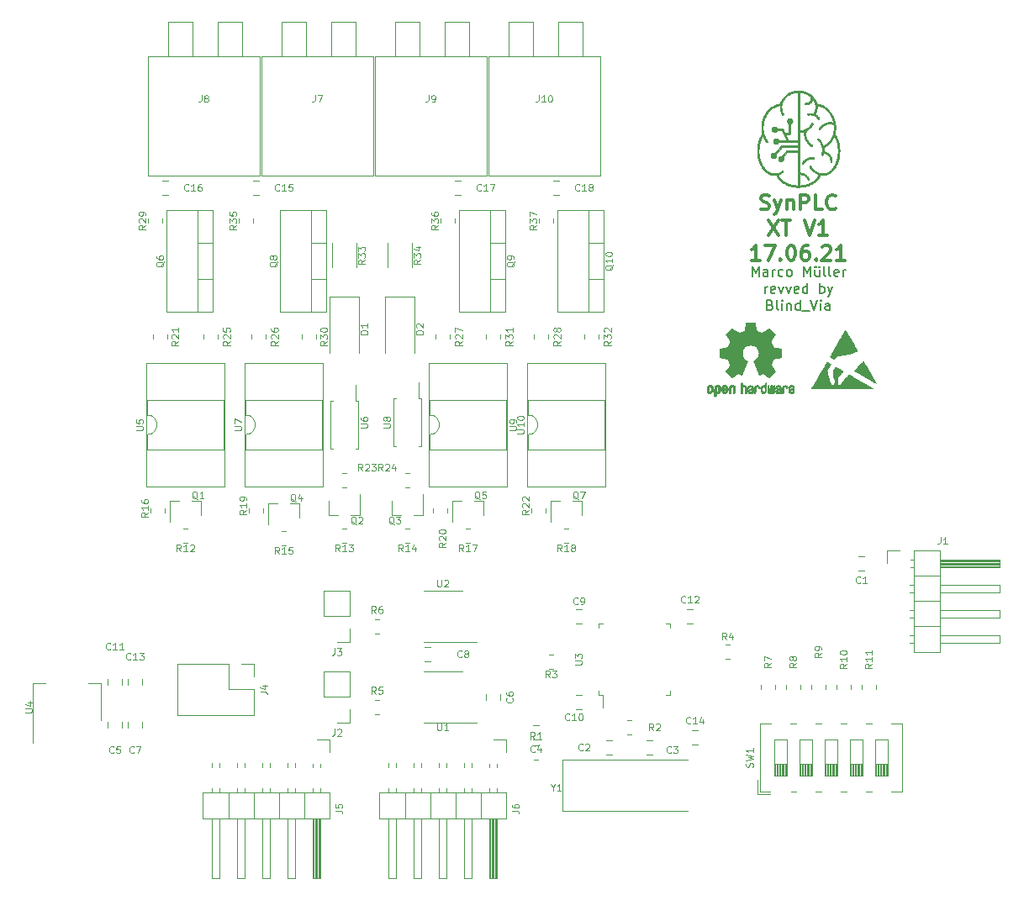
<source format=gbr>
%TF.GenerationSoftware,KiCad,Pcbnew,5.1.10-88a1d61d58~90~ubuntu20.04.1*%
%TF.CreationDate,2021-10-13T16:19:26+02:00*%
%TF.ProjectId,XT_V1,58545f56-312e-46b6-9963-61645f706362,rev?*%
%TF.SameCoordinates,Original*%
%TF.FileFunction,Legend,Top*%
%TF.FilePolarity,Positive*%
%FSLAX46Y46*%
G04 Gerber Fmt 4.6, Leading zero omitted, Abs format (unit mm)*
G04 Created by KiCad (PCBNEW 5.1.10-88a1d61d58~90~ubuntu20.04.1) date 2021-10-13 16:19:26*
%MOMM*%
%LPD*%
G01*
G04 APERTURE LIST*
%ADD10C,0.200000*%
%ADD11C,0.300000*%
%ADD12C,0.010000*%
%ADD13C,0.120000*%
%ADD14C,0.100000*%
G04 APERTURE END LIST*
D10*
X172903142Y-81302380D02*
X172903142Y-80302380D01*
X173236476Y-81016666D01*
X173569809Y-80302380D01*
X173569809Y-81302380D01*
X174474571Y-81302380D02*
X174474571Y-80778571D01*
X174426952Y-80683333D01*
X174331714Y-80635714D01*
X174141238Y-80635714D01*
X174046000Y-80683333D01*
X174474571Y-81254761D02*
X174379333Y-81302380D01*
X174141238Y-81302380D01*
X174046000Y-81254761D01*
X173998380Y-81159523D01*
X173998380Y-81064285D01*
X174046000Y-80969047D01*
X174141238Y-80921428D01*
X174379333Y-80921428D01*
X174474571Y-80873809D01*
X174950761Y-81302380D02*
X174950761Y-80635714D01*
X174950761Y-80826190D02*
X174998380Y-80730952D01*
X175046000Y-80683333D01*
X175141238Y-80635714D01*
X175236476Y-80635714D01*
X175998380Y-81254761D02*
X175903142Y-81302380D01*
X175712666Y-81302380D01*
X175617428Y-81254761D01*
X175569809Y-81207142D01*
X175522190Y-81111904D01*
X175522190Y-80826190D01*
X175569809Y-80730952D01*
X175617428Y-80683333D01*
X175712666Y-80635714D01*
X175903142Y-80635714D01*
X175998380Y-80683333D01*
X176569809Y-81302380D02*
X176474571Y-81254761D01*
X176426952Y-81207142D01*
X176379333Y-81111904D01*
X176379333Y-80826190D01*
X176426952Y-80730952D01*
X176474571Y-80683333D01*
X176569809Y-80635714D01*
X176712666Y-80635714D01*
X176807904Y-80683333D01*
X176855523Y-80730952D01*
X176903142Y-80826190D01*
X176903142Y-81111904D01*
X176855523Y-81207142D01*
X176807904Y-81254761D01*
X176712666Y-81302380D01*
X176569809Y-81302380D01*
X178093619Y-81302380D02*
X178093619Y-80302380D01*
X178426952Y-81016666D01*
X178760285Y-80302380D01*
X178760285Y-81302380D01*
X179665047Y-80635714D02*
X179665047Y-81302380D01*
X179236476Y-80635714D02*
X179236476Y-81159523D01*
X179284095Y-81254761D01*
X179379333Y-81302380D01*
X179522190Y-81302380D01*
X179617428Y-81254761D01*
X179665047Y-81207142D01*
X179284095Y-80302380D02*
X179331714Y-80350000D01*
X179284095Y-80397619D01*
X179236476Y-80350000D01*
X179284095Y-80302380D01*
X179284095Y-80397619D01*
X179665047Y-80302380D02*
X179712666Y-80350000D01*
X179665047Y-80397619D01*
X179617428Y-80350000D01*
X179665047Y-80302380D01*
X179665047Y-80397619D01*
X180284095Y-81302380D02*
X180188857Y-81254761D01*
X180141238Y-81159523D01*
X180141238Y-80302380D01*
X180807904Y-81302380D02*
X180712666Y-81254761D01*
X180665047Y-81159523D01*
X180665047Y-80302380D01*
X181569809Y-81254761D02*
X181474571Y-81302380D01*
X181284095Y-81302380D01*
X181188857Y-81254761D01*
X181141238Y-81159523D01*
X181141238Y-80778571D01*
X181188857Y-80683333D01*
X181284095Y-80635714D01*
X181474571Y-80635714D01*
X181569809Y-80683333D01*
X181617428Y-80778571D01*
X181617428Y-80873809D01*
X181141238Y-80969047D01*
X182046000Y-81302380D02*
X182046000Y-80635714D01*
X182046000Y-80826190D02*
X182093619Y-80730952D01*
X182141238Y-80683333D01*
X182236476Y-80635714D01*
X182331714Y-80635714D01*
X174188857Y-83002380D02*
X174188857Y-82335714D01*
X174188857Y-82526190D02*
X174236476Y-82430952D01*
X174284095Y-82383333D01*
X174379333Y-82335714D01*
X174474571Y-82335714D01*
X175188857Y-82954761D02*
X175093619Y-83002380D01*
X174903142Y-83002380D01*
X174807904Y-82954761D01*
X174760285Y-82859523D01*
X174760285Y-82478571D01*
X174807904Y-82383333D01*
X174903142Y-82335714D01*
X175093619Y-82335714D01*
X175188857Y-82383333D01*
X175236476Y-82478571D01*
X175236476Y-82573809D01*
X174760285Y-82669047D01*
X175569809Y-82335714D02*
X175807904Y-83002380D01*
X176046000Y-82335714D01*
X176331714Y-82335714D02*
X176569809Y-83002380D01*
X176807904Y-82335714D01*
X177569809Y-82954761D02*
X177474571Y-83002380D01*
X177284095Y-83002380D01*
X177188857Y-82954761D01*
X177141238Y-82859523D01*
X177141238Y-82478571D01*
X177188857Y-82383333D01*
X177284095Y-82335714D01*
X177474571Y-82335714D01*
X177569809Y-82383333D01*
X177617428Y-82478571D01*
X177617428Y-82573809D01*
X177141238Y-82669047D01*
X178474571Y-83002380D02*
X178474571Y-82002380D01*
X178474571Y-82954761D02*
X178379333Y-83002380D01*
X178188857Y-83002380D01*
X178093619Y-82954761D01*
X178046000Y-82907142D01*
X177998380Y-82811904D01*
X177998380Y-82526190D01*
X178046000Y-82430952D01*
X178093619Y-82383333D01*
X178188857Y-82335714D01*
X178379333Y-82335714D01*
X178474571Y-82383333D01*
X179712666Y-83002380D02*
X179712666Y-82002380D01*
X179712666Y-82383333D02*
X179807904Y-82335714D01*
X179998380Y-82335714D01*
X180093619Y-82383333D01*
X180141238Y-82430952D01*
X180188857Y-82526190D01*
X180188857Y-82811904D01*
X180141238Y-82907142D01*
X180093619Y-82954761D01*
X179998380Y-83002380D01*
X179807904Y-83002380D01*
X179712666Y-82954761D01*
X180522190Y-82335714D02*
X180760285Y-83002380D01*
X180998380Y-82335714D02*
X180760285Y-83002380D01*
X180665047Y-83240476D01*
X180617428Y-83288095D01*
X180522190Y-83335714D01*
X174712666Y-84178571D02*
X174855523Y-84226190D01*
X174903142Y-84273809D01*
X174950761Y-84369047D01*
X174950761Y-84511904D01*
X174903142Y-84607142D01*
X174855523Y-84654761D01*
X174760285Y-84702380D01*
X174379333Y-84702380D01*
X174379333Y-83702380D01*
X174712666Y-83702380D01*
X174807904Y-83750000D01*
X174855523Y-83797619D01*
X174903142Y-83892857D01*
X174903142Y-83988095D01*
X174855523Y-84083333D01*
X174807904Y-84130952D01*
X174712666Y-84178571D01*
X174379333Y-84178571D01*
X175522190Y-84702380D02*
X175426952Y-84654761D01*
X175379333Y-84559523D01*
X175379333Y-83702380D01*
X175903142Y-84702380D02*
X175903142Y-84035714D01*
X175903142Y-83702380D02*
X175855523Y-83750000D01*
X175903142Y-83797619D01*
X175950761Y-83750000D01*
X175903142Y-83702380D01*
X175903142Y-83797619D01*
X176379333Y-84035714D02*
X176379333Y-84702380D01*
X176379333Y-84130952D02*
X176426952Y-84083333D01*
X176522190Y-84035714D01*
X176665047Y-84035714D01*
X176760285Y-84083333D01*
X176807904Y-84178571D01*
X176807904Y-84702380D01*
X177712666Y-84702380D02*
X177712666Y-83702380D01*
X177712666Y-84654761D02*
X177617428Y-84702380D01*
X177426952Y-84702380D01*
X177331714Y-84654761D01*
X177284095Y-84607142D01*
X177236476Y-84511904D01*
X177236476Y-84226190D01*
X177284095Y-84130952D01*
X177331714Y-84083333D01*
X177426952Y-84035714D01*
X177617428Y-84035714D01*
X177712666Y-84083333D01*
X177950761Y-84797619D02*
X178712666Y-84797619D01*
X178807904Y-83702380D02*
X179141238Y-84702380D01*
X179474571Y-83702380D01*
X179807904Y-84702380D02*
X179807904Y-84035714D01*
X179807904Y-83702380D02*
X179760285Y-83750000D01*
X179807904Y-83797619D01*
X179855523Y-83750000D01*
X179807904Y-83702380D01*
X179807904Y-83797619D01*
X180712666Y-84702380D02*
X180712666Y-84178571D01*
X180665047Y-84083333D01*
X180569809Y-84035714D01*
X180379333Y-84035714D01*
X180284095Y-84083333D01*
X180712666Y-84654761D02*
X180617428Y-84702380D01*
X180379333Y-84702380D01*
X180284095Y-84654761D01*
X180236476Y-84559523D01*
X180236476Y-84464285D01*
X180284095Y-84369047D01*
X180379333Y-84321428D01*
X180617428Y-84321428D01*
X180712666Y-84273809D01*
D11*
X173760285Y-74511142D02*
X173974571Y-74582571D01*
X174331714Y-74582571D01*
X174474571Y-74511142D01*
X174546000Y-74439714D01*
X174617428Y-74296857D01*
X174617428Y-74154000D01*
X174546000Y-74011142D01*
X174474571Y-73939714D01*
X174331714Y-73868285D01*
X174046000Y-73796857D01*
X173903142Y-73725428D01*
X173831714Y-73654000D01*
X173760285Y-73511142D01*
X173760285Y-73368285D01*
X173831714Y-73225428D01*
X173903142Y-73154000D01*
X174046000Y-73082571D01*
X174403142Y-73082571D01*
X174617428Y-73154000D01*
X175117428Y-73582571D02*
X175474571Y-74582571D01*
X175831714Y-73582571D02*
X175474571Y-74582571D01*
X175331714Y-74939714D01*
X175260285Y-75011142D01*
X175117428Y-75082571D01*
X176403142Y-73582571D02*
X176403142Y-74582571D01*
X176403142Y-73725428D02*
X176474571Y-73654000D01*
X176617428Y-73582571D01*
X176831714Y-73582571D01*
X176974571Y-73654000D01*
X177046000Y-73796857D01*
X177046000Y-74582571D01*
X177760285Y-74582571D02*
X177760285Y-73082571D01*
X178331714Y-73082571D01*
X178474571Y-73154000D01*
X178546000Y-73225428D01*
X178617428Y-73368285D01*
X178617428Y-73582571D01*
X178546000Y-73725428D01*
X178474571Y-73796857D01*
X178331714Y-73868285D01*
X177760285Y-73868285D01*
X179974571Y-74582571D02*
X179260285Y-74582571D01*
X179260285Y-73082571D01*
X181331714Y-74439714D02*
X181260285Y-74511142D01*
X181046000Y-74582571D01*
X180903142Y-74582571D01*
X180688857Y-74511142D01*
X180546000Y-74368285D01*
X180474571Y-74225428D01*
X180403142Y-73939714D01*
X180403142Y-73725428D01*
X180474571Y-73439714D01*
X180546000Y-73296857D01*
X180688857Y-73154000D01*
X180903142Y-73082571D01*
X181046000Y-73082571D01*
X181260285Y-73154000D01*
X181331714Y-73225428D01*
X174546000Y-75632571D02*
X175546000Y-77132571D01*
X175546000Y-75632571D02*
X174546000Y-77132571D01*
X175903142Y-75632571D02*
X176760285Y-75632571D01*
X176331714Y-77132571D02*
X176331714Y-75632571D01*
X178188857Y-75632571D02*
X178688857Y-77132571D01*
X179188857Y-75632571D01*
X180474571Y-77132571D02*
X179617428Y-77132571D01*
X180046000Y-77132571D02*
X180046000Y-75632571D01*
X179903142Y-75846857D01*
X179760285Y-75989714D01*
X179617428Y-76061142D01*
X173688857Y-79682571D02*
X172831714Y-79682571D01*
X173260285Y-79682571D02*
X173260285Y-78182571D01*
X173117428Y-78396857D01*
X172974571Y-78539714D01*
X172831714Y-78611142D01*
X174188857Y-78182571D02*
X175188857Y-78182571D01*
X174546000Y-79682571D01*
X175760285Y-79539714D02*
X175831714Y-79611142D01*
X175760285Y-79682571D01*
X175688857Y-79611142D01*
X175760285Y-79539714D01*
X175760285Y-79682571D01*
X176760285Y-78182571D02*
X176903142Y-78182571D01*
X177046000Y-78254000D01*
X177117428Y-78325428D01*
X177188857Y-78468285D01*
X177260285Y-78754000D01*
X177260285Y-79111142D01*
X177188857Y-79396857D01*
X177117428Y-79539714D01*
X177046000Y-79611142D01*
X176903142Y-79682571D01*
X176760285Y-79682571D01*
X176617428Y-79611142D01*
X176546000Y-79539714D01*
X176474571Y-79396857D01*
X176403142Y-79111142D01*
X176403142Y-78754000D01*
X176474571Y-78468285D01*
X176546000Y-78325428D01*
X176617428Y-78254000D01*
X176760285Y-78182571D01*
X178546000Y-78182571D02*
X178260285Y-78182571D01*
X178117428Y-78254000D01*
X178046000Y-78325428D01*
X177903142Y-78539714D01*
X177831714Y-78825428D01*
X177831714Y-79396857D01*
X177903142Y-79539714D01*
X177974571Y-79611142D01*
X178117428Y-79682571D01*
X178403142Y-79682571D01*
X178546000Y-79611142D01*
X178617428Y-79539714D01*
X178688857Y-79396857D01*
X178688857Y-79039714D01*
X178617428Y-78896857D01*
X178546000Y-78825428D01*
X178403142Y-78754000D01*
X178117428Y-78754000D01*
X177974571Y-78825428D01*
X177903142Y-78896857D01*
X177831714Y-79039714D01*
X179331714Y-79539714D02*
X179403142Y-79611142D01*
X179331714Y-79682571D01*
X179260285Y-79611142D01*
X179331714Y-79539714D01*
X179331714Y-79682571D01*
X179974571Y-78325428D02*
X180046000Y-78254000D01*
X180188857Y-78182571D01*
X180546000Y-78182571D01*
X180688857Y-78254000D01*
X180760285Y-78325428D01*
X180831714Y-78468285D01*
X180831714Y-78611142D01*
X180760285Y-78825428D01*
X179903142Y-79682571D01*
X180831714Y-79682571D01*
X182260285Y-79682571D02*
X181403142Y-79682571D01*
X181831714Y-79682571D02*
X181831714Y-78182571D01*
X181688857Y-78396857D01*
X181546000Y-78539714D01*
X181403142Y-78611142D01*
D12*
%TO.C,REF\u002A\u002A*%
G36*
X182282043Y-86747835D02*
G01*
X182305065Y-86785245D01*
X182340534Y-86844514D01*
X182386996Y-86923118D01*
X182442996Y-87018538D01*
X182507081Y-87128250D01*
X182577796Y-87249734D01*
X182653687Y-87380468D01*
X182733299Y-87517930D01*
X182815178Y-87659598D01*
X182897870Y-87802951D01*
X182979921Y-87945467D01*
X183059876Y-88084624D01*
X183136281Y-88217901D01*
X183207682Y-88342776D01*
X183272624Y-88456727D01*
X183329653Y-88557233D01*
X183377315Y-88641772D01*
X183414155Y-88707822D01*
X183438720Y-88752862D01*
X183449554Y-88774370D01*
X183449951Y-88775714D01*
X183436501Y-88793965D01*
X183399114Y-88821882D01*
X183342235Y-88856725D01*
X183270312Y-88895754D01*
X183195015Y-88932843D01*
X183092560Y-88977817D01*
X182984817Y-89018226D01*
X182868073Y-89054969D01*
X182738618Y-89088942D01*
X182592740Y-89121044D01*
X182426726Y-89152173D01*
X182236866Y-89183227D01*
X182040469Y-89212145D01*
X181869834Y-89237800D01*
X181726545Y-89263198D01*
X181607008Y-89289602D01*
X181507630Y-89318273D01*
X181424818Y-89350473D01*
X181354978Y-89387465D01*
X181294518Y-89430512D01*
X181239845Y-89480875D01*
X181222214Y-89499583D01*
X181184000Y-89543139D01*
X181155732Y-89578682D01*
X181142618Y-89599583D01*
X181142268Y-89601297D01*
X181137680Y-89611806D01*
X181121758Y-89611924D01*
X181091266Y-89600254D01*
X181042968Y-89575396D01*
X180973627Y-89535952D01*
X180925439Y-89507587D01*
X180853583Y-89463247D01*
X180797742Y-89425279D01*
X180761667Y-89396416D01*
X180749113Y-89379388D01*
X180749121Y-89379264D01*
X180756906Y-89363037D01*
X180778892Y-89322400D01*
X180813803Y-89259567D01*
X180860363Y-89176752D01*
X180917295Y-89076172D01*
X180983323Y-88960040D01*
X181057172Y-88830571D01*
X181137564Y-88689980D01*
X181223224Y-88540482D01*
X181312876Y-88384292D01*
X181405243Y-88223624D01*
X181499049Y-88060693D01*
X181593018Y-87897713D01*
X181685874Y-87736900D01*
X181776340Y-87580468D01*
X181863141Y-87430633D01*
X181945000Y-87289608D01*
X182020641Y-87159609D01*
X182088787Y-87042849D01*
X182148163Y-86941545D01*
X182197493Y-86857911D01*
X182235500Y-86794162D01*
X182260907Y-86752511D01*
X182272440Y-86735175D01*
X182272923Y-86734805D01*
X182282043Y-86747835D01*
G37*
X182282043Y-86747835D02*
X182305065Y-86785245D01*
X182340534Y-86844514D01*
X182386996Y-86923118D01*
X182442996Y-87018538D01*
X182507081Y-87128250D01*
X182577796Y-87249734D01*
X182653687Y-87380468D01*
X182733299Y-87517930D01*
X182815178Y-87659598D01*
X182897870Y-87802951D01*
X182979921Y-87945467D01*
X183059876Y-88084624D01*
X183136281Y-88217901D01*
X183207682Y-88342776D01*
X183272624Y-88456727D01*
X183329653Y-88557233D01*
X183377315Y-88641772D01*
X183414155Y-88707822D01*
X183438720Y-88752862D01*
X183449554Y-88774370D01*
X183449951Y-88775714D01*
X183436501Y-88793965D01*
X183399114Y-88821882D01*
X183342235Y-88856725D01*
X183270312Y-88895754D01*
X183195015Y-88932843D01*
X183092560Y-88977817D01*
X182984817Y-89018226D01*
X182868073Y-89054969D01*
X182738618Y-89088942D01*
X182592740Y-89121044D01*
X182426726Y-89152173D01*
X182236866Y-89183227D01*
X182040469Y-89212145D01*
X181869834Y-89237800D01*
X181726545Y-89263198D01*
X181607008Y-89289602D01*
X181507630Y-89318273D01*
X181424818Y-89350473D01*
X181354978Y-89387465D01*
X181294518Y-89430512D01*
X181239845Y-89480875D01*
X181222214Y-89499583D01*
X181184000Y-89543139D01*
X181155732Y-89578682D01*
X181142618Y-89599583D01*
X181142268Y-89601297D01*
X181137680Y-89611806D01*
X181121758Y-89611924D01*
X181091266Y-89600254D01*
X181042968Y-89575396D01*
X180973627Y-89535952D01*
X180925439Y-89507587D01*
X180853583Y-89463247D01*
X180797742Y-89425279D01*
X180761667Y-89396416D01*
X180749113Y-89379388D01*
X180749121Y-89379264D01*
X180756906Y-89363037D01*
X180778892Y-89322400D01*
X180813803Y-89259567D01*
X180860363Y-89176752D01*
X180917295Y-89076172D01*
X180983323Y-88960040D01*
X181057172Y-88830571D01*
X181137564Y-88689980D01*
X181223224Y-88540482D01*
X181312876Y-88384292D01*
X181405243Y-88223624D01*
X181499049Y-88060693D01*
X181593018Y-87897713D01*
X181685874Y-87736900D01*
X181776340Y-87580468D01*
X181863141Y-87430633D01*
X181945000Y-87289608D01*
X182020641Y-87159609D01*
X182088787Y-87042849D01*
X182148163Y-86941545D01*
X182197493Y-86857911D01*
X182235500Y-86794162D01*
X182260907Y-86752511D01*
X182272440Y-86735175D01*
X182272923Y-86734805D01*
X182282043Y-86747835D01*
G36*
X184105528Y-89896619D02*
G01*
X184116908Y-89915693D01*
X184142488Y-89959421D01*
X184181002Y-90025619D01*
X184231186Y-90112102D01*
X184291775Y-90216685D01*
X184361503Y-90337183D01*
X184439107Y-90471412D01*
X184523320Y-90617187D01*
X184612879Y-90772323D01*
X184704998Y-90932000D01*
X184799076Y-91095117D01*
X184889402Y-91251709D01*
X184974665Y-91399506D01*
X185053557Y-91536240D01*
X185124769Y-91659642D01*
X185186991Y-91767444D01*
X185238913Y-91857377D01*
X185279228Y-91927173D01*
X185306624Y-91974564D01*
X185319507Y-91996786D01*
X185340507Y-92034330D01*
X185351925Y-92057831D01*
X185352551Y-92061920D01*
X185338636Y-92054242D01*
X185299941Y-92032203D01*
X185238487Y-91996971D01*
X185156298Y-91949711D01*
X185055396Y-91891589D01*
X184937805Y-91823771D01*
X184805546Y-91747424D01*
X184660642Y-91663714D01*
X184505117Y-91573806D01*
X184340992Y-91478867D01*
X184278549Y-91442732D01*
X184111487Y-91346083D01*
X183952074Y-91253938D01*
X183802355Y-91167475D01*
X183664376Y-91087871D01*
X183540185Y-91016305D01*
X183431827Y-90953955D01*
X183341348Y-90901998D01*
X183270796Y-90861613D01*
X183222215Y-90833978D01*
X183197654Y-90820272D01*
X183195085Y-90818974D01*
X183202569Y-90807220D01*
X183228614Y-90775795D01*
X183270559Y-90727594D01*
X183325746Y-90665510D01*
X183391517Y-90592439D01*
X183465212Y-90511276D01*
X183544173Y-90424916D01*
X183625740Y-90336253D01*
X183707254Y-90248182D01*
X183786057Y-90163599D01*
X183859490Y-90085397D01*
X183924893Y-90016472D01*
X183979608Y-89959719D01*
X184020977Y-89918032D01*
X184035164Y-89904363D01*
X184082180Y-89860201D01*
X184105528Y-89896619D01*
G37*
X184105528Y-89896619D02*
X184116908Y-89915693D01*
X184142488Y-89959421D01*
X184181002Y-90025619D01*
X184231186Y-90112102D01*
X184291775Y-90216685D01*
X184361503Y-90337183D01*
X184439107Y-90471412D01*
X184523320Y-90617187D01*
X184612879Y-90772323D01*
X184704998Y-90932000D01*
X184799076Y-91095117D01*
X184889402Y-91251709D01*
X184974665Y-91399506D01*
X185053557Y-91536240D01*
X185124769Y-91659642D01*
X185186991Y-91767444D01*
X185238913Y-91857377D01*
X185279228Y-91927173D01*
X185306624Y-91974564D01*
X185319507Y-91996786D01*
X185340507Y-92034330D01*
X185351925Y-92057831D01*
X185352551Y-92061920D01*
X185338636Y-92054242D01*
X185299941Y-92032203D01*
X185238487Y-91996971D01*
X185156298Y-91949711D01*
X185055396Y-91891589D01*
X184937805Y-91823771D01*
X184805546Y-91747424D01*
X184660642Y-91663714D01*
X184505117Y-91573806D01*
X184340992Y-91478867D01*
X184278549Y-91442732D01*
X184111487Y-91346083D01*
X183952074Y-91253938D01*
X183802355Y-91167475D01*
X183664376Y-91087871D01*
X183540185Y-91016305D01*
X183431827Y-90953955D01*
X183341348Y-90901998D01*
X183270796Y-90861613D01*
X183222215Y-90833978D01*
X183197654Y-90820272D01*
X183195085Y-90818974D01*
X183202569Y-90807220D01*
X183228614Y-90775795D01*
X183270559Y-90727594D01*
X183325746Y-90665510D01*
X183391517Y-90592439D01*
X183465212Y-90511276D01*
X183544173Y-90424916D01*
X183625740Y-90336253D01*
X183707254Y-90248182D01*
X183786057Y-90163599D01*
X183859490Y-90085397D01*
X183924893Y-90016472D01*
X183979608Y-89959719D01*
X184020977Y-89918032D01*
X184035164Y-89904363D01*
X184082180Y-89860201D01*
X184105528Y-89896619D01*
G36*
X180440094Y-89953158D02*
G01*
X180472619Y-89965736D01*
X180522193Y-89990712D01*
X180593374Y-90029876D01*
X180598916Y-90032988D01*
X180664474Y-90070476D01*
X180719798Y-90103319D01*
X180759455Y-90128205D01*
X180778012Y-90141820D01*
X180778531Y-90142487D01*
X180774048Y-90161390D01*
X180753486Y-90203605D01*
X180718183Y-90266832D01*
X180669480Y-90348772D01*
X180608718Y-90447122D01*
X180537236Y-90559585D01*
X180519445Y-90587165D01*
X180473093Y-90663699D01*
X180439342Y-90729556D01*
X180421153Y-90778782D01*
X180419286Y-90788507D01*
X180420115Y-90831312D01*
X180429394Y-90899209D01*
X180445968Y-90987843D01*
X180468680Y-91092859D01*
X180496373Y-91209902D01*
X180527890Y-91334616D01*
X180562075Y-91462645D01*
X180597771Y-91589634D01*
X180633821Y-91711228D01*
X180669068Y-91823072D01*
X180702356Y-91920810D01*
X180732528Y-92000087D01*
X180753561Y-92047122D01*
X180778337Y-92097225D01*
X180801730Y-92145168D01*
X180802997Y-92147793D01*
X180841699Y-92196220D01*
X180898184Y-92228828D01*
X180963939Y-92244454D01*
X181030451Y-92241937D01*
X181089205Y-92220114D01*
X181122258Y-92191382D01*
X181169859Y-92112583D01*
X181204739Y-92014378D01*
X181223877Y-91906779D01*
X181226588Y-91845780D01*
X181215670Y-91731935D01*
X181183624Y-91637660D01*
X181128726Y-91558379D01*
X181111607Y-91540733D01*
X181060661Y-91491235D01*
X181057163Y-91141362D01*
X181053664Y-90791489D01*
X181142818Y-90656531D01*
X181184654Y-90595445D01*
X181224945Y-90540493D01*
X181257943Y-90499336D01*
X181272126Y-90484192D01*
X181312281Y-90446810D01*
X181366665Y-90476098D01*
X181401039Y-90497084D01*
X181419846Y-90513378D01*
X181421049Y-90516307D01*
X181433903Y-90528728D01*
X181455896Y-90537977D01*
X181477150Y-90546313D01*
X181509694Y-90562149D01*
X181556322Y-90587033D01*
X181619829Y-90622509D01*
X181703008Y-90670123D01*
X181808653Y-90731422D01*
X181866062Y-90764932D01*
X181933594Y-90805071D01*
X181977885Y-90833659D01*
X182002855Y-90854039D01*
X182012423Y-90869553D01*
X182010508Y-90883546D01*
X182008911Y-90886796D01*
X181993376Y-90907266D01*
X181960136Y-90945665D01*
X181913062Y-90997696D01*
X181856028Y-91059066D01*
X181806700Y-91111090D01*
X181693030Y-91234567D01*
X181604105Y-91341591D01*
X181539134Y-91433240D01*
X181497321Y-91510588D01*
X181483217Y-91549866D01*
X181477392Y-91584249D01*
X181471375Y-91642899D01*
X181465696Y-91719117D01*
X181460884Y-91806202D01*
X181458619Y-91861268D01*
X181455459Y-91956464D01*
X181454069Y-92026062D01*
X181454858Y-92075409D01*
X181458235Y-92109854D01*
X181464608Y-92134743D01*
X181474387Y-92155425D01*
X181482067Y-92168053D01*
X181526421Y-92216726D01*
X181583574Y-92250645D01*
X181643708Y-92265438D01*
X181688773Y-92260086D01*
X181729576Y-92236930D01*
X181780724Y-92195462D01*
X181835042Y-92142912D01*
X181885357Y-92086516D01*
X181924494Y-92033505D01*
X181938905Y-92007889D01*
X181960491Y-91972814D01*
X181999753Y-91919389D01*
X182053102Y-91851789D01*
X182116952Y-91774190D01*
X182187715Y-91690768D01*
X182261804Y-91605698D01*
X182335632Y-91523155D01*
X182405611Y-91447316D01*
X182468155Y-91382356D01*
X182517260Y-91334669D01*
X182571779Y-91287032D01*
X182617642Y-91251908D01*
X182649811Y-91232949D01*
X182660489Y-91230864D01*
X182676853Y-91239274D01*
X182717671Y-91261846D01*
X182780586Y-91297224D01*
X182863244Y-91344054D01*
X182963289Y-91400981D01*
X183078366Y-91466649D01*
X183206119Y-91539703D01*
X183344194Y-91618788D01*
X183490234Y-91702548D01*
X183641884Y-91789629D01*
X183796790Y-91878676D01*
X183952595Y-91968332D01*
X184106944Y-92057243D01*
X184257482Y-92144054D01*
X184401854Y-92227409D01*
X184537704Y-92305954D01*
X184662677Y-92378333D01*
X184774417Y-92443190D01*
X184870570Y-92499171D01*
X184948779Y-92544920D01*
X185006689Y-92579083D01*
X185041946Y-92600304D01*
X185052165Y-92606963D01*
X185038402Y-92608280D01*
X184995104Y-92609559D01*
X184923714Y-92610796D01*
X184825673Y-92611983D01*
X184702422Y-92613115D01*
X184555403Y-92614186D01*
X184386057Y-92615189D01*
X184195826Y-92616119D01*
X183986151Y-92616968D01*
X183758473Y-92617732D01*
X183514235Y-92618403D01*
X183254877Y-92618976D01*
X182981841Y-92619444D01*
X182696568Y-92619802D01*
X182400500Y-92620042D01*
X182095079Y-92620159D01*
X181966924Y-92620171D01*
X178866970Y-92620171D01*
X179088053Y-92236847D01*
X179134856Y-92155680D01*
X179195102Y-92051166D01*
X179266778Y-91926801D01*
X179347869Y-91786082D01*
X179436362Y-91632503D01*
X179530240Y-91469562D01*
X179627491Y-91300754D01*
X179726100Y-91129575D01*
X179824053Y-90959521D01*
X179848825Y-90916512D01*
X179939152Y-90759857D01*
X180025289Y-90610803D01*
X180105942Y-90471568D01*
X180179816Y-90344371D01*
X180245617Y-90231432D01*
X180302050Y-90134968D01*
X180347821Y-90057200D01*
X180381635Y-90000346D01*
X180402198Y-89966625D01*
X180407953Y-89958040D01*
X180420058Y-89951189D01*
X180440094Y-89953158D01*
G37*
X180440094Y-89953158D02*
X180472619Y-89965736D01*
X180522193Y-89990712D01*
X180593374Y-90029876D01*
X180598916Y-90032988D01*
X180664474Y-90070476D01*
X180719798Y-90103319D01*
X180759455Y-90128205D01*
X180778012Y-90141820D01*
X180778531Y-90142487D01*
X180774048Y-90161390D01*
X180753486Y-90203605D01*
X180718183Y-90266832D01*
X180669480Y-90348772D01*
X180608718Y-90447122D01*
X180537236Y-90559585D01*
X180519445Y-90587165D01*
X180473093Y-90663699D01*
X180439342Y-90729556D01*
X180421153Y-90778782D01*
X180419286Y-90788507D01*
X180420115Y-90831312D01*
X180429394Y-90899209D01*
X180445968Y-90987843D01*
X180468680Y-91092859D01*
X180496373Y-91209902D01*
X180527890Y-91334616D01*
X180562075Y-91462645D01*
X180597771Y-91589634D01*
X180633821Y-91711228D01*
X180669068Y-91823072D01*
X180702356Y-91920810D01*
X180732528Y-92000087D01*
X180753561Y-92047122D01*
X180778337Y-92097225D01*
X180801730Y-92145168D01*
X180802997Y-92147793D01*
X180841699Y-92196220D01*
X180898184Y-92228828D01*
X180963939Y-92244454D01*
X181030451Y-92241937D01*
X181089205Y-92220114D01*
X181122258Y-92191382D01*
X181169859Y-92112583D01*
X181204739Y-92014378D01*
X181223877Y-91906779D01*
X181226588Y-91845780D01*
X181215670Y-91731935D01*
X181183624Y-91637660D01*
X181128726Y-91558379D01*
X181111607Y-91540733D01*
X181060661Y-91491235D01*
X181057163Y-91141362D01*
X181053664Y-90791489D01*
X181142818Y-90656531D01*
X181184654Y-90595445D01*
X181224945Y-90540493D01*
X181257943Y-90499336D01*
X181272126Y-90484192D01*
X181312281Y-90446810D01*
X181366665Y-90476098D01*
X181401039Y-90497084D01*
X181419846Y-90513378D01*
X181421049Y-90516307D01*
X181433903Y-90528728D01*
X181455896Y-90537977D01*
X181477150Y-90546313D01*
X181509694Y-90562149D01*
X181556322Y-90587033D01*
X181619829Y-90622509D01*
X181703008Y-90670123D01*
X181808653Y-90731422D01*
X181866062Y-90764932D01*
X181933594Y-90805071D01*
X181977885Y-90833659D01*
X182002855Y-90854039D01*
X182012423Y-90869553D01*
X182010508Y-90883546D01*
X182008911Y-90886796D01*
X181993376Y-90907266D01*
X181960136Y-90945665D01*
X181913062Y-90997696D01*
X181856028Y-91059066D01*
X181806700Y-91111090D01*
X181693030Y-91234567D01*
X181604105Y-91341591D01*
X181539134Y-91433240D01*
X181497321Y-91510588D01*
X181483217Y-91549866D01*
X181477392Y-91584249D01*
X181471375Y-91642899D01*
X181465696Y-91719117D01*
X181460884Y-91806202D01*
X181458619Y-91861268D01*
X181455459Y-91956464D01*
X181454069Y-92026062D01*
X181454858Y-92075409D01*
X181458235Y-92109854D01*
X181464608Y-92134743D01*
X181474387Y-92155425D01*
X181482067Y-92168053D01*
X181526421Y-92216726D01*
X181583574Y-92250645D01*
X181643708Y-92265438D01*
X181688773Y-92260086D01*
X181729576Y-92236930D01*
X181780724Y-92195462D01*
X181835042Y-92142912D01*
X181885357Y-92086516D01*
X181924494Y-92033505D01*
X181938905Y-92007889D01*
X181960491Y-91972814D01*
X181999753Y-91919389D01*
X182053102Y-91851789D01*
X182116952Y-91774190D01*
X182187715Y-91690768D01*
X182261804Y-91605698D01*
X182335632Y-91523155D01*
X182405611Y-91447316D01*
X182468155Y-91382356D01*
X182517260Y-91334669D01*
X182571779Y-91287032D01*
X182617642Y-91251908D01*
X182649811Y-91232949D01*
X182660489Y-91230864D01*
X182676853Y-91239274D01*
X182717671Y-91261846D01*
X182780586Y-91297224D01*
X182863244Y-91344054D01*
X182963289Y-91400981D01*
X183078366Y-91466649D01*
X183206119Y-91539703D01*
X183344194Y-91618788D01*
X183490234Y-91702548D01*
X183641884Y-91789629D01*
X183796790Y-91878676D01*
X183952595Y-91968332D01*
X184106944Y-92057243D01*
X184257482Y-92144054D01*
X184401854Y-92227409D01*
X184537704Y-92305954D01*
X184662677Y-92378333D01*
X184774417Y-92443190D01*
X184870570Y-92499171D01*
X184948779Y-92544920D01*
X185006689Y-92579083D01*
X185041946Y-92600304D01*
X185052165Y-92606963D01*
X185038402Y-92608280D01*
X184995104Y-92609559D01*
X184923714Y-92610796D01*
X184825673Y-92611983D01*
X184702422Y-92613115D01*
X184555403Y-92614186D01*
X184386057Y-92615189D01*
X184195826Y-92616119D01*
X183986151Y-92616968D01*
X183758473Y-92617732D01*
X183514235Y-92618403D01*
X183254877Y-92618976D01*
X182981841Y-92619444D01*
X182696568Y-92619802D01*
X182400500Y-92620042D01*
X182095079Y-92620159D01*
X181966924Y-92620171D01*
X178866970Y-92620171D01*
X179088053Y-92236847D01*
X179134856Y-92155680D01*
X179195102Y-92051166D01*
X179266778Y-91926801D01*
X179347869Y-91786082D01*
X179436362Y-91632503D01*
X179530240Y-91469562D01*
X179627491Y-91300754D01*
X179726100Y-91129575D01*
X179824053Y-90959521D01*
X179848825Y-90916512D01*
X179939152Y-90759857D01*
X180025289Y-90610803D01*
X180105942Y-90471568D01*
X180179816Y-90344371D01*
X180245617Y-90231432D01*
X180302050Y-90134968D01*
X180347821Y-90057200D01*
X180381635Y-90000346D01*
X180402198Y-89966625D01*
X180407953Y-89958040D01*
X180420058Y-89951189D01*
X180440094Y-89953158D01*
D13*
%TO.C,R34*%
X138614000Y-80358000D02*
X138614000Y-77958000D01*
X136214000Y-80358000D02*
X136214000Y-77958000D01*
%TO.C,R33*%
X133026000Y-80358000D02*
X133026000Y-77958000D01*
X130626000Y-80358000D02*
X130626000Y-77958000D01*
%TO.C,U10*%
X150308000Y-97266000D02*
X150308000Y-98801000D01*
X150308000Y-98801000D02*
X158048000Y-98801000D01*
X158048000Y-98801000D02*
X158048000Y-93731000D01*
X158048000Y-93731000D02*
X150308000Y-93731000D01*
X150308000Y-93731000D02*
X150308000Y-95266000D01*
X150248000Y-102501000D02*
X158108000Y-102501000D01*
X158108000Y-102501000D02*
X158108000Y-90031000D01*
X158108000Y-90031000D02*
X150248000Y-90031000D01*
X150248000Y-90031000D02*
X150248000Y-102501000D01*
X150308000Y-95266000D02*
G75*
G02*
X150308000Y-97266000I0J-1000000D01*
G01*
%TO.C,U9*%
X140402000Y-97266000D02*
X140402000Y-98801000D01*
X140402000Y-98801000D02*
X148142000Y-98801000D01*
X148142000Y-98801000D02*
X148142000Y-93731000D01*
X148142000Y-93731000D02*
X140402000Y-93731000D01*
X140402000Y-93731000D02*
X140402000Y-95266000D01*
X140342000Y-102501000D02*
X148202000Y-102501000D01*
X148202000Y-102501000D02*
X148202000Y-90031000D01*
X148202000Y-90031000D02*
X140342000Y-90031000D01*
X140342000Y-90031000D02*
X140342000Y-102501000D01*
X140402000Y-95266000D02*
G75*
G02*
X140402000Y-97266000I0J-1000000D01*
G01*
%TO.C,U8*%
X136766000Y-96012000D02*
X136766000Y-98397000D01*
X136766000Y-98397000D02*
X137006000Y-98397000D01*
X136766000Y-96012000D02*
X136766000Y-93627000D01*
X136766000Y-93627000D02*
X137006000Y-93627000D01*
X139586000Y-96012000D02*
X139586000Y-98397000D01*
X139586000Y-98397000D02*
X139346000Y-98397000D01*
X139586000Y-96012000D02*
X139586000Y-93627000D01*
X139586000Y-93627000D02*
X139346000Y-93627000D01*
X139346000Y-93627000D02*
X139346000Y-91962000D01*
%TO.C,U7*%
X121860000Y-97266000D02*
X121860000Y-98801000D01*
X121860000Y-98801000D02*
X129600000Y-98801000D01*
X129600000Y-98801000D02*
X129600000Y-93731000D01*
X129600000Y-93731000D02*
X121860000Y-93731000D01*
X121860000Y-93731000D02*
X121860000Y-95266000D01*
X121800000Y-102501000D02*
X129660000Y-102501000D01*
X129660000Y-102501000D02*
X129660000Y-90031000D01*
X129660000Y-90031000D02*
X121800000Y-90031000D01*
X121800000Y-90031000D02*
X121800000Y-102501000D01*
X121860000Y-95266000D02*
G75*
G02*
X121860000Y-97266000I0J-1000000D01*
G01*
%TO.C,U6*%
X130416000Y-96266000D02*
X130416000Y-98651000D01*
X130416000Y-98651000D02*
X130656000Y-98651000D01*
X130416000Y-96266000D02*
X130416000Y-93881000D01*
X130416000Y-93881000D02*
X130656000Y-93881000D01*
X133236000Y-96266000D02*
X133236000Y-98651000D01*
X133236000Y-98651000D02*
X132996000Y-98651000D01*
X133236000Y-96266000D02*
X133236000Y-93881000D01*
X133236000Y-93881000D02*
X132996000Y-93881000D01*
X132996000Y-93881000D02*
X132996000Y-92216000D01*
%TO.C,U5*%
X111954000Y-97266000D02*
X111954000Y-98801000D01*
X111954000Y-98801000D02*
X119694000Y-98801000D01*
X119694000Y-98801000D02*
X119694000Y-93731000D01*
X119694000Y-93731000D02*
X111954000Y-93731000D01*
X111954000Y-93731000D02*
X111954000Y-95266000D01*
X111894000Y-102501000D02*
X119754000Y-102501000D01*
X119754000Y-102501000D02*
X119754000Y-90031000D01*
X119754000Y-90031000D02*
X111894000Y-90031000D01*
X111894000Y-90031000D02*
X111894000Y-102501000D01*
X111954000Y-95266000D02*
G75*
G02*
X111954000Y-97266000I0J-1000000D01*
G01*
%TO.C,R37*%
X151411000Y-75919064D02*
X151411000Y-75464936D01*
X152881000Y-75919064D02*
X152881000Y-75464936D01*
%TO.C,R36*%
X141505000Y-75919064D02*
X141505000Y-75464936D01*
X142975000Y-75919064D02*
X142975000Y-75464936D01*
%TO.C,R35*%
X121185000Y-75919064D02*
X121185000Y-75464936D01*
X122655000Y-75919064D02*
X122655000Y-75464936D01*
%TO.C,R32*%
X157453000Y-87148936D02*
X157453000Y-87603064D01*
X155983000Y-87148936D02*
X155983000Y-87603064D01*
%TO.C,R31*%
X147547000Y-87148936D02*
X147547000Y-87603064D01*
X146077000Y-87148936D02*
X146077000Y-87603064D01*
%TO.C,R30*%
X129005000Y-87148936D02*
X129005000Y-87603064D01*
X127535000Y-87148936D02*
X127535000Y-87603064D01*
%TO.C,R29*%
X112041000Y-75919064D02*
X112041000Y-75464936D01*
X113511000Y-75919064D02*
X113511000Y-75464936D01*
%TO.C,R28*%
X152373000Y-87148936D02*
X152373000Y-87603064D01*
X150903000Y-87148936D02*
X150903000Y-87603064D01*
%TO.C,R27*%
X142467000Y-87148936D02*
X142467000Y-87603064D01*
X140997000Y-87148936D02*
X140997000Y-87603064D01*
%TO.C,R26*%
X123925000Y-87148936D02*
X123925000Y-87603064D01*
X122455000Y-87148936D02*
X122455000Y-87603064D01*
%TO.C,R25*%
X119099000Y-87148936D02*
X119099000Y-87603064D01*
X117629000Y-87148936D02*
X117629000Y-87603064D01*
%TO.C,R24*%
X137948936Y-101119000D02*
X138403064Y-101119000D01*
X137948936Y-102589000D02*
X138403064Y-102589000D01*
%TO.C,R23*%
X131598936Y-101119000D02*
X132053064Y-101119000D01*
X131598936Y-102589000D02*
X132053064Y-102589000D01*
%TO.C,R22*%
X152119000Y-104674936D02*
X152119000Y-105129064D01*
X150649000Y-104674936D02*
X150649000Y-105129064D01*
%TO.C,R21*%
X114019000Y-87148936D02*
X114019000Y-87603064D01*
X112549000Y-87148936D02*
X112549000Y-87603064D01*
%TO.C,R20*%
X142213000Y-104674936D02*
X142213000Y-105129064D01*
X140743000Y-104674936D02*
X140743000Y-105129064D01*
%TO.C,R19*%
X123671000Y-104674936D02*
X123671000Y-105129064D01*
X122201000Y-104674936D02*
X122201000Y-105129064D01*
%TO.C,R18*%
X153950936Y-106707000D02*
X154405064Y-106707000D01*
X153950936Y-108177000D02*
X154405064Y-108177000D01*
%TO.C,R17*%
X144044936Y-106707000D02*
X144499064Y-106707000D01*
X144044936Y-108177000D02*
X144499064Y-108177000D01*
%TO.C,R16*%
X113765000Y-104658936D02*
X113765000Y-105113064D01*
X112295000Y-104658936D02*
X112295000Y-105113064D01*
%TO.C,R15*%
X125502936Y-106961000D02*
X125957064Y-106961000D01*
X125502936Y-108431000D02*
X125957064Y-108431000D01*
%TO.C,R14*%
X137948936Y-106707000D02*
X138403064Y-106707000D01*
X137948936Y-108177000D02*
X138403064Y-108177000D01*
%TO.C,R13*%
X131598936Y-106707000D02*
X132053064Y-106707000D01*
X131598936Y-108177000D02*
X132053064Y-108177000D01*
%TO.C,R12*%
X115596936Y-106707000D02*
X116051064Y-106707000D01*
X115596936Y-108177000D02*
X116051064Y-108177000D01*
%TO.C,Q10*%
X157956000Y-74636000D02*
X157956000Y-84876000D01*
X153315000Y-74636000D02*
X153315000Y-84876000D01*
X157956000Y-74636000D02*
X153315000Y-74636000D01*
X157956000Y-84876000D02*
X153315000Y-84876000D01*
X156446000Y-74636000D02*
X156446000Y-84876000D01*
X157956000Y-77906000D02*
X156446000Y-77906000D01*
X157956000Y-81607000D02*
X156446000Y-81607000D01*
%TO.C,Q9*%
X148050000Y-74636000D02*
X148050000Y-84876000D01*
X143409000Y-74636000D02*
X143409000Y-84876000D01*
X148050000Y-74636000D02*
X143409000Y-74636000D01*
X148050000Y-84876000D02*
X143409000Y-84876000D01*
X146540000Y-74636000D02*
X146540000Y-84876000D01*
X148050000Y-77906000D02*
X146540000Y-77906000D01*
X148050000Y-81607000D02*
X146540000Y-81607000D01*
%TO.C,Q8*%
X130016000Y-74636000D02*
X130016000Y-84876000D01*
X125375000Y-74636000D02*
X125375000Y-84876000D01*
X130016000Y-74636000D02*
X125375000Y-74636000D01*
X130016000Y-84876000D02*
X125375000Y-84876000D01*
X128506000Y-74636000D02*
X128506000Y-84876000D01*
X130016000Y-77906000D02*
X128506000Y-77906000D01*
X130016000Y-81607000D02*
X128506000Y-81607000D01*
%TO.C,Q7*%
X155758000Y-103888000D02*
X154828000Y-103888000D01*
X152598000Y-103888000D02*
X153528000Y-103888000D01*
X152598000Y-103888000D02*
X152598000Y-106048000D01*
X155758000Y-103888000D02*
X155758000Y-105348000D01*
%TO.C,Q6*%
X118586000Y-74636000D02*
X118586000Y-84876000D01*
X113945000Y-74636000D02*
X113945000Y-84876000D01*
X118586000Y-74636000D02*
X113945000Y-74636000D01*
X118586000Y-84876000D02*
X113945000Y-84876000D01*
X117076000Y-74636000D02*
X117076000Y-84876000D01*
X118586000Y-77906000D02*
X117076000Y-77906000D01*
X118586000Y-81607000D02*
X117076000Y-81607000D01*
%TO.C,Q5*%
X145852000Y-103888000D02*
X144922000Y-103888000D01*
X142692000Y-103888000D02*
X143622000Y-103888000D01*
X142692000Y-103888000D02*
X142692000Y-106048000D01*
X145852000Y-103888000D02*
X145852000Y-105348000D01*
%TO.C,Q4*%
X127310000Y-104142000D02*
X126380000Y-104142000D01*
X124150000Y-104142000D02*
X125080000Y-104142000D01*
X124150000Y-104142000D02*
X124150000Y-106302000D01*
X127310000Y-104142000D02*
X127310000Y-105602000D01*
%TO.C,Q3*%
X136596000Y-105408000D02*
X137526000Y-105408000D01*
X139756000Y-105408000D02*
X138826000Y-105408000D01*
X139756000Y-105408000D02*
X139756000Y-103248000D01*
X136596000Y-105408000D02*
X136596000Y-103948000D01*
%TO.C,Q2*%
X130246000Y-105408000D02*
X131176000Y-105408000D01*
X133406000Y-105408000D02*
X132476000Y-105408000D01*
X133406000Y-105408000D02*
X133406000Y-103248000D01*
X130246000Y-105408000D02*
X130246000Y-103948000D01*
%TO.C,Q1*%
X117404000Y-103888000D02*
X116474000Y-103888000D01*
X114244000Y-103888000D02*
X115174000Y-103888000D01*
X114244000Y-103888000D02*
X114244000Y-106048000D01*
X117404000Y-103888000D02*
X117404000Y-105348000D01*
%TO.C,D2*%
X138914000Y-89014000D02*
X138914000Y-83314000D01*
X138914000Y-83314000D02*
X135914000Y-83314000D01*
X135914000Y-83314000D02*
X135914000Y-89014000D01*
%TO.C,D1*%
X133326000Y-89014000D02*
X133326000Y-83314000D01*
X133326000Y-83314000D02*
X130326000Y-83314000D01*
X130326000Y-83314000D02*
X130326000Y-89014000D01*
%TO.C,C18*%
X152900748Y-71655000D02*
X153423252Y-71655000D01*
X152900748Y-73125000D02*
X153423252Y-73125000D01*
%TO.C,C17*%
X142994748Y-71655000D02*
X143517252Y-71655000D01*
X142994748Y-73125000D02*
X143517252Y-73125000D01*
%TO.C,C16*%
X113530748Y-71655000D02*
X114053252Y-71655000D01*
X113530748Y-73125000D02*
X114053252Y-73125000D01*
%TO.C,C15*%
X122674748Y-71655000D02*
X123197252Y-71655000D01*
X122674748Y-73125000D02*
X123197252Y-73125000D01*
D14*
%TO.C,J10*%
X155856000Y-59180000D02*
X155856000Y-55680000D01*
X155856000Y-55680000D02*
X153356000Y-55680000D01*
X153356000Y-55680000D02*
X153356000Y-59180000D01*
X153356000Y-59180000D02*
X150856000Y-59180000D01*
X150856000Y-59180000D02*
X150856000Y-55680000D01*
X150856000Y-55680000D02*
X148356000Y-55680000D01*
X148356000Y-55680000D02*
X148356000Y-59180000D01*
X148356000Y-59180000D02*
X146306000Y-59180000D01*
X146306000Y-59180000D02*
X146306000Y-71180000D01*
X146306000Y-71180000D02*
X157606000Y-71180000D01*
X157606000Y-71180000D02*
X157606000Y-59180000D01*
X157606000Y-59180000D02*
X153356000Y-59180000D01*
X150856000Y-59180000D02*
X148356000Y-59180000D01*
%TO.C,J9*%
X144426000Y-59180000D02*
X144426000Y-55680000D01*
X144426000Y-55680000D02*
X141926000Y-55680000D01*
X141926000Y-55680000D02*
X141926000Y-59180000D01*
X141926000Y-59180000D02*
X139426000Y-59180000D01*
X139426000Y-59180000D02*
X139426000Y-55680000D01*
X139426000Y-55680000D02*
X136926000Y-55680000D01*
X136926000Y-55680000D02*
X136926000Y-59180000D01*
X136926000Y-59180000D02*
X134876000Y-59180000D01*
X134876000Y-59180000D02*
X134876000Y-71180000D01*
X134876000Y-71180000D02*
X146176000Y-71180000D01*
X146176000Y-71180000D02*
X146176000Y-59180000D01*
X146176000Y-59180000D02*
X141926000Y-59180000D01*
X139426000Y-59180000D02*
X136926000Y-59180000D01*
%TO.C,J8*%
X121566000Y-59180000D02*
X121566000Y-55680000D01*
X121566000Y-55680000D02*
X119066000Y-55680000D01*
X119066000Y-55680000D02*
X119066000Y-59180000D01*
X119066000Y-59180000D02*
X116566000Y-59180000D01*
X116566000Y-59180000D02*
X116566000Y-55680000D01*
X116566000Y-55680000D02*
X114066000Y-55680000D01*
X114066000Y-55680000D02*
X114066000Y-59180000D01*
X114066000Y-59180000D02*
X112016000Y-59180000D01*
X112016000Y-59180000D02*
X112016000Y-71180000D01*
X112016000Y-71180000D02*
X123316000Y-71180000D01*
X123316000Y-71180000D02*
X123316000Y-59180000D01*
X123316000Y-59180000D02*
X119066000Y-59180000D01*
X116566000Y-59180000D02*
X114066000Y-59180000D01*
%TO.C,J7*%
X132996000Y-59180000D02*
X132996000Y-55680000D01*
X132996000Y-55680000D02*
X130496000Y-55680000D01*
X130496000Y-55680000D02*
X130496000Y-59180000D01*
X130496000Y-59180000D02*
X127996000Y-59180000D01*
X127996000Y-59180000D02*
X127996000Y-55680000D01*
X127996000Y-55680000D02*
X125496000Y-55680000D01*
X125496000Y-55680000D02*
X125496000Y-59180000D01*
X125496000Y-59180000D02*
X123446000Y-59180000D01*
X123446000Y-59180000D02*
X123446000Y-71180000D01*
X123446000Y-71180000D02*
X134746000Y-71180000D01*
X134746000Y-71180000D02*
X134746000Y-59180000D01*
X134746000Y-59180000D02*
X130496000Y-59180000D01*
X127996000Y-59180000D02*
X125496000Y-59180000D01*
D12*
%TO.C,REF\u002A\u002A*%
G36*
X169488886Y-92246505D02*
G01*
X169563539Y-92283727D01*
X169629431Y-92352261D01*
X169647577Y-92377648D01*
X169667345Y-92410866D01*
X169680172Y-92446945D01*
X169687510Y-92495098D01*
X169690813Y-92564536D01*
X169691538Y-92656206D01*
X169688263Y-92781830D01*
X169676877Y-92876154D01*
X169655041Y-92946523D01*
X169620419Y-93000286D01*
X169570670Y-93044788D01*
X169567014Y-93047423D01*
X169517985Y-93074377D01*
X169458945Y-93087712D01*
X169383859Y-93091000D01*
X169261795Y-93091000D01*
X169261744Y-93209497D01*
X169260608Y-93275492D01*
X169253686Y-93314202D01*
X169235598Y-93337419D01*
X169200962Y-93356933D01*
X169192645Y-93360920D01*
X169153720Y-93379603D01*
X169123583Y-93391403D01*
X169101174Y-93392422D01*
X169085433Y-93378761D01*
X169075302Y-93346522D01*
X169069723Y-93291804D01*
X169067635Y-93210711D01*
X169067981Y-93099344D01*
X169069700Y-92953802D01*
X169070237Y-92910269D01*
X169072172Y-92760205D01*
X169073904Y-92662042D01*
X169261692Y-92662042D01*
X169262748Y-92745364D01*
X169267438Y-92799880D01*
X169278051Y-92835837D01*
X169296872Y-92863482D01*
X169309650Y-92876965D01*
X169361890Y-92916417D01*
X169408142Y-92919628D01*
X169455867Y-92887049D01*
X169457077Y-92885846D01*
X169476494Y-92860668D01*
X169488307Y-92826447D01*
X169494265Y-92773748D01*
X169496120Y-92693131D01*
X169496154Y-92675271D01*
X169491670Y-92564175D01*
X169477074Y-92487161D01*
X169450650Y-92440147D01*
X169410683Y-92419050D01*
X169387584Y-92416923D01*
X169332762Y-92426900D01*
X169295158Y-92459752D01*
X169272523Y-92519857D01*
X169262606Y-92611598D01*
X169261692Y-92662042D01*
X169073904Y-92662042D01*
X169074222Y-92644060D01*
X169076873Y-92556679D01*
X169080606Y-92492905D01*
X169085907Y-92447582D01*
X169093258Y-92415555D01*
X169103143Y-92391668D01*
X169116046Y-92370764D01*
X169121579Y-92362898D01*
X169194969Y-92288595D01*
X169287760Y-92246467D01*
X169395096Y-92234722D01*
X169488886Y-92246505D01*
G37*
X169488886Y-92246505D02*
X169563539Y-92283727D01*
X169629431Y-92352261D01*
X169647577Y-92377648D01*
X169667345Y-92410866D01*
X169680172Y-92446945D01*
X169687510Y-92495098D01*
X169690813Y-92564536D01*
X169691538Y-92656206D01*
X169688263Y-92781830D01*
X169676877Y-92876154D01*
X169655041Y-92946523D01*
X169620419Y-93000286D01*
X169570670Y-93044788D01*
X169567014Y-93047423D01*
X169517985Y-93074377D01*
X169458945Y-93087712D01*
X169383859Y-93091000D01*
X169261795Y-93091000D01*
X169261744Y-93209497D01*
X169260608Y-93275492D01*
X169253686Y-93314202D01*
X169235598Y-93337419D01*
X169200962Y-93356933D01*
X169192645Y-93360920D01*
X169153720Y-93379603D01*
X169123583Y-93391403D01*
X169101174Y-93392422D01*
X169085433Y-93378761D01*
X169075302Y-93346522D01*
X169069723Y-93291804D01*
X169067635Y-93210711D01*
X169067981Y-93099344D01*
X169069700Y-92953802D01*
X169070237Y-92910269D01*
X169072172Y-92760205D01*
X169073904Y-92662042D01*
X169261692Y-92662042D01*
X169262748Y-92745364D01*
X169267438Y-92799880D01*
X169278051Y-92835837D01*
X169296872Y-92863482D01*
X169309650Y-92876965D01*
X169361890Y-92916417D01*
X169408142Y-92919628D01*
X169455867Y-92887049D01*
X169457077Y-92885846D01*
X169476494Y-92860668D01*
X169488307Y-92826447D01*
X169494265Y-92773748D01*
X169496120Y-92693131D01*
X169496154Y-92675271D01*
X169491670Y-92564175D01*
X169477074Y-92487161D01*
X169450650Y-92440147D01*
X169410683Y-92419050D01*
X169387584Y-92416923D01*
X169332762Y-92426900D01*
X169295158Y-92459752D01*
X169272523Y-92519857D01*
X169262606Y-92611598D01*
X169261692Y-92662042D01*
X169073904Y-92662042D01*
X169074222Y-92644060D01*
X169076873Y-92556679D01*
X169080606Y-92492905D01*
X169085907Y-92447582D01*
X169093258Y-92415555D01*
X169103143Y-92391668D01*
X169116046Y-92370764D01*
X169121579Y-92362898D01*
X169194969Y-92288595D01*
X169287760Y-92246467D01*
X169395096Y-92234722D01*
X169488886Y-92246505D01*
G36*
X170991664Y-92257089D02*
G01*
X171054367Y-92293358D01*
X171097961Y-92329358D01*
X171129845Y-92367075D01*
X171151810Y-92413199D01*
X171165649Y-92474421D01*
X171173153Y-92557431D01*
X171176117Y-92668919D01*
X171176461Y-92749062D01*
X171176461Y-93044065D01*
X171010385Y-93118515D01*
X171000615Y-92795402D01*
X170996579Y-92674729D01*
X170992344Y-92587141D01*
X170987097Y-92526650D01*
X170980025Y-92487268D01*
X170970311Y-92463007D01*
X170957144Y-92447880D01*
X170952919Y-92444606D01*
X170888909Y-92419034D01*
X170824208Y-92429153D01*
X170785692Y-92456000D01*
X170770025Y-92475024D01*
X170759180Y-92499988D01*
X170752288Y-92537834D01*
X170748479Y-92595502D01*
X170746883Y-92679935D01*
X170746615Y-92767928D01*
X170746563Y-92878323D01*
X170744672Y-92956463D01*
X170738345Y-93009165D01*
X170724983Y-93043242D01*
X170701985Y-93065511D01*
X170666754Y-93082787D01*
X170619697Y-93100738D01*
X170568303Y-93120278D01*
X170574421Y-92773485D01*
X170576884Y-92648468D01*
X170579767Y-92556082D01*
X170583898Y-92489881D01*
X170590107Y-92443420D01*
X170599226Y-92410256D01*
X170612083Y-92383944D01*
X170627584Y-92360729D01*
X170702371Y-92286569D01*
X170793628Y-92243684D01*
X170892883Y-92233412D01*
X170991664Y-92257089D01*
G37*
X170991664Y-92257089D02*
X171054367Y-92293358D01*
X171097961Y-92329358D01*
X171129845Y-92367075D01*
X171151810Y-92413199D01*
X171165649Y-92474421D01*
X171173153Y-92557431D01*
X171176117Y-92668919D01*
X171176461Y-92749062D01*
X171176461Y-93044065D01*
X171010385Y-93118515D01*
X171000615Y-92795402D01*
X170996579Y-92674729D01*
X170992344Y-92587141D01*
X170987097Y-92526650D01*
X170980025Y-92487268D01*
X170970311Y-92463007D01*
X170957144Y-92447880D01*
X170952919Y-92444606D01*
X170888909Y-92419034D01*
X170824208Y-92429153D01*
X170785692Y-92456000D01*
X170770025Y-92475024D01*
X170759180Y-92499988D01*
X170752288Y-92537834D01*
X170748479Y-92595502D01*
X170746883Y-92679935D01*
X170746615Y-92767928D01*
X170746563Y-92878323D01*
X170744672Y-92956463D01*
X170738345Y-93009165D01*
X170724983Y-93043242D01*
X170701985Y-93065511D01*
X170666754Y-93082787D01*
X170619697Y-93100738D01*
X170568303Y-93120278D01*
X170574421Y-92773485D01*
X170576884Y-92648468D01*
X170579767Y-92556082D01*
X170583898Y-92489881D01*
X170590107Y-92443420D01*
X170599226Y-92410256D01*
X170612083Y-92383944D01*
X170627584Y-92360729D01*
X170702371Y-92286569D01*
X170793628Y-92243684D01*
X170892883Y-92233412D01*
X170991664Y-92257089D01*
G36*
X168736886Y-92249256D02*
G01*
X168828464Y-92297409D01*
X168896049Y-92374905D01*
X168920057Y-92424727D01*
X168938738Y-92499533D01*
X168948301Y-92594052D01*
X168949208Y-92697210D01*
X168941921Y-92797935D01*
X168926903Y-92885153D01*
X168904615Y-92947791D01*
X168897765Y-92958579D01*
X168816632Y-93039105D01*
X168720266Y-93087336D01*
X168615701Y-93101450D01*
X168509968Y-93079629D01*
X168480543Y-93066547D01*
X168423241Y-93026231D01*
X168372950Y-92972775D01*
X168368197Y-92965995D01*
X168348878Y-92933321D01*
X168336108Y-92898394D01*
X168328564Y-92852414D01*
X168324924Y-92786584D01*
X168323865Y-92692105D01*
X168323846Y-92670923D01*
X168323894Y-92664182D01*
X168519231Y-92664182D01*
X168520368Y-92753349D01*
X168524841Y-92812520D01*
X168534246Y-92850741D01*
X168550176Y-92877053D01*
X168558308Y-92885846D01*
X168605058Y-92919261D01*
X168650447Y-92917737D01*
X168696340Y-92888752D01*
X168723712Y-92857809D01*
X168739923Y-92812643D01*
X168749026Y-92741420D01*
X168749651Y-92733114D01*
X168751204Y-92604037D01*
X168734965Y-92508172D01*
X168701152Y-92446107D01*
X168649984Y-92418432D01*
X168631720Y-92416923D01*
X168583760Y-92424513D01*
X168550953Y-92450808D01*
X168530895Y-92501095D01*
X168521178Y-92580664D01*
X168519231Y-92664182D01*
X168323894Y-92664182D01*
X168324574Y-92570249D01*
X168327629Y-92499906D01*
X168334322Y-92451163D01*
X168345960Y-92415288D01*
X168363853Y-92383548D01*
X168367808Y-92377648D01*
X168434267Y-92298104D01*
X168506685Y-92251929D01*
X168594849Y-92233599D01*
X168624787Y-92232703D01*
X168736886Y-92249256D01*
G37*
X168736886Y-92249256D02*
X168828464Y-92297409D01*
X168896049Y-92374905D01*
X168920057Y-92424727D01*
X168938738Y-92499533D01*
X168948301Y-92594052D01*
X168949208Y-92697210D01*
X168941921Y-92797935D01*
X168926903Y-92885153D01*
X168904615Y-92947791D01*
X168897765Y-92958579D01*
X168816632Y-93039105D01*
X168720266Y-93087336D01*
X168615701Y-93101450D01*
X168509968Y-93079629D01*
X168480543Y-93066547D01*
X168423241Y-93026231D01*
X168372950Y-92972775D01*
X168368197Y-92965995D01*
X168348878Y-92933321D01*
X168336108Y-92898394D01*
X168328564Y-92852414D01*
X168324924Y-92786584D01*
X168323865Y-92692105D01*
X168323846Y-92670923D01*
X168323894Y-92664182D01*
X168519231Y-92664182D01*
X168520368Y-92753349D01*
X168524841Y-92812520D01*
X168534246Y-92850741D01*
X168550176Y-92877053D01*
X168558308Y-92885846D01*
X168605058Y-92919261D01*
X168650447Y-92917737D01*
X168696340Y-92888752D01*
X168723712Y-92857809D01*
X168739923Y-92812643D01*
X168749026Y-92741420D01*
X168749651Y-92733114D01*
X168751204Y-92604037D01*
X168734965Y-92508172D01*
X168701152Y-92446107D01*
X168649984Y-92418432D01*
X168631720Y-92416923D01*
X168583760Y-92424513D01*
X168550953Y-92450808D01*
X168530895Y-92501095D01*
X168521178Y-92580664D01*
X168519231Y-92664182D01*
X168323894Y-92664182D01*
X168324574Y-92570249D01*
X168327629Y-92499906D01*
X168334322Y-92451163D01*
X168345960Y-92415288D01*
X168363853Y-92383548D01*
X168367808Y-92377648D01*
X168434267Y-92298104D01*
X168506685Y-92251929D01*
X168594849Y-92233599D01*
X168624787Y-92232703D01*
X168736886Y-92249256D01*
G36*
X170254254Y-92261745D02*
G01*
X170331286Y-92313567D01*
X170390816Y-92388412D01*
X170426378Y-92483654D01*
X170433571Y-92553756D01*
X170432754Y-92583009D01*
X170425914Y-92605407D01*
X170407112Y-92625474D01*
X170370408Y-92647733D01*
X170309862Y-92676709D01*
X170219534Y-92716927D01*
X170219077Y-92717129D01*
X170135933Y-92755210D01*
X170067753Y-92789025D01*
X170021505Y-92814933D01*
X170004158Y-92829295D01*
X170004154Y-92829411D01*
X170019443Y-92860685D01*
X170055196Y-92895157D01*
X170096242Y-92919990D01*
X170117037Y-92924923D01*
X170173770Y-92907862D01*
X170222627Y-92865133D01*
X170246465Y-92818155D01*
X170269397Y-92783522D01*
X170314318Y-92744081D01*
X170367123Y-92710009D01*
X170413710Y-92691480D01*
X170423452Y-92690462D01*
X170434418Y-92707215D01*
X170435079Y-92750039D01*
X170427020Y-92807781D01*
X170411827Y-92869289D01*
X170391086Y-92923409D01*
X170390038Y-92925510D01*
X170327621Y-93012660D01*
X170246726Y-93071939D01*
X170154856Y-93101034D01*
X170059513Y-93097634D01*
X169968198Y-93059428D01*
X169964138Y-93056741D01*
X169892306Y-92991642D01*
X169845073Y-92906705D01*
X169818934Y-92795021D01*
X169815426Y-92763643D01*
X169809213Y-92615536D01*
X169816661Y-92546468D01*
X170004154Y-92546468D01*
X170006590Y-92589552D01*
X170019914Y-92602126D01*
X170053132Y-92592719D01*
X170105494Y-92570483D01*
X170164024Y-92542610D01*
X170165479Y-92541872D01*
X170215089Y-92515777D01*
X170235000Y-92498363D01*
X170230090Y-92480107D01*
X170209416Y-92456120D01*
X170156819Y-92421406D01*
X170100177Y-92418856D01*
X170049369Y-92444119D01*
X170014276Y-92492847D01*
X170004154Y-92546468D01*
X169816661Y-92546468D01*
X169821992Y-92497036D01*
X169854778Y-92403055D01*
X169900421Y-92337215D01*
X169982802Y-92270681D01*
X170073546Y-92237676D01*
X170166185Y-92235573D01*
X170254254Y-92261745D01*
G37*
X170254254Y-92261745D02*
X170331286Y-92313567D01*
X170390816Y-92388412D01*
X170426378Y-92483654D01*
X170433571Y-92553756D01*
X170432754Y-92583009D01*
X170425914Y-92605407D01*
X170407112Y-92625474D01*
X170370408Y-92647733D01*
X170309862Y-92676709D01*
X170219534Y-92716927D01*
X170219077Y-92717129D01*
X170135933Y-92755210D01*
X170067753Y-92789025D01*
X170021505Y-92814933D01*
X170004158Y-92829295D01*
X170004154Y-92829411D01*
X170019443Y-92860685D01*
X170055196Y-92895157D01*
X170096242Y-92919990D01*
X170117037Y-92924923D01*
X170173770Y-92907862D01*
X170222627Y-92865133D01*
X170246465Y-92818155D01*
X170269397Y-92783522D01*
X170314318Y-92744081D01*
X170367123Y-92710009D01*
X170413710Y-92691480D01*
X170423452Y-92690462D01*
X170434418Y-92707215D01*
X170435079Y-92750039D01*
X170427020Y-92807781D01*
X170411827Y-92869289D01*
X170391086Y-92923409D01*
X170390038Y-92925510D01*
X170327621Y-93012660D01*
X170246726Y-93071939D01*
X170154856Y-93101034D01*
X170059513Y-93097634D01*
X169968198Y-93059428D01*
X169964138Y-93056741D01*
X169892306Y-92991642D01*
X169845073Y-92906705D01*
X169818934Y-92795021D01*
X169815426Y-92763643D01*
X169809213Y-92615536D01*
X169816661Y-92546468D01*
X170004154Y-92546468D01*
X170006590Y-92589552D01*
X170019914Y-92602126D01*
X170053132Y-92592719D01*
X170105494Y-92570483D01*
X170164024Y-92542610D01*
X170165479Y-92541872D01*
X170215089Y-92515777D01*
X170235000Y-92498363D01*
X170230090Y-92480107D01*
X170209416Y-92456120D01*
X170156819Y-92421406D01*
X170100177Y-92418856D01*
X170049369Y-92444119D01*
X170014276Y-92492847D01*
X170004154Y-92546468D01*
X169816661Y-92546468D01*
X169821992Y-92497036D01*
X169854778Y-92403055D01*
X169900421Y-92337215D01*
X169982802Y-92270681D01*
X170073546Y-92237676D01*
X170166185Y-92235573D01*
X170254254Y-92261745D01*
G36*
X171879846Y-92154120D02*
G01*
X171885572Y-92233980D01*
X171892149Y-92281039D01*
X171901262Y-92301566D01*
X171914598Y-92301829D01*
X171918923Y-92299378D01*
X171976444Y-92281636D01*
X172051268Y-92282672D01*
X172127339Y-92300910D01*
X172174918Y-92324505D01*
X172223702Y-92362198D01*
X172259364Y-92404855D01*
X172283845Y-92459057D01*
X172299087Y-92531384D01*
X172307030Y-92628419D01*
X172309616Y-92756742D01*
X172309662Y-92781358D01*
X172309692Y-93057870D01*
X172248161Y-93079320D01*
X172204459Y-93093912D01*
X172180482Y-93100706D01*
X172179777Y-93100769D01*
X172177415Y-93082345D01*
X172175406Y-93031526D01*
X172173901Y-92954993D01*
X172173053Y-92859430D01*
X172172923Y-92801329D01*
X172172651Y-92686771D01*
X172171252Y-92604667D01*
X172167849Y-92548393D01*
X172161567Y-92511326D01*
X172151529Y-92486844D01*
X172136861Y-92468325D01*
X172127702Y-92459406D01*
X172064789Y-92423466D01*
X171996136Y-92420775D01*
X171933848Y-92451170D01*
X171922329Y-92462144D01*
X171905433Y-92482779D01*
X171893714Y-92507256D01*
X171886233Y-92542647D01*
X171882054Y-92596026D01*
X171880237Y-92674466D01*
X171879846Y-92782617D01*
X171879846Y-93057870D01*
X171818315Y-93079320D01*
X171774613Y-93093912D01*
X171750636Y-93100706D01*
X171749930Y-93100769D01*
X171748126Y-93082069D01*
X171746500Y-93029322D01*
X171745117Y-92947557D01*
X171744042Y-92841805D01*
X171743340Y-92717094D01*
X171743077Y-92578455D01*
X171743077Y-92043806D01*
X171870077Y-91990236D01*
X171879846Y-92154120D01*
G37*
X171879846Y-92154120D02*
X171885572Y-92233980D01*
X171892149Y-92281039D01*
X171901262Y-92301566D01*
X171914598Y-92301829D01*
X171918923Y-92299378D01*
X171976444Y-92281636D01*
X172051268Y-92282672D01*
X172127339Y-92300910D01*
X172174918Y-92324505D01*
X172223702Y-92362198D01*
X172259364Y-92404855D01*
X172283845Y-92459057D01*
X172299087Y-92531384D01*
X172307030Y-92628419D01*
X172309616Y-92756742D01*
X172309662Y-92781358D01*
X172309692Y-93057870D01*
X172248161Y-93079320D01*
X172204459Y-93093912D01*
X172180482Y-93100706D01*
X172179777Y-93100769D01*
X172177415Y-93082345D01*
X172175406Y-93031526D01*
X172173901Y-92954993D01*
X172173053Y-92859430D01*
X172172923Y-92801329D01*
X172172651Y-92686771D01*
X172171252Y-92604667D01*
X172167849Y-92548393D01*
X172161567Y-92511326D01*
X172151529Y-92486844D01*
X172136861Y-92468325D01*
X172127702Y-92459406D01*
X172064789Y-92423466D01*
X171996136Y-92420775D01*
X171933848Y-92451170D01*
X171922329Y-92462144D01*
X171905433Y-92482779D01*
X171893714Y-92507256D01*
X171886233Y-92542647D01*
X171882054Y-92596026D01*
X171880237Y-92674466D01*
X171879846Y-92782617D01*
X171879846Y-93057870D01*
X171818315Y-93079320D01*
X171774613Y-93093912D01*
X171750636Y-93100706D01*
X171749930Y-93100769D01*
X171748126Y-93082069D01*
X171746500Y-93029322D01*
X171745117Y-92947557D01*
X171744042Y-92841805D01*
X171743340Y-92717094D01*
X171743077Y-92578455D01*
X171743077Y-92043806D01*
X171870077Y-91990236D01*
X171879846Y-92154120D01*
G36*
X172773501Y-92288303D02*
G01*
X172850060Y-92316733D01*
X172850936Y-92317279D01*
X172898285Y-92352127D01*
X172933241Y-92392852D01*
X172957825Y-92445925D01*
X172974062Y-92517814D01*
X172983975Y-92614992D01*
X172989586Y-92743928D01*
X172990077Y-92762298D01*
X172997141Y-93039287D01*
X172937695Y-93070028D01*
X172894681Y-93090802D01*
X172868710Y-93100646D01*
X172867509Y-93100769D01*
X172863014Y-93082606D01*
X172859444Y-93033612D01*
X172857248Y-92962031D01*
X172856769Y-92904068D01*
X172856758Y-92810170D01*
X172852466Y-92751203D01*
X172837503Y-92723079D01*
X172805482Y-92721706D01*
X172750014Y-92742998D01*
X172666269Y-92782136D01*
X172604689Y-92814643D01*
X172573017Y-92842845D01*
X172563706Y-92873582D01*
X172563692Y-92875104D01*
X172579057Y-92928054D01*
X172624547Y-92956660D01*
X172694166Y-92960803D01*
X172744313Y-92960084D01*
X172770754Y-92974527D01*
X172787243Y-93009218D01*
X172796733Y-93053416D01*
X172783057Y-93078493D01*
X172777907Y-93082082D01*
X172729425Y-93096496D01*
X172661531Y-93098537D01*
X172591612Y-93088983D01*
X172542068Y-93071522D01*
X172473570Y-93013364D01*
X172434634Y-92932408D01*
X172426923Y-92869160D01*
X172432807Y-92812111D01*
X172454101Y-92765542D01*
X172496265Y-92724181D01*
X172564759Y-92682755D01*
X172665044Y-92635993D01*
X172671154Y-92633350D01*
X172761490Y-92591617D01*
X172817235Y-92557391D01*
X172841129Y-92526635D01*
X172835913Y-92495311D01*
X172804328Y-92459383D01*
X172794883Y-92451116D01*
X172731617Y-92419058D01*
X172666064Y-92420407D01*
X172608972Y-92451838D01*
X172571093Y-92510024D01*
X172567574Y-92521446D01*
X172533300Y-92576837D01*
X172489809Y-92603518D01*
X172426923Y-92629960D01*
X172426923Y-92561548D01*
X172446052Y-92462110D01*
X172502831Y-92370902D01*
X172532378Y-92340389D01*
X172599542Y-92301228D01*
X172684956Y-92283500D01*
X172773501Y-92288303D01*
G37*
X172773501Y-92288303D02*
X172850060Y-92316733D01*
X172850936Y-92317279D01*
X172898285Y-92352127D01*
X172933241Y-92392852D01*
X172957825Y-92445925D01*
X172974062Y-92517814D01*
X172983975Y-92614992D01*
X172989586Y-92743928D01*
X172990077Y-92762298D01*
X172997141Y-93039287D01*
X172937695Y-93070028D01*
X172894681Y-93090802D01*
X172868710Y-93100646D01*
X172867509Y-93100769D01*
X172863014Y-93082606D01*
X172859444Y-93033612D01*
X172857248Y-92962031D01*
X172856769Y-92904068D01*
X172856758Y-92810170D01*
X172852466Y-92751203D01*
X172837503Y-92723079D01*
X172805482Y-92721706D01*
X172750014Y-92742998D01*
X172666269Y-92782136D01*
X172604689Y-92814643D01*
X172573017Y-92842845D01*
X172563706Y-92873582D01*
X172563692Y-92875104D01*
X172579057Y-92928054D01*
X172624547Y-92956660D01*
X172694166Y-92960803D01*
X172744313Y-92960084D01*
X172770754Y-92974527D01*
X172787243Y-93009218D01*
X172796733Y-93053416D01*
X172783057Y-93078493D01*
X172777907Y-93082082D01*
X172729425Y-93096496D01*
X172661531Y-93098537D01*
X172591612Y-93088983D01*
X172542068Y-93071522D01*
X172473570Y-93013364D01*
X172434634Y-92932408D01*
X172426923Y-92869160D01*
X172432807Y-92812111D01*
X172454101Y-92765542D01*
X172496265Y-92724181D01*
X172564759Y-92682755D01*
X172665044Y-92635993D01*
X172671154Y-92633350D01*
X172761490Y-92591617D01*
X172817235Y-92557391D01*
X172841129Y-92526635D01*
X172835913Y-92495311D01*
X172804328Y-92459383D01*
X172794883Y-92451116D01*
X172731617Y-92419058D01*
X172666064Y-92420407D01*
X172608972Y-92451838D01*
X172571093Y-92510024D01*
X172567574Y-92521446D01*
X172533300Y-92576837D01*
X172489809Y-92603518D01*
X172426923Y-92629960D01*
X172426923Y-92561548D01*
X172446052Y-92462110D01*
X172502831Y-92370902D01*
X172532378Y-92340389D01*
X172599542Y-92301228D01*
X172684956Y-92283500D01*
X172773501Y-92288303D01*
G36*
X173433362Y-92286670D02*
G01*
X173522117Y-92319421D01*
X173594022Y-92377350D01*
X173622144Y-92418128D01*
X173652802Y-92492954D01*
X173652165Y-92547058D01*
X173619987Y-92583446D01*
X173608081Y-92589633D01*
X173556675Y-92608925D01*
X173530422Y-92603982D01*
X173521530Y-92571587D01*
X173521077Y-92553692D01*
X173504797Y-92487859D01*
X173462365Y-92441807D01*
X173403388Y-92419564D01*
X173337475Y-92425161D01*
X173283895Y-92454229D01*
X173265798Y-92470810D01*
X173252971Y-92490925D01*
X173244306Y-92521332D01*
X173238696Y-92568788D01*
X173235035Y-92640050D01*
X173232215Y-92741875D01*
X173231484Y-92774115D01*
X173228820Y-92884410D01*
X173225792Y-92962036D01*
X173221250Y-93013396D01*
X173214046Y-93044890D01*
X173203033Y-93062920D01*
X173187060Y-93073888D01*
X173176834Y-93078733D01*
X173133406Y-93095301D01*
X173107842Y-93100769D01*
X173099395Y-93082507D01*
X173094239Y-93027296D01*
X173092346Y-92934499D01*
X173093689Y-92803478D01*
X173094107Y-92783269D01*
X173097058Y-92663733D01*
X173100548Y-92576449D01*
X173105514Y-92514591D01*
X173112893Y-92471336D01*
X173123624Y-92439860D01*
X173138645Y-92413339D01*
X173146502Y-92401975D01*
X173191553Y-92351692D01*
X173241940Y-92312581D01*
X173248108Y-92309167D01*
X173338458Y-92282212D01*
X173433362Y-92286670D01*
G37*
X173433362Y-92286670D02*
X173522117Y-92319421D01*
X173594022Y-92377350D01*
X173622144Y-92418128D01*
X173652802Y-92492954D01*
X173652165Y-92547058D01*
X173619987Y-92583446D01*
X173608081Y-92589633D01*
X173556675Y-92608925D01*
X173530422Y-92603982D01*
X173521530Y-92571587D01*
X173521077Y-92553692D01*
X173504797Y-92487859D01*
X173462365Y-92441807D01*
X173403388Y-92419564D01*
X173337475Y-92425161D01*
X173283895Y-92454229D01*
X173265798Y-92470810D01*
X173252971Y-92490925D01*
X173244306Y-92521332D01*
X173238696Y-92568788D01*
X173235035Y-92640050D01*
X173232215Y-92741875D01*
X173231484Y-92774115D01*
X173228820Y-92884410D01*
X173225792Y-92962036D01*
X173221250Y-93013396D01*
X173214046Y-93044890D01*
X173203033Y-93062920D01*
X173187060Y-93073888D01*
X173176834Y-93078733D01*
X173133406Y-93095301D01*
X173107842Y-93100769D01*
X173099395Y-93082507D01*
X173094239Y-93027296D01*
X173092346Y-92934499D01*
X173093689Y-92803478D01*
X173094107Y-92783269D01*
X173097058Y-92663733D01*
X173100548Y-92576449D01*
X173105514Y-92514591D01*
X173112893Y-92471336D01*
X173123624Y-92439860D01*
X173138645Y-92413339D01*
X173146502Y-92401975D01*
X173191553Y-92351692D01*
X173241940Y-92312581D01*
X173248108Y-92309167D01*
X173338458Y-92282212D01*
X173433362Y-92286670D01*
G36*
X174322081Y-92442289D02*
G01*
X174321833Y-92588320D01*
X174320872Y-92700655D01*
X174318794Y-92784678D01*
X174315193Y-92845769D01*
X174309665Y-92889309D01*
X174301804Y-92920679D01*
X174291207Y-92945262D01*
X174283182Y-92959294D01*
X174216728Y-93035388D01*
X174132470Y-93083084D01*
X174039249Y-93100199D01*
X173945900Y-93084546D01*
X173890312Y-93056418D01*
X173831957Y-93007760D01*
X173792186Y-92948333D01*
X173768190Y-92870507D01*
X173757161Y-92766652D01*
X173755599Y-92690462D01*
X173755809Y-92684986D01*
X173892308Y-92684986D01*
X173893141Y-92772355D01*
X173896961Y-92830192D01*
X173905746Y-92868029D01*
X173921474Y-92895398D01*
X173940266Y-92916042D01*
X174003375Y-92955890D01*
X174071137Y-92959295D01*
X174135179Y-92926025D01*
X174140164Y-92921517D01*
X174161439Y-92898067D01*
X174174779Y-92870166D01*
X174182001Y-92828641D01*
X174184923Y-92764316D01*
X174185385Y-92693200D01*
X174184383Y-92603858D01*
X174180238Y-92544258D01*
X174171236Y-92505089D01*
X174155667Y-92477040D01*
X174142902Y-92462144D01*
X174083600Y-92424575D01*
X174015301Y-92420057D01*
X173950110Y-92448753D01*
X173937528Y-92459406D01*
X173916111Y-92483063D01*
X173902744Y-92511251D01*
X173895566Y-92553245D01*
X173892719Y-92618319D01*
X173892308Y-92684986D01*
X173755809Y-92684986D01*
X173760322Y-92567765D01*
X173776362Y-92475577D01*
X173806528Y-92406269D01*
X173853629Y-92352211D01*
X173890312Y-92324505D01*
X173956990Y-92294572D01*
X174034272Y-92280678D01*
X174106110Y-92284397D01*
X174146308Y-92299400D01*
X174162082Y-92303670D01*
X174172550Y-92287750D01*
X174179856Y-92245089D01*
X174185385Y-92180106D01*
X174191437Y-92107732D01*
X174199844Y-92064187D01*
X174215141Y-92039287D01*
X174241864Y-92022845D01*
X174258654Y-92015564D01*
X174322154Y-91988963D01*
X174322081Y-92442289D01*
G37*
X174322081Y-92442289D02*
X174321833Y-92588320D01*
X174320872Y-92700655D01*
X174318794Y-92784678D01*
X174315193Y-92845769D01*
X174309665Y-92889309D01*
X174301804Y-92920679D01*
X174291207Y-92945262D01*
X174283182Y-92959294D01*
X174216728Y-93035388D01*
X174132470Y-93083084D01*
X174039249Y-93100199D01*
X173945900Y-93084546D01*
X173890312Y-93056418D01*
X173831957Y-93007760D01*
X173792186Y-92948333D01*
X173768190Y-92870507D01*
X173757161Y-92766652D01*
X173755599Y-92690462D01*
X173755809Y-92684986D01*
X173892308Y-92684986D01*
X173893141Y-92772355D01*
X173896961Y-92830192D01*
X173905746Y-92868029D01*
X173921474Y-92895398D01*
X173940266Y-92916042D01*
X174003375Y-92955890D01*
X174071137Y-92959295D01*
X174135179Y-92926025D01*
X174140164Y-92921517D01*
X174161439Y-92898067D01*
X174174779Y-92870166D01*
X174182001Y-92828641D01*
X174184923Y-92764316D01*
X174185385Y-92693200D01*
X174184383Y-92603858D01*
X174180238Y-92544258D01*
X174171236Y-92505089D01*
X174155667Y-92477040D01*
X174142902Y-92462144D01*
X174083600Y-92424575D01*
X174015301Y-92420057D01*
X173950110Y-92448753D01*
X173937528Y-92459406D01*
X173916111Y-92483063D01*
X173902744Y-92511251D01*
X173895566Y-92553245D01*
X173892719Y-92618319D01*
X173892308Y-92684986D01*
X173755809Y-92684986D01*
X173760322Y-92567765D01*
X173776362Y-92475577D01*
X173806528Y-92406269D01*
X173853629Y-92352211D01*
X173890312Y-92324505D01*
X173956990Y-92294572D01*
X174034272Y-92280678D01*
X174106110Y-92284397D01*
X174146308Y-92299400D01*
X174162082Y-92303670D01*
X174172550Y-92287750D01*
X174179856Y-92245089D01*
X174185385Y-92180106D01*
X174191437Y-92107732D01*
X174199844Y-92064187D01*
X174215141Y-92039287D01*
X174241864Y-92022845D01*
X174258654Y-92015564D01*
X174322154Y-91988963D01*
X174322081Y-92442289D01*
G36*
X175115929Y-92298662D02*
G01*
X175118911Y-92350068D01*
X175121247Y-92428192D01*
X175122749Y-92526857D01*
X175123231Y-92630343D01*
X175123231Y-92980533D01*
X175061401Y-93042363D01*
X175018793Y-93080462D01*
X174981390Y-93095895D01*
X174930270Y-93094918D01*
X174909978Y-93092433D01*
X174846554Y-93085200D01*
X174794095Y-93081055D01*
X174781308Y-93080672D01*
X174738199Y-93083176D01*
X174676544Y-93089462D01*
X174652638Y-93092433D01*
X174593922Y-93097028D01*
X174554464Y-93087046D01*
X174515338Y-93056228D01*
X174501215Y-93042363D01*
X174439385Y-92980533D01*
X174439385Y-92325503D01*
X174489150Y-92302829D01*
X174532002Y-92286034D01*
X174557073Y-92280154D01*
X174563501Y-92298736D01*
X174569509Y-92350655D01*
X174574697Y-92430172D01*
X174578664Y-92531546D01*
X174580577Y-92617192D01*
X174585923Y-92954231D01*
X174632560Y-92960825D01*
X174674976Y-92956214D01*
X174695760Y-92941287D01*
X174701570Y-92913377D01*
X174706530Y-92853925D01*
X174710246Y-92770466D01*
X174712324Y-92670532D01*
X174712624Y-92619104D01*
X174712923Y-92323054D01*
X174774454Y-92301604D01*
X174818004Y-92287020D01*
X174841694Y-92280219D01*
X174842377Y-92280154D01*
X174844754Y-92298642D01*
X174847366Y-92349906D01*
X174849995Y-92427649D01*
X174852421Y-92525574D01*
X174854115Y-92617192D01*
X174859461Y-92954231D01*
X174976692Y-92954231D01*
X174982072Y-92646746D01*
X174987451Y-92339261D01*
X175044601Y-92309707D01*
X175086797Y-92289413D01*
X175111770Y-92280204D01*
X175112491Y-92280154D01*
X175115929Y-92298662D01*
G37*
X175115929Y-92298662D02*
X175118911Y-92350068D01*
X175121247Y-92428192D01*
X175122749Y-92526857D01*
X175123231Y-92630343D01*
X175123231Y-92980533D01*
X175061401Y-93042363D01*
X175018793Y-93080462D01*
X174981390Y-93095895D01*
X174930270Y-93094918D01*
X174909978Y-93092433D01*
X174846554Y-93085200D01*
X174794095Y-93081055D01*
X174781308Y-93080672D01*
X174738199Y-93083176D01*
X174676544Y-93089462D01*
X174652638Y-93092433D01*
X174593922Y-93097028D01*
X174554464Y-93087046D01*
X174515338Y-93056228D01*
X174501215Y-93042363D01*
X174439385Y-92980533D01*
X174439385Y-92325503D01*
X174489150Y-92302829D01*
X174532002Y-92286034D01*
X174557073Y-92280154D01*
X174563501Y-92298736D01*
X174569509Y-92350655D01*
X174574697Y-92430172D01*
X174578664Y-92531546D01*
X174580577Y-92617192D01*
X174585923Y-92954231D01*
X174632560Y-92960825D01*
X174674976Y-92956214D01*
X174695760Y-92941287D01*
X174701570Y-92913377D01*
X174706530Y-92853925D01*
X174710246Y-92770466D01*
X174712324Y-92670532D01*
X174712624Y-92619104D01*
X174712923Y-92323054D01*
X174774454Y-92301604D01*
X174818004Y-92287020D01*
X174841694Y-92280219D01*
X174842377Y-92280154D01*
X174844754Y-92298642D01*
X174847366Y-92349906D01*
X174849995Y-92427649D01*
X174852421Y-92525574D01*
X174854115Y-92617192D01*
X174859461Y-92954231D01*
X174976692Y-92954231D01*
X174982072Y-92646746D01*
X174987451Y-92339261D01*
X175044601Y-92309707D01*
X175086797Y-92289413D01*
X175111770Y-92280204D01*
X175112491Y-92280154D01*
X175115929Y-92298662D01*
G36*
X175607333Y-92295528D02*
G01*
X175663590Y-92321117D01*
X175707747Y-92352124D01*
X175740101Y-92386795D01*
X175762438Y-92431520D01*
X175776546Y-92492692D01*
X175784211Y-92576701D01*
X175787220Y-92689940D01*
X175787538Y-92764509D01*
X175787538Y-93055420D01*
X175737773Y-93078095D01*
X175698576Y-93094667D01*
X175679157Y-93100769D01*
X175675442Y-93082610D01*
X175672495Y-93033648D01*
X175670691Y-92962153D01*
X175670308Y-92905385D01*
X175668661Y-92823371D01*
X175664222Y-92758309D01*
X175657740Y-92718467D01*
X175652590Y-92710000D01*
X175617977Y-92718646D01*
X175563640Y-92740823D01*
X175500722Y-92770886D01*
X175440368Y-92803192D01*
X175393721Y-92832098D01*
X175371926Y-92851961D01*
X175371839Y-92852175D01*
X175373714Y-92888935D01*
X175390525Y-92924026D01*
X175420039Y-92952528D01*
X175463116Y-92962061D01*
X175499932Y-92960950D01*
X175552074Y-92960133D01*
X175579444Y-92972349D01*
X175595882Y-93004624D01*
X175597955Y-93010710D01*
X175605081Y-93056739D01*
X175586024Y-93084687D01*
X175536353Y-93098007D01*
X175482697Y-93100470D01*
X175386142Y-93082210D01*
X175336159Y-93056131D01*
X175274429Y-92994868D01*
X175241690Y-92919670D01*
X175238753Y-92840211D01*
X175266424Y-92766167D01*
X175308047Y-92719769D01*
X175349604Y-92693793D01*
X175414922Y-92660907D01*
X175491038Y-92627557D01*
X175503726Y-92622461D01*
X175587333Y-92585565D01*
X175635530Y-92553046D01*
X175651030Y-92520718D01*
X175636550Y-92484394D01*
X175611692Y-92456000D01*
X175552939Y-92421039D01*
X175488293Y-92418417D01*
X175429008Y-92445358D01*
X175386339Y-92499088D01*
X175380739Y-92512950D01*
X175348133Y-92563936D01*
X175300530Y-92601787D01*
X175240461Y-92632850D01*
X175240461Y-92544768D01*
X175243997Y-92490951D01*
X175259156Y-92448534D01*
X175292768Y-92403279D01*
X175325035Y-92368420D01*
X175375209Y-92319062D01*
X175414193Y-92292547D01*
X175456064Y-92281911D01*
X175503460Y-92280154D01*
X175607333Y-92295528D01*
G37*
X175607333Y-92295528D02*
X175663590Y-92321117D01*
X175707747Y-92352124D01*
X175740101Y-92386795D01*
X175762438Y-92431520D01*
X175776546Y-92492692D01*
X175784211Y-92576701D01*
X175787220Y-92689940D01*
X175787538Y-92764509D01*
X175787538Y-93055420D01*
X175737773Y-93078095D01*
X175698576Y-93094667D01*
X175679157Y-93100769D01*
X175675442Y-93082610D01*
X175672495Y-93033648D01*
X175670691Y-92962153D01*
X175670308Y-92905385D01*
X175668661Y-92823371D01*
X175664222Y-92758309D01*
X175657740Y-92718467D01*
X175652590Y-92710000D01*
X175617977Y-92718646D01*
X175563640Y-92740823D01*
X175500722Y-92770886D01*
X175440368Y-92803192D01*
X175393721Y-92832098D01*
X175371926Y-92851961D01*
X175371839Y-92852175D01*
X175373714Y-92888935D01*
X175390525Y-92924026D01*
X175420039Y-92952528D01*
X175463116Y-92962061D01*
X175499932Y-92960950D01*
X175552074Y-92960133D01*
X175579444Y-92972349D01*
X175595882Y-93004624D01*
X175597955Y-93010710D01*
X175605081Y-93056739D01*
X175586024Y-93084687D01*
X175536353Y-93098007D01*
X175482697Y-93100470D01*
X175386142Y-93082210D01*
X175336159Y-93056131D01*
X175274429Y-92994868D01*
X175241690Y-92919670D01*
X175238753Y-92840211D01*
X175266424Y-92766167D01*
X175308047Y-92719769D01*
X175349604Y-92693793D01*
X175414922Y-92660907D01*
X175491038Y-92627557D01*
X175503726Y-92622461D01*
X175587333Y-92585565D01*
X175635530Y-92553046D01*
X175651030Y-92520718D01*
X175636550Y-92484394D01*
X175611692Y-92456000D01*
X175552939Y-92421039D01*
X175488293Y-92418417D01*
X175429008Y-92445358D01*
X175386339Y-92499088D01*
X175380739Y-92512950D01*
X175348133Y-92563936D01*
X175300530Y-92601787D01*
X175240461Y-92632850D01*
X175240461Y-92544768D01*
X175243997Y-92490951D01*
X175259156Y-92448534D01*
X175292768Y-92403279D01*
X175325035Y-92368420D01*
X175375209Y-92319062D01*
X175414193Y-92292547D01*
X175456064Y-92281911D01*
X175503460Y-92280154D01*
X175607333Y-92295528D01*
G36*
X176290807Y-92298782D02*
G01*
X176314161Y-92308988D01*
X176369902Y-92353134D01*
X176417569Y-92416967D01*
X176447048Y-92485087D01*
X176451846Y-92518670D01*
X176435760Y-92565556D01*
X176400475Y-92590365D01*
X176362644Y-92605387D01*
X176345321Y-92608155D01*
X176336886Y-92588066D01*
X176320230Y-92544351D01*
X176312923Y-92524598D01*
X176271948Y-92456271D01*
X176212622Y-92422191D01*
X176136552Y-92423239D01*
X176130918Y-92424581D01*
X176090305Y-92443836D01*
X176060448Y-92481375D01*
X176040055Y-92541809D01*
X176027836Y-92629751D01*
X176022500Y-92749813D01*
X176022000Y-92813698D01*
X176021752Y-92914403D01*
X176020126Y-92983054D01*
X176015801Y-93026673D01*
X176007454Y-93052282D01*
X175993765Y-93066903D01*
X175973411Y-93077558D01*
X175972234Y-93078095D01*
X175933038Y-93094667D01*
X175913619Y-93100769D01*
X175910635Y-93082319D01*
X175908081Y-93031323D01*
X175906140Y-92954308D01*
X175904997Y-92857805D01*
X175904769Y-92787184D01*
X175905932Y-92650525D01*
X175910479Y-92546851D01*
X175919999Y-92470108D01*
X175936081Y-92414246D01*
X175960313Y-92373212D01*
X175994286Y-92340954D01*
X176027833Y-92318440D01*
X176108499Y-92288476D01*
X176202381Y-92281718D01*
X176290807Y-92298782D01*
G37*
X176290807Y-92298782D02*
X176314161Y-92308988D01*
X176369902Y-92353134D01*
X176417569Y-92416967D01*
X176447048Y-92485087D01*
X176451846Y-92518670D01*
X176435760Y-92565556D01*
X176400475Y-92590365D01*
X176362644Y-92605387D01*
X176345321Y-92608155D01*
X176336886Y-92588066D01*
X176320230Y-92544351D01*
X176312923Y-92524598D01*
X176271948Y-92456271D01*
X176212622Y-92422191D01*
X176136552Y-92423239D01*
X176130918Y-92424581D01*
X176090305Y-92443836D01*
X176060448Y-92481375D01*
X176040055Y-92541809D01*
X176027836Y-92629751D01*
X176022500Y-92749813D01*
X176022000Y-92813698D01*
X176021752Y-92914403D01*
X176020126Y-92983054D01*
X176015801Y-93026673D01*
X176007454Y-93052282D01*
X175993765Y-93066903D01*
X175973411Y-93077558D01*
X175972234Y-93078095D01*
X175933038Y-93094667D01*
X175913619Y-93100769D01*
X175910635Y-93082319D01*
X175908081Y-93031323D01*
X175906140Y-92954308D01*
X175904997Y-92857805D01*
X175904769Y-92787184D01*
X175905932Y-92650525D01*
X175910479Y-92546851D01*
X175919999Y-92470108D01*
X175936081Y-92414246D01*
X175960313Y-92373212D01*
X175994286Y-92340954D01*
X176027833Y-92318440D01*
X176108499Y-92288476D01*
X176202381Y-92281718D01*
X176290807Y-92298782D01*
G36*
X176965224Y-92309838D02*
G01*
X177042528Y-92360361D01*
X177079814Y-92405590D01*
X177109353Y-92487663D01*
X177111699Y-92552607D01*
X177106385Y-92639445D01*
X176906115Y-92727103D01*
X176808739Y-92771887D01*
X176745113Y-92807913D01*
X176712029Y-92839117D01*
X176706280Y-92869436D01*
X176724658Y-92902805D01*
X176744923Y-92924923D01*
X176803889Y-92960393D01*
X176868024Y-92962879D01*
X176926926Y-92935235D01*
X176970197Y-92880320D01*
X176977936Y-92860928D01*
X177015006Y-92800364D01*
X177057654Y-92774552D01*
X177116154Y-92752471D01*
X177116154Y-92836184D01*
X177110982Y-92893150D01*
X177090723Y-92941189D01*
X177048262Y-92996346D01*
X177041951Y-93003514D01*
X176994720Y-93052585D01*
X176954121Y-93078920D01*
X176903328Y-93091035D01*
X176861220Y-93095003D01*
X176785902Y-93095991D01*
X176732286Y-93083466D01*
X176698838Y-93064869D01*
X176646268Y-93023975D01*
X176609879Y-92979748D01*
X176586850Y-92924126D01*
X176574359Y-92849047D01*
X176569587Y-92746449D01*
X176569206Y-92694376D01*
X176570501Y-92631948D01*
X176688471Y-92631948D01*
X176689839Y-92665438D01*
X176693249Y-92670923D01*
X176715753Y-92663472D01*
X176764182Y-92643753D01*
X176828908Y-92615718D01*
X176842443Y-92609692D01*
X176924244Y-92568096D01*
X176969312Y-92531538D01*
X176979217Y-92497296D01*
X176955526Y-92462648D01*
X176935960Y-92447339D01*
X176865360Y-92416721D01*
X176799280Y-92421780D01*
X176743959Y-92459151D01*
X176705636Y-92525473D01*
X176693349Y-92578116D01*
X176688471Y-92631948D01*
X176570501Y-92631948D01*
X176571730Y-92572720D01*
X176581032Y-92482710D01*
X176599460Y-92417167D01*
X176629360Y-92368912D01*
X176673080Y-92330767D01*
X176692141Y-92318440D01*
X176778726Y-92286336D01*
X176873522Y-92284316D01*
X176965224Y-92309838D01*
G37*
X176965224Y-92309838D02*
X177042528Y-92360361D01*
X177079814Y-92405590D01*
X177109353Y-92487663D01*
X177111699Y-92552607D01*
X177106385Y-92639445D01*
X176906115Y-92727103D01*
X176808739Y-92771887D01*
X176745113Y-92807913D01*
X176712029Y-92839117D01*
X176706280Y-92869436D01*
X176724658Y-92902805D01*
X176744923Y-92924923D01*
X176803889Y-92960393D01*
X176868024Y-92962879D01*
X176926926Y-92935235D01*
X176970197Y-92880320D01*
X176977936Y-92860928D01*
X177015006Y-92800364D01*
X177057654Y-92774552D01*
X177116154Y-92752471D01*
X177116154Y-92836184D01*
X177110982Y-92893150D01*
X177090723Y-92941189D01*
X177048262Y-92996346D01*
X177041951Y-93003514D01*
X176994720Y-93052585D01*
X176954121Y-93078920D01*
X176903328Y-93091035D01*
X176861220Y-93095003D01*
X176785902Y-93095991D01*
X176732286Y-93083466D01*
X176698838Y-93064869D01*
X176646268Y-93023975D01*
X176609879Y-92979748D01*
X176586850Y-92924126D01*
X176574359Y-92849047D01*
X176569587Y-92746449D01*
X176569206Y-92694376D01*
X176570501Y-92631948D01*
X176688471Y-92631948D01*
X176689839Y-92665438D01*
X176693249Y-92670923D01*
X176715753Y-92663472D01*
X176764182Y-92643753D01*
X176828908Y-92615718D01*
X176842443Y-92609692D01*
X176924244Y-92568096D01*
X176969312Y-92531538D01*
X176979217Y-92497296D01*
X176955526Y-92462648D01*
X176935960Y-92447339D01*
X176865360Y-92416721D01*
X176799280Y-92421780D01*
X176743959Y-92459151D01*
X176705636Y-92525473D01*
X176693349Y-92578116D01*
X176688471Y-92631948D01*
X176570501Y-92631948D01*
X176571730Y-92572720D01*
X176581032Y-92482710D01*
X176599460Y-92417167D01*
X176629360Y-92368912D01*
X176673080Y-92330767D01*
X176692141Y-92318440D01*
X176778726Y-92286336D01*
X176873522Y-92284316D01*
X176965224Y-92309838D01*
G36*
X172859878Y-85949776D02*
G01*
X172965612Y-85950355D01*
X173042132Y-85951922D01*
X173094372Y-85954972D01*
X173127263Y-85959996D01*
X173145737Y-85967489D01*
X173154727Y-85977944D01*
X173159163Y-85991853D01*
X173159594Y-85993654D01*
X173166333Y-86026145D01*
X173178808Y-86090252D01*
X173195719Y-86179151D01*
X173215771Y-86286019D01*
X173237664Y-86404033D01*
X173238429Y-86408178D01*
X173260359Y-86523831D01*
X173280877Y-86626014D01*
X173298659Y-86708598D01*
X173312381Y-86765456D01*
X173320718Y-86790458D01*
X173321116Y-86790901D01*
X173345677Y-86803110D01*
X173396315Y-86823456D01*
X173462095Y-86847545D01*
X173462461Y-86847674D01*
X173545317Y-86878818D01*
X173643000Y-86918491D01*
X173735077Y-86958381D01*
X173739434Y-86960353D01*
X173889407Y-87028420D01*
X174221498Y-86801639D01*
X174323374Y-86732504D01*
X174415657Y-86670697D01*
X174493003Y-86619733D01*
X174550064Y-86583127D01*
X174581495Y-86564394D01*
X174584479Y-86563004D01*
X174607321Y-86569190D01*
X174649982Y-86599035D01*
X174714128Y-86653947D01*
X174801421Y-86735334D01*
X174890535Y-86821922D01*
X174976441Y-86907247D01*
X175053327Y-86985108D01*
X175116564Y-87050697D01*
X175161523Y-87099205D01*
X175183576Y-87125825D01*
X175184396Y-87127195D01*
X175186834Y-87145463D01*
X175177650Y-87175295D01*
X175154574Y-87220721D01*
X175115337Y-87285770D01*
X175057670Y-87374470D01*
X174980795Y-87488657D01*
X174912570Y-87589162D01*
X174851582Y-87679303D01*
X174801356Y-87753849D01*
X174765416Y-87807565D01*
X174747287Y-87835218D01*
X174746146Y-87837095D01*
X174748359Y-87863590D01*
X174765138Y-87915086D01*
X174793142Y-87981851D01*
X174803122Y-88003172D01*
X174846672Y-88098159D01*
X174893134Y-88205937D01*
X174930877Y-88299192D01*
X174958073Y-88368406D01*
X174979675Y-88421006D01*
X174992158Y-88448497D01*
X174993709Y-88450616D01*
X175016668Y-88454124D01*
X175070786Y-88463738D01*
X175148868Y-88478089D01*
X175243719Y-88495807D01*
X175348143Y-88515525D01*
X175454944Y-88535874D01*
X175556926Y-88555486D01*
X175646894Y-88572991D01*
X175717653Y-88587022D01*
X175762006Y-88596209D01*
X175772885Y-88598807D01*
X175784122Y-88605218D01*
X175792605Y-88619697D01*
X175798714Y-88647133D01*
X175802832Y-88692411D01*
X175805341Y-88760420D01*
X175806621Y-88856047D01*
X175807054Y-88984180D01*
X175807077Y-89036701D01*
X175807077Y-89463845D01*
X175704500Y-89484091D01*
X175647431Y-89495070D01*
X175562269Y-89511095D01*
X175459372Y-89530233D01*
X175349096Y-89550551D01*
X175318615Y-89556132D01*
X175216855Y-89575917D01*
X175128205Y-89595373D01*
X175060108Y-89612697D01*
X175020004Y-89626088D01*
X175013323Y-89630079D01*
X174996919Y-89658342D01*
X174973399Y-89713109D01*
X174947316Y-89783588D01*
X174942142Y-89798769D01*
X174907956Y-89892896D01*
X174865523Y-89999101D01*
X174823997Y-90094473D01*
X174823792Y-90094916D01*
X174754640Y-90244525D01*
X175209512Y-90913617D01*
X174917500Y-91206116D01*
X174829180Y-91293170D01*
X174748625Y-91369909D01*
X174680360Y-91432237D01*
X174628908Y-91476056D01*
X174598794Y-91497270D01*
X174594474Y-91498616D01*
X174569111Y-91488016D01*
X174517358Y-91458547D01*
X174444868Y-91413705D01*
X174357294Y-91356984D01*
X174262612Y-91293462D01*
X174166516Y-91228668D01*
X174080837Y-91172287D01*
X174011016Y-91127788D01*
X173962494Y-91098639D01*
X173940782Y-91088308D01*
X173914293Y-91097050D01*
X173864062Y-91120087D01*
X173800451Y-91152631D01*
X173793708Y-91156249D01*
X173708046Y-91199210D01*
X173649306Y-91220279D01*
X173612772Y-91220503D01*
X173593731Y-91200928D01*
X173593620Y-91200654D01*
X173584102Y-91177472D01*
X173561403Y-91122441D01*
X173527282Y-91039822D01*
X173483500Y-90933872D01*
X173431816Y-90808852D01*
X173373992Y-90669020D01*
X173317991Y-90533637D01*
X173256447Y-90384234D01*
X173199939Y-90245832D01*
X173150161Y-90122673D01*
X173108806Y-90019002D01*
X173077568Y-89939059D01*
X173058141Y-89887088D01*
X173052154Y-89867692D01*
X173067168Y-89845443D01*
X173106439Y-89809982D01*
X173158807Y-89770887D01*
X173307941Y-89647245D01*
X173424511Y-89505522D01*
X173507118Y-89348704D01*
X173554366Y-89179775D01*
X173564857Y-89001722D01*
X173557231Y-88919539D01*
X173515682Y-88749031D01*
X173444123Y-88598459D01*
X173346995Y-88469309D01*
X173228734Y-88363064D01*
X173093780Y-88281210D01*
X172946571Y-88225232D01*
X172791544Y-88196615D01*
X172633139Y-88196844D01*
X172475794Y-88227405D01*
X172323946Y-88289782D01*
X172182035Y-88385460D01*
X172122803Y-88439572D01*
X172009203Y-88578520D01*
X171930106Y-88730361D01*
X171884986Y-88890667D01*
X171873316Y-89055012D01*
X171894569Y-89218971D01*
X171948220Y-89378118D01*
X172033740Y-89528025D01*
X172150605Y-89664267D01*
X172281193Y-89770887D01*
X172335588Y-89811642D01*
X172374014Y-89846718D01*
X172387846Y-89867726D01*
X172380603Y-89890635D01*
X172360005Y-89945365D01*
X172327746Y-90027672D01*
X172285521Y-90133315D01*
X172235023Y-90258050D01*
X172177948Y-90397636D01*
X172121854Y-90533670D01*
X172059967Y-90683201D01*
X172002644Y-90821767D01*
X171951644Y-90945107D01*
X171908727Y-91048964D01*
X171875653Y-91129080D01*
X171854181Y-91181195D01*
X171846225Y-91200654D01*
X171827429Y-91220423D01*
X171791074Y-91220365D01*
X171732479Y-91199441D01*
X171646968Y-91156613D01*
X171646292Y-91156249D01*
X171581907Y-91123012D01*
X171529861Y-91098802D01*
X171500512Y-91088404D01*
X171499217Y-91088308D01*
X171477124Y-91098855D01*
X171428348Y-91128184D01*
X171358331Y-91172827D01*
X171272514Y-91229314D01*
X171177388Y-91293462D01*
X171080540Y-91358411D01*
X170993253Y-91414896D01*
X170921181Y-91459421D01*
X170869977Y-91488490D01*
X170845526Y-91498616D01*
X170823010Y-91485307D01*
X170777742Y-91448112D01*
X170714244Y-91391128D01*
X170637039Y-91318449D01*
X170550651Y-91234171D01*
X170522399Y-91206016D01*
X170230287Y-90913416D01*
X170452631Y-90587104D01*
X170520202Y-90486897D01*
X170579507Y-90396963D01*
X170627217Y-90322510D01*
X170660007Y-90268751D01*
X170674548Y-90240894D01*
X170674974Y-90238912D01*
X170667308Y-90212655D01*
X170646689Y-90159837D01*
X170616685Y-90089310D01*
X170595625Y-90042093D01*
X170556248Y-89951694D01*
X170519165Y-89860366D01*
X170490415Y-89783200D01*
X170482605Y-89759692D01*
X170460417Y-89696916D01*
X170438727Y-89648411D01*
X170426813Y-89630079D01*
X170400523Y-89618859D01*
X170343142Y-89602954D01*
X170262118Y-89584167D01*
X170164895Y-89564299D01*
X170121385Y-89556132D01*
X170010896Y-89535829D01*
X169904916Y-89516170D01*
X169813801Y-89499088D01*
X169747908Y-89486518D01*
X169735500Y-89484091D01*
X169632923Y-89463845D01*
X169632923Y-89036701D01*
X169633153Y-88896246D01*
X169634099Y-88789979D01*
X169636141Y-88713013D01*
X169639662Y-88660460D01*
X169645043Y-88627433D01*
X169652666Y-88609045D01*
X169662912Y-88600408D01*
X169667115Y-88598807D01*
X169692470Y-88593127D01*
X169748484Y-88581795D01*
X169827964Y-88566179D01*
X169923712Y-88547647D01*
X170028533Y-88527569D01*
X170135232Y-88507312D01*
X170236613Y-88488246D01*
X170325479Y-88471739D01*
X170394637Y-88459159D01*
X170436889Y-88451875D01*
X170446290Y-88450616D01*
X170454807Y-88433763D01*
X170473660Y-88388870D01*
X170499324Y-88324430D01*
X170509123Y-88299192D01*
X170548648Y-88201686D01*
X170595192Y-88093959D01*
X170636877Y-88003172D01*
X170667550Y-87933753D01*
X170687956Y-87876710D01*
X170694768Y-87841777D01*
X170693682Y-87837095D01*
X170679285Y-87814991D01*
X170646412Y-87765831D01*
X170598590Y-87694848D01*
X170539348Y-87607278D01*
X170472215Y-87508357D01*
X170458941Y-87488830D01*
X170381046Y-87373140D01*
X170323787Y-87285044D01*
X170284881Y-87220486D01*
X170262044Y-87175411D01*
X170252994Y-87145763D01*
X170255448Y-87127485D01*
X170255511Y-87127369D01*
X170274827Y-87103361D01*
X170317551Y-87056947D01*
X170379051Y-86992937D01*
X170454698Y-86916145D01*
X170539861Y-86831382D01*
X170549465Y-86821922D01*
X170656790Y-86717989D01*
X170739615Y-86641675D01*
X170799605Y-86591571D01*
X170838423Y-86566270D01*
X170855520Y-86563004D01*
X170880473Y-86577250D01*
X170932255Y-86610156D01*
X171005520Y-86658208D01*
X171094920Y-86717890D01*
X171195111Y-86785688D01*
X171218501Y-86801639D01*
X171550593Y-87028420D01*
X171700565Y-86960353D01*
X171791770Y-86920685D01*
X171889669Y-86880791D01*
X171973831Y-86848983D01*
X171977538Y-86847674D01*
X172043369Y-86823576D01*
X172094116Y-86803200D01*
X172118842Y-86790936D01*
X172118884Y-86790901D01*
X172126729Y-86768734D01*
X172140066Y-86714217D01*
X172157570Y-86633480D01*
X172177917Y-86532650D01*
X172199782Y-86417856D01*
X172201571Y-86408178D01*
X172223504Y-86289904D01*
X172243640Y-86182542D01*
X172260680Y-86092917D01*
X172273328Y-86027851D01*
X172280284Y-85994168D01*
X172280406Y-85993654D01*
X172284639Y-85979325D01*
X172292871Y-85968507D01*
X172310033Y-85960706D01*
X172341058Y-85955429D01*
X172390878Y-85952182D01*
X172464424Y-85950472D01*
X172566629Y-85949807D01*
X172702425Y-85949693D01*
X172720000Y-85949692D01*
X172859878Y-85949776D01*
G37*
X172859878Y-85949776D02*
X172965612Y-85950355D01*
X173042132Y-85951922D01*
X173094372Y-85954972D01*
X173127263Y-85959996D01*
X173145737Y-85967489D01*
X173154727Y-85977944D01*
X173159163Y-85991853D01*
X173159594Y-85993654D01*
X173166333Y-86026145D01*
X173178808Y-86090252D01*
X173195719Y-86179151D01*
X173215771Y-86286019D01*
X173237664Y-86404033D01*
X173238429Y-86408178D01*
X173260359Y-86523831D01*
X173280877Y-86626014D01*
X173298659Y-86708598D01*
X173312381Y-86765456D01*
X173320718Y-86790458D01*
X173321116Y-86790901D01*
X173345677Y-86803110D01*
X173396315Y-86823456D01*
X173462095Y-86847545D01*
X173462461Y-86847674D01*
X173545317Y-86878818D01*
X173643000Y-86918491D01*
X173735077Y-86958381D01*
X173739434Y-86960353D01*
X173889407Y-87028420D01*
X174221498Y-86801639D01*
X174323374Y-86732504D01*
X174415657Y-86670697D01*
X174493003Y-86619733D01*
X174550064Y-86583127D01*
X174581495Y-86564394D01*
X174584479Y-86563004D01*
X174607321Y-86569190D01*
X174649982Y-86599035D01*
X174714128Y-86653947D01*
X174801421Y-86735334D01*
X174890535Y-86821922D01*
X174976441Y-86907247D01*
X175053327Y-86985108D01*
X175116564Y-87050697D01*
X175161523Y-87099205D01*
X175183576Y-87125825D01*
X175184396Y-87127195D01*
X175186834Y-87145463D01*
X175177650Y-87175295D01*
X175154574Y-87220721D01*
X175115337Y-87285770D01*
X175057670Y-87374470D01*
X174980795Y-87488657D01*
X174912570Y-87589162D01*
X174851582Y-87679303D01*
X174801356Y-87753849D01*
X174765416Y-87807565D01*
X174747287Y-87835218D01*
X174746146Y-87837095D01*
X174748359Y-87863590D01*
X174765138Y-87915086D01*
X174793142Y-87981851D01*
X174803122Y-88003172D01*
X174846672Y-88098159D01*
X174893134Y-88205937D01*
X174930877Y-88299192D01*
X174958073Y-88368406D01*
X174979675Y-88421006D01*
X174992158Y-88448497D01*
X174993709Y-88450616D01*
X175016668Y-88454124D01*
X175070786Y-88463738D01*
X175148868Y-88478089D01*
X175243719Y-88495807D01*
X175348143Y-88515525D01*
X175454944Y-88535874D01*
X175556926Y-88555486D01*
X175646894Y-88572991D01*
X175717653Y-88587022D01*
X175762006Y-88596209D01*
X175772885Y-88598807D01*
X175784122Y-88605218D01*
X175792605Y-88619697D01*
X175798714Y-88647133D01*
X175802832Y-88692411D01*
X175805341Y-88760420D01*
X175806621Y-88856047D01*
X175807054Y-88984180D01*
X175807077Y-89036701D01*
X175807077Y-89463845D01*
X175704500Y-89484091D01*
X175647431Y-89495070D01*
X175562269Y-89511095D01*
X175459372Y-89530233D01*
X175349096Y-89550551D01*
X175318615Y-89556132D01*
X175216855Y-89575917D01*
X175128205Y-89595373D01*
X175060108Y-89612697D01*
X175020004Y-89626088D01*
X175013323Y-89630079D01*
X174996919Y-89658342D01*
X174973399Y-89713109D01*
X174947316Y-89783588D01*
X174942142Y-89798769D01*
X174907956Y-89892896D01*
X174865523Y-89999101D01*
X174823997Y-90094473D01*
X174823792Y-90094916D01*
X174754640Y-90244525D01*
X175209512Y-90913617D01*
X174917500Y-91206116D01*
X174829180Y-91293170D01*
X174748625Y-91369909D01*
X174680360Y-91432237D01*
X174628908Y-91476056D01*
X174598794Y-91497270D01*
X174594474Y-91498616D01*
X174569111Y-91488016D01*
X174517358Y-91458547D01*
X174444868Y-91413705D01*
X174357294Y-91356984D01*
X174262612Y-91293462D01*
X174166516Y-91228668D01*
X174080837Y-91172287D01*
X174011016Y-91127788D01*
X173962494Y-91098639D01*
X173940782Y-91088308D01*
X173914293Y-91097050D01*
X173864062Y-91120087D01*
X173800451Y-91152631D01*
X173793708Y-91156249D01*
X173708046Y-91199210D01*
X173649306Y-91220279D01*
X173612772Y-91220503D01*
X173593731Y-91200928D01*
X173593620Y-91200654D01*
X173584102Y-91177472D01*
X173561403Y-91122441D01*
X173527282Y-91039822D01*
X173483500Y-90933872D01*
X173431816Y-90808852D01*
X173373992Y-90669020D01*
X173317991Y-90533637D01*
X173256447Y-90384234D01*
X173199939Y-90245832D01*
X173150161Y-90122673D01*
X173108806Y-90019002D01*
X173077568Y-89939059D01*
X173058141Y-89887088D01*
X173052154Y-89867692D01*
X173067168Y-89845443D01*
X173106439Y-89809982D01*
X173158807Y-89770887D01*
X173307941Y-89647245D01*
X173424511Y-89505522D01*
X173507118Y-89348704D01*
X173554366Y-89179775D01*
X173564857Y-89001722D01*
X173557231Y-88919539D01*
X173515682Y-88749031D01*
X173444123Y-88598459D01*
X173346995Y-88469309D01*
X173228734Y-88363064D01*
X173093780Y-88281210D01*
X172946571Y-88225232D01*
X172791544Y-88196615D01*
X172633139Y-88196844D01*
X172475794Y-88227405D01*
X172323946Y-88289782D01*
X172182035Y-88385460D01*
X172122803Y-88439572D01*
X172009203Y-88578520D01*
X171930106Y-88730361D01*
X171884986Y-88890667D01*
X171873316Y-89055012D01*
X171894569Y-89218971D01*
X171948220Y-89378118D01*
X172033740Y-89528025D01*
X172150605Y-89664267D01*
X172281193Y-89770887D01*
X172335588Y-89811642D01*
X172374014Y-89846718D01*
X172387846Y-89867726D01*
X172380603Y-89890635D01*
X172360005Y-89945365D01*
X172327746Y-90027672D01*
X172285521Y-90133315D01*
X172235023Y-90258050D01*
X172177948Y-90397636D01*
X172121854Y-90533670D01*
X172059967Y-90683201D01*
X172002644Y-90821767D01*
X171951644Y-90945107D01*
X171908727Y-91048964D01*
X171875653Y-91129080D01*
X171854181Y-91181195D01*
X171846225Y-91200654D01*
X171827429Y-91220423D01*
X171791074Y-91220365D01*
X171732479Y-91199441D01*
X171646968Y-91156613D01*
X171646292Y-91156249D01*
X171581907Y-91123012D01*
X171529861Y-91098802D01*
X171500512Y-91088404D01*
X171499217Y-91088308D01*
X171477124Y-91098855D01*
X171428348Y-91128184D01*
X171358331Y-91172827D01*
X171272514Y-91229314D01*
X171177388Y-91293462D01*
X171080540Y-91358411D01*
X170993253Y-91414896D01*
X170921181Y-91459421D01*
X170869977Y-91488490D01*
X170845526Y-91498616D01*
X170823010Y-91485307D01*
X170777742Y-91448112D01*
X170714244Y-91391128D01*
X170637039Y-91318449D01*
X170550651Y-91234171D01*
X170522399Y-91206016D01*
X170230287Y-90913416D01*
X170452631Y-90587104D01*
X170520202Y-90486897D01*
X170579507Y-90396963D01*
X170627217Y-90322510D01*
X170660007Y-90268751D01*
X170674548Y-90240894D01*
X170674974Y-90238912D01*
X170667308Y-90212655D01*
X170646689Y-90159837D01*
X170616685Y-90089310D01*
X170595625Y-90042093D01*
X170556248Y-89951694D01*
X170519165Y-89860366D01*
X170490415Y-89783200D01*
X170482605Y-89759692D01*
X170460417Y-89696916D01*
X170438727Y-89648411D01*
X170426813Y-89630079D01*
X170400523Y-89618859D01*
X170343142Y-89602954D01*
X170262118Y-89584167D01*
X170164895Y-89564299D01*
X170121385Y-89556132D01*
X170010896Y-89535829D01*
X169904916Y-89516170D01*
X169813801Y-89499088D01*
X169747908Y-89486518D01*
X169735500Y-89484091D01*
X169632923Y-89463845D01*
X169632923Y-89036701D01*
X169633153Y-88896246D01*
X169634099Y-88789979D01*
X169636141Y-88713013D01*
X169639662Y-88660460D01*
X169645043Y-88627433D01*
X169652666Y-88609045D01*
X169662912Y-88600408D01*
X169667115Y-88598807D01*
X169692470Y-88593127D01*
X169748484Y-88581795D01*
X169827964Y-88566179D01*
X169923712Y-88547647D01*
X170028533Y-88527569D01*
X170135232Y-88507312D01*
X170236613Y-88488246D01*
X170325479Y-88471739D01*
X170394637Y-88459159D01*
X170436889Y-88451875D01*
X170446290Y-88450616D01*
X170454807Y-88433763D01*
X170473660Y-88388870D01*
X170499324Y-88324430D01*
X170509123Y-88299192D01*
X170548648Y-88201686D01*
X170595192Y-88093959D01*
X170636877Y-88003172D01*
X170667550Y-87933753D01*
X170687956Y-87876710D01*
X170694768Y-87841777D01*
X170693682Y-87837095D01*
X170679285Y-87814991D01*
X170646412Y-87765831D01*
X170598590Y-87694848D01*
X170539348Y-87607278D01*
X170472215Y-87508357D01*
X170458941Y-87488830D01*
X170381046Y-87373140D01*
X170323787Y-87285044D01*
X170284881Y-87220486D01*
X170262044Y-87175411D01*
X170252994Y-87145763D01*
X170255448Y-87127485D01*
X170255511Y-87127369D01*
X170274827Y-87103361D01*
X170317551Y-87056947D01*
X170379051Y-86992937D01*
X170454698Y-86916145D01*
X170539861Y-86831382D01*
X170549465Y-86821922D01*
X170656790Y-86717989D01*
X170739615Y-86641675D01*
X170799605Y-86591571D01*
X170838423Y-86566270D01*
X170855520Y-86563004D01*
X170880473Y-86577250D01*
X170932255Y-86610156D01*
X171005520Y-86658208D01*
X171094920Y-86717890D01*
X171195111Y-86785688D01*
X171218501Y-86801639D01*
X171550593Y-87028420D01*
X171700565Y-86960353D01*
X171791770Y-86920685D01*
X171889669Y-86880791D01*
X171973831Y-86848983D01*
X171977538Y-86847674D01*
X172043369Y-86823576D01*
X172094116Y-86803200D01*
X172118842Y-86790936D01*
X172118884Y-86790901D01*
X172126729Y-86768734D01*
X172140066Y-86714217D01*
X172157570Y-86633480D01*
X172177917Y-86532650D01*
X172199782Y-86417856D01*
X172201571Y-86408178D01*
X172223504Y-86289904D01*
X172243640Y-86182542D01*
X172260680Y-86092917D01*
X172273328Y-86027851D01*
X172280284Y-85994168D01*
X172280406Y-85993654D01*
X172284639Y-85979325D01*
X172292871Y-85968507D01*
X172310033Y-85960706D01*
X172341058Y-85955429D01*
X172390878Y-85952182D01*
X172464424Y-85950472D01*
X172566629Y-85949807D01*
X172702425Y-85949693D01*
X172720000Y-85949692D01*
X172859878Y-85949776D01*
%TO.C,G\u002A\u002A\u002A*%
G36*
X179018032Y-69311332D02*
G01*
X179030946Y-69312002D01*
X179040988Y-69313061D01*
X179049144Y-69314538D01*
X179055153Y-69316092D01*
X179076810Y-69325988D01*
X179093685Y-69340885D01*
X179105318Y-69359434D01*
X179111250Y-69380290D01*
X179111023Y-69402103D01*
X179104176Y-69423526D01*
X179096136Y-69436376D01*
X179088904Y-69445408D01*
X179082048Y-69452469D01*
X179074518Y-69457800D01*
X179065266Y-69461644D01*
X179053243Y-69464243D01*
X179037399Y-69465841D01*
X179016687Y-69466679D01*
X178990057Y-69466999D01*
X178963465Y-69467046D01*
X178925154Y-69467400D01*
X178887658Y-69468409D01*
X178853026Y-69469989D01*
X178823307Y-69472061D01*
X178812958Y-69473040D01*
X178722251Y-69485867D01*
X178633914Y-69505090D01*
X178548573Y-69530478D01*
X178466854Y-69561799D01*
X178389383Y-69598820D01*
X178316786Y-69641309D01*
X178268213Y-69674915D01*
X178230175Y-69705670D01*
X178193137Y-69740446D01*
X178158409Y-69777764D01*
X178127301Y-69816144D01*
X178101123Y-69854105D01*
X178085589Y-69881262D01*
X178077187Y-69897162D01*
X178069194Y-69911594D01*
X178062871Y-69922304D01*
X178060907Y-69925312D01*
X178047435Y-69938403D01*
X178029118Y-69947858D01*
X178008343Y-69952994D01*
X177987498Y-69953130D01*
X177974429Y-69949990D01*
X177954230Y-69938652D01*
X177937806Y-69921867D01*
X177926428Y-69901423D01*
X177921366Y-69879109D01*
X177921224Y-69875116D01*
X177923617Y-69860680D01*
X177930505Y-69841398D01*
X177941265Y-69818333D01*
X177955273Y-69792546D01*
X177971907Y-69765097D01*
X177990544Y-69737048D01*
X178010559Y-69709459D01*
X178031330Y-69683393D01*
X178039299Y-69674098D01*
X178094587Y-69616773D01*
X178156264Y-69563462D01*
X178223860Y-69514437D01*
X178296902Y-69469972D01*
X178374918Y-69430339D01*
X178457436Y-69395812D01*
X178543984Y-69366663D01*
X178595215Y-69352489D01*
X178637943Y-69342013D01*
X178676995Y-69333498D01*
X178714058Y-69326734D01*
X178750816Y-69321507D01*
X178788955Y-69317606D01*
X178830159Y-69314820D01*
X178876114Y-69312937D01*
X178917890Y-69311929D01*
X178952174Y-69311347D01*
X178979633Y-69311034D01*
X179001257Y-69311019D01*
X179018032Y-69311332D01*
G37*
X179018032Y-69311332D02*
X179030946Y-69312002D01*
X179040988Y-69313061D01*
X179049144Y-69314538D01*
X179055153Y-69316092D01*
X179076810Y-69325988D01*
X179093685Y-69340885D01*
X179105318Y-69359434D01*
X179111250Y-69380290D01*
X179111023Y-69402103D01*
X179104176Y-69423526D01*
X179096136Y-69436376D01*
X179088904Y-69445408D01*
X179082048Y-69452469D01*
X179074518Y-69457800D01*
X179065266Y-69461644D01*
X179053243Y-69464243D01*
X179037399Y-69465841D01*
X179016687Y-69466679D01*
X178990057Y-69466999D01*
X178963465Y-69467046D01*
X178925154Y-69467400D01*
X178887658Y-69468409D01*
X178853026Y-69469989D01*
X178823307Y-69472061D01*
X178812958Y-69473040D01*
X178722251Y-69485867D01*
X178633914Y-69505090D01*
X178548573Y-69530478D01*
X178466854Y-69561799D01*
X178389383Y-69598820D01*
X178316786Y-69641309D01*
X178268213Y-69674915D01*
X178230175Y-69705670D01*
X178193137Y-69740446D01*
X178158409Y-69777764D01*
X178127301Y-69816144D01*
X178101123Y-69854105D01*
X178085589Y-69881262D01*
X178077187Y-69897162D01*
X178069194Y-69911594D01*
X178062871Y-69922304D01*
X178060907Y-69925312D01*
X178047435Y-69938403D01*
X178029118Y-69947858D01*
X178008343Y-69952994D01*
X177987498Y-69953130D01*
X177974429Y-69949990D01*
X177954230Y-69938652D01*
X177937806Y-69921867D01*
X177926428Y-69901423D01*
X177921366Y-69879109D01*
X177921224Y-69875116D01*
X177923617Y-69860680D01*
X177930505Y-69841398D01*
X177941265Y-69818333D01*
X177955273Y-69792546D01*
X177971907Y-69765097D01*
X177990544Y-69737048D01*
X178010559Y-69709459D01*
X178031330Y-69683393D01*
X178039299Y-69674098D01*
X178094587Y-69616773D01*
X178156264Y-69563462D01*
X178223860Y-69514437D01*
X178296902Y-69469972D01*
X178374918Y-69430339D01*
X178457436Y-69395812D01*
X178543984Y-69366663D01*
X178595215Y-69352489D01*
X178637943Y-69342013D01*
X178676995Y-69333498D01*
X178714058Y-69326734D01*
X178750816Y-69321507D01*
X178788955Y-69317606D01*
X178830159Y-69314820D01*
X178876114Y-69312937D01*
X178917890Y-69311929D01*
X178952174Y-69311347D01*
X178979633Y-69311034D01*
X179001257Y-69311019D01*
X179018032Y-69311332D01*
G36*
X177560255Y-62595149D02*
G01*
X177601532Y-62595540D01*
X177641443Y-62596279D01*
X177678689Y-62597361D01*
X177711976Y-62598779D01*
X177740006Y-62600527D01*
X177760923Y-62602528D01*
X177880851Y-62620187D01*
X177995728Y-62643097D01*
X178106541Y-62671552D01*
X178214281Y-62705842D01*
X178319935Y-62746260D01*
X178424493Y-62793097D01*
X178452585Y-62806843D01*
X178555082Y-62861675D01*
X178653115Y-62921748D01*
X178746421Y-62986760D01*
X178834743Y-63056409D01*
X178917819Y-63130393D01*
X178995391Y-63208410D01*
X179067197Y-63290159D01*
X179132979Y-63375339D01*
X179192477Y-63463647D01*
X179245430Y-63554781D01*
X179291580Y-63648440D01*
X179330665Y-63744323D01*
X179362427Y-63842127D01*
X179370847Y-63873185D01*
X179374615Y-63888450D01*
X179377653Y-63899855D01*
X179381071Y-63908090D01*
X179385981Y-63913846D01*
X179393491Y-63917812D01*
X179404713Y-63920680D01*
X179420757Y-63923140D01*
X179442732Y-63925883D01*
X179458815Y-63927899D01*
X179565984Y-63945494D01*
X179673221Y-63970681D01*
X179780039Y-64003253D01*
X179885955Y-64043008D01*
X179990482Y-64089739D01*
X180093136Y-64143242D01*
X180193431Y-64203312D01*
X180290881Y-64269745D01*
X180319822Y-64291135D01*
X180371146Y-64331508D01*
X180425004Y-64377045D01*
X180479819Y-64426261D01*
X180534016Y-64477674D01*
X180586019Y-64529799D01*
X180634253Y-64581153D01*
X180666435Y-64617600D01*
X180752359Y-64723897D01*
X180832515Y-64835346D01*
X180906703Y-64951615D01*
X180974724Y-65072370D01*
X181036377Y-65197280D01*
X181089873Y-65322008D01*
X181137947Y-65453058D01*
X181178954Y-65586784D01*
X181212857Y-65722705D01*
X181239622Y-65860342D01*
X181259210Y-65999214D01*
X181271585Y-66138841D01*
X181276712Y-66278742D01*
X181274554Y-66418438D01*
X181265075Y-66557447D01*
X181248237Y-66695290D01*
X181224006Y-66831486D01*
X181209167Y-66898559D01*
X181199751Y-66938457D01*
X181232349Y-66988436D01*
X181304429Y-67105974D01*
X181370647Y-67228412D01*
X181430930Y-67355402D01*
X181485207Y-67486598D01*
X181533406Y-67621651D01*
X181575457Y-67760215D01*
X181611287Y-67901942D01*
X181640826Y-68046484D01*
X181664001Y-68193494D01*
X181680742Y-68342625D01*
X181690977Y-68493528D01*
X181694634Y-68645857D01*
X181691642Y-68799265D01*
X181681930Y-68953403D01*
X181666473Y-69099723D01*
X181645348Y-69241709D01*
X181618298Y-69381145D01*
X181585476Y-69517686D01*
X181547036Y-69650991D01*
X181503130Y-69780714D01*
X181453913Y-69906513D01*
X181399536Y-70028043D01*
X181340155Y-70144962D01*
X181275921Y-70256925D01*
X181206988Y-70363590D01*
X181133510Y-70464612D01*
X181055640Y-70559648D01*
X180977138Y-70644683D01*
X180928649Y-70692937D01*
X180882782Y-70735878D01*
X180837985Y-70774801D01*
X180792705Y-70811001D01*
X180745393Y-70845774D01*
X180695602Y-70879687D01*
X180647069Y-70910795D01*
X180602068Y-70937647D01*
X180558457Y-70961362D01*
X180514091Y-70983055D01*
X180466827Y-71003844D01*
X180424521Y-71020955D01*
X180341028Y-71050633D01*
X180258316Y-71073745D01*
X180174752Y-71090619D01*
X180088703Y-71101582D01*
X179998536Y-71106963D01*
X179996123Y-71107031D01*
X179950179Y-71107730D01*
X179907478Y-71107059D01*
X179866202Y-71104852D01*
X179824534Y-71100943D01*
X179780658Y-71095164D01*
X179732756Y-71087351D01*
X179685462Y-71078588D01*
X179673738Y-71076322D01*
X179686547Y-71086806D01*
X179702504Y-71104730D01*
X179712079Y-71126641D01*
X179714769Y-71147691D01*
X179712447Y-71165774D01*
X179705787Y-71189178D01*
X179695245Y-71217054D01*
X179681279Y-71248554D01*
X179664347Y-71282827D01*
X179644905Y-71319024D01*
X179623412Y-71356296D01*
X179600324Y-71393793D01*
X179576100Y-71430668D01*
X179551196Y-71466069D01*
X179526071Y-71499148D01*
X179524235Y-71501455D01*
X179455341Y-71581769D01*
X179379548Y-71658882D01*
X179297165Y-71732618D01*
X179208500Y-71802800D01*
X179113861Y-71869253D01*
X179013556Y-71931799D01*
X178907893Y-71990264D01*
X178797179Y-72044471D01*
X178681724Y-72094244D01*
X178561834Y-72139407D01*
X178437818Y-72179783D01*
X178309984Y-72215197D01*
X178250805Y-72229581D01*
X178153883Y-72250268D01*
X178052405Y-72268439D01*
X177949356Y-72283620D01*
X177847721Y-72295340D01*
X177817585Y-72298143D01*
X177800754Y-72299447D01*
X177778950Y-72300879D01*
X177753280Y-72302391D01*
X177724853Y-72303931D01*
X177694777Y-72305451D01*
X177664160Y-72306901D01*
X177634110Y-72308230D01*
X177605737Y-72309389D01*
X177580147Y-72310327D01*
X177558450Y-72310996D01*
X177541753Y-72311345D01*
X177531166Y-72311325D01*
X177528415Y-72311148D01*
X177523518Y-72310859D01*
X177511993Y-72310361D01*
X177495022Y-72309697D01*
X177473790Y-72308913D01*
X177449478Y-72308056D01*
X177438538Y-72307682D01*
X177288718Y-72298825D01*
X177138342Y-72282473D01*
X176988474Y-72258773D01*
X176840178Y-72227876D01*
X176797677Y-72217606D01*
X176674298Y-72184057D01*
X176554505Y-72145893D01*
X176438579Y-72103305D01*
X176326798Y-72056483D01*
X176219443Y-72005618D01*
X176116792Y-71950899D01*
X176019124Y-71892517D01*
X175926720Y-71830662D01*
X175839857Y-71765525D01*
X175758817Y-71697295D01*
X175683878Y-71626162D01*
X175615319Y-71552318D01*
X175553419Y-71475952D01*
X175498459Y-71397254D01*
X175450718Y-71316415D01*
X175437706Y-71291500D01*
X175419398Y-71254492D01*
X175405024Y-71223402D01*
X175394332Y-71197546D01*
X175387069Y-71176243D01*
X175382984Y-71158811D01*
X175381825Y-71144566D01*
X175382009Y-71140817D01*
X175387332Y-71118329D01*
X175398652Y-71098614D01*
X175414777Y-71083591D01*
X175419229Y-71080897D01*
X175426317Y-71076561D01*
X175427823Y-71074592D01*
X175426077Y-71074774D01*
X175379533Y-71085243D01*
X175334277Y-71093355D01*
X175288494Y-71099304D01*
X175240370Y-71103284D01*
X175188092Y-71105490D01*
X175133000Y-71106118D01*
X175082963Y-71105662D01*
X175038840Y-71104193D01*
X174998766Y-71101481D01*
X174960880Y-71097299D01*
X174923319Y-71091416D01*
X174884220Y-71083604D01*
X174841720Y-71073635D01*
X174829406Y-71070503D01*
X175441056Y-71070503D01*
X175441593Y-71072826D01*
X175443662Y-71073108D01*
X175446878Y-71071678D01*
X175446267Y-71070503D01*
X175441629Y-71070035D01*
X175441056Y-71070503D01*
X174829406Y-71070503D01*
X174816477Y-71067215D01*
X174720317Y-71038223D01*
X174626072Y-71001780D01*
X174533908Y-70958052D01*
X174443993Y-70907208D01*
X174356494Y-70849412D01*
X174271579Y-70784833D01*
X174189414Y-70713637D01*
X174110167Y-70635990D01*
X174034006Y-70552060D01*
X173961098Y-70462014D01*
X173891610Y-70366017D01*
X173825708Y-70264237D01*
X173763562Y-70156841D01*
X173705338Y-70043995D01*
X173651202Y-69925866D01*
X173636453Y-69891031D01*
X173586580Y-69761702D01*
X173542389Y-69627389D01*
X173503989Y-69488589D01*
X173471490Y-69345799D01*
X173445002Y-69199516D01*
X173424634Y-69050236D01*
X173410498Y-68898458D01*
X173407784Y-68857446D01*
X173406482Y-68830002D01*
X173405454Y-68796214D01*
X173404699Y-68757547D01*
X173404217Y-68715468D01*
X173404039Y-68677773D01*
X173560770Y-68677773D01*
X173560882Y-68723562D01*
X173561395Y-68766115D01*
X173562324Y-68804052D01*
X173563689Y-68835993D01*
X173563739Y-68836886D01*
X173575366Y-68985399D01*
X173593181Y-69131098D01*
X173617085Y-69273711D01*
X173646982Y-69412969D01*
X173682773Y-69548602D01*
X173724362Y-69680340D01*
X173771650Y-69807911D01*
X173824541Y-69931047D01*
X173882936Y-70049477D01*
X173946738Y-70162930D01*
X174015850Y-70271136D01*
X174090174Y-70373826D01*
X174141751Y-70438108D01*
X174159090Y-70457941D01*
X174181024Y-70481617D01*
X174206384Y-70507990D01*
X174234006Y-70535914D01*
X174262722Y-70564246D01*
X174291366Y-70591840D01*
X174318773Y-70617551D01*
X174343775Y-70640235D01*
X174365206Y-70658746D01*
X174372954Y-70665074D01*
X174454732Y-70726362D01*
X174537029Y-70780014D01*
X174620232Y-70826205D01*
X174704730Y-70865113D01*
X174790909Y-70896916D01*
X174879157Y-70921790D01*
X174969863Y-70939912D01*
X174976692Y-70940991D01*
X174996541Y-70943853D01*
X175015459Y-70946027D01*
X175035041Y-70947604D01*
X175056886Y-70948676D01*
X175082587Y-70949331D01*
X175113742Y-70949661D01*
X175131046Y-70949730D01*
X175171274Y-70949547D01*
X175206607Y-70948808D01*
X175236212Y-70947543D01*
X175259252Y-70945781D01*
X175267815Y-70944757D01*
X175362450Y-70927912D01*
X175453919Y-70904360D01*
X175542687Y-70873907D01*
X175629217Y-70836362D01*
X175713971Y-70791530D01*
X175797412Y-70739218D01*
X175850062Y-70701931D01*
X175871436Y-70686343D01*
X175887972Y-70674986D01*
X175900941Y-70667213D01*
X175911610Y-70662378D01*
X175921251Y-70659835D01*
X175931132Y-70658938D01*
X175934603Y-70658892D01*
X175958314Y-70662394D01*
X175978646Y-70672142D01*
X175994794Y-70687007D01*
X176005954Y-70705857D01*
X176011321Y-70727559D01*
X176010090Y-70750983D01*
X176007367Y-70761198D01*
X176002378Y-70772358D01*
X175994421Y-70783811D01*
X175982763Y-70796246D01*
X175966670Y-70810350D01*
X175945410Y-70826810D01*
X175918248Y-70846314D01*
X175911759Y-70850837D01*
X175821789Y-70909226D01*
X175731011Y-70959981D01*
X175639091Y-71003267D01*
X175545695Y-71039250D01*
X175507210Y-71051834D01*
X175486658Y-71058268D01*
X175472780Y-71062840D01*
X175464771Y-71065958D01*
X175461827Y-71068031D01*
X175463144Y-71069467D01*
X175467916Y-71070675D01*
X175469497Y-71070978D01*
X175486679Y-71075580D01*
X175500910Y-71082966D01*
X175513184Y-71094189D01*
X175524495Y-71110304D01*
X175535834Y-71132366D01*
X175543195Y-71149206D01*
X175579982Y-71227237D01*
X175624333Y-71303700D01*
X175676130Y-71378451D01*
X175735253Y-71451344D01*
X175801582Y-71522234D01*
X175874998Y-71590976D01*
X175955382Y-71657425D01*
X175973154Y-71671088D01*
X176061761Y-71734096D01*
X176156908Y-71793663D01*
X176257999Y-71849537D01*
X176364437Y-71901464D01*
X176475625Y-71949191D01*
X176590968Y-71992464D01*
X176709869Y-72031030D01*
X176831731Y-72064635D01*
X176955958Y-72093027D01*
X176975346Y-72096936D01*
X177036970Y-72108345D01*
X177101398Y-72118801D01*
X177167055Y-72128120D01*
X177232364Y-72136118D01*
X177295748Y-72142610D01*
X177355631Y-72147411D01*
X177410438Y-72150337D01*
X177437562Y-72151075D01*
X177471754Y-72151631D01*
X177471754Y-70463090D01*
X177471753Y-70326092D01*
X177471749Y-70196694D01*
X177471742Y-70074681D01*
X177471731Y-69959835D01*
X177471714Y-69851942D01*
X177471692Y-69750786D01*
X177471662Y-69656151D01*
X177471625Y-69567822D01*
X177471579Y-69485582D01*
X177471523Y-69409217D01*
X177471457Y-69338509D01*
X177471380Y-69273245D01*
X177471290Y-69213207D01*
X177471187Y-69158181D01*
X177471071Y-69107950D01*
X177470939Y-69062300D01*
X177470792Y-69021013D01*
X177470628Y-68983875D01*
X177470447Y-68950670D01*
X177470247Y-68921181D01*
X177470029Y-68895195D01*
X177469790Y-68872493D01*
X177469530Y-68852862D01*
X177469249Y-68836085D01*
X177468944Y-68821947D01*
X177468616Y-68810231D01*
X177468264Y-68800723D01*
X177467886Y-68793206D01*
X177467483Y-68787465D01*
X177467052Y-68783284D01*
X177466593Y-68780448D01*
X177466105Y-68778740D01*
X177465588Y-68777945D01*
X177465040Y-68777847D01*
X177464915Y-68777897D01*
X177460233Y-68778316D01*
X177448202Y-68778736D01*
X177429289Y-68779151D01*
X177403962Y-68779559D01*
X177372687Y-68779956D01*
X177335931Y-68780337D01*
X177294161Y-68780698D01*
X177247844Y-68781036D01*
X177197446Y-68781346D01*
X177143436Y-68781626D01*
X177086279Y-68781869D01*
X177026442Y-68782074D01*
X176964393Y-68782235D01*
X176949609Y-68782266D01*
X176441140Y-68783286D01*
X176234501Y-69023986D01*
X176202334Y-69061468D01*
X176171519Y-69097400D01*
X176142453Y-69131318D01*
X176115533Y-69162757D01*
X176091155Y-69191252D01*
X176069718Y-69216339D01*
X176051619Y-69237553D01*
X176037253Y-69254431D01*
X176027019Y-69266507D01*
X176021313Y-69273316D01*
X176020359Y-69274500D01*
X176015534Y-69282665D01*
X176016206Y-69288848D01*
X176017344Y-69290687D01*
X176030713Y-69312087D01*
X176043848Y-69337246D01*
X176054889Y-69362425D01*
X176059710Y-69375906D01*
X176069562Y-69419212D01*
X176072049Y-69462527D01*
X176067587Y-69505108D01*
X176056590Y-69546211D01*
X176039472Y-69585095D01*
X176016648Y-69621017D01*
X175988534Y-69653233D01*
X175955543Y-69681002D01*
X175918091Y-69703581D01*
X175876592Y-69720226D01*
X175865692Y-69723358D01*
X175842610Y-69727579D01*
X175814861Y-69729735D01*
X175785317Y-69729821D01*
X175756849Y-69727833D01*
X175732329Y-69723765D01*
X175731614Y-69723594D01*
X175689001Y-69709516D01*
X175650597Y-69689411D01*
X175616690Y-69664008D01*
X175587564Y-69634039D01*
X175563507Y-69600235D01*
X175544803Y-69563327D01*
X175531740Y-69524046D01*
X175524603Y-69483122D01*
X175523677Y-69441286D01*
X175529250Y-69399271D01*
X175541607Y-69357805D01*
X175561034Y-69317621D01*
X175568220Y-69306021D01*
X175595762Y-69270745D01*
X175628367Y-69240818D01*
X175665122Y-69216625D01*
X175705115Y-69198549D01*
X175747432Y-69186976D01*
X175791160Y-69182289D01*
X175835388Y-69184873D01*
X175850043Y-69187407D01*
X175866432Y-69190527D01*
X175876867Y-69191853D01*
X175882988Y-69191437D01*
X175886434Y-69189333D01*
X175887028Y-69188605D01*
X175890120Y-69184897D01*
X175897940Y-69175688D01*
X175910123Y-69161405D01*
X175926302Y-69142476D01*
X175946114Y-69119326D01*
X175969191Y-69092384D01*
X175995168Y-69062075D01*
X176023680Y-69028826D01*
X176054361Y-68993065D01*
X176086846Y-68955218D01*
X176120768Y-68915712D01*
X176123175Y-68912909D01*
X176164455Y-68864887D01*
X176200976Y-68822501D01*
X176233030Y-68785422D01*
X176260910Y-68753324D01*
X176284909Y-68725877D01*
X176305319Y-68702755D01*
X176322433Y-68683630D01*
X176336544Y-68668174D01*
X176347945Y-68656060D01*
X176356928Y-68646959D01*
X176363786Y-68640545D01*
X176368811Y-68636489D01*
X176371656Y-68634748D01*
X176374061Y-68633630D01*
X176376686Y-68632623D01*
X176379929Y-68631722D01*
X176384187Y-68630923D01*
X176389857Y-68630219D01*
X176397338Y-68629607D01*
X176407027Y-68629081D01*
X176419321Y-68628636D01*
X176434618Y-68628267D01*
X176453315Y-68627969D01*
X176475811Y-68627738D01*
X176502502Y-68627568D01*
X176533786Y-68627454D01*
X176570060Y-68627391D01*
X176611723Y-68627375D01*
X176659172Y-68627400D01*
X176712804Y-68627461D01*
X176773017Y-68627553D01*
X176840209Y-68627672D01*
X176914776Y-68627812D01*
X176923065Y-68627828D01*
X176987193Y-68627974D01*
X177049225Y-68628162D01*
X177108705Y-68628389D01*
X177165180Y-68628650D01*
X177218194Y-68628942D01*
X177267293Y-68629262D01*
X177312022Y-68629606D01*
X177351925Y-68629969D01*
X177386550Y-68630349D01*
X177415439Y-68630742D01*
X177438140Y-68631144D01*
X177454197Y-68631551D01*
X177463155Y-68631960D01*
X177464915Y-68632195D01*
X177466557Y-68632643D01*
X177467913Y-68631787D01*
X177469012Y-68628964D01*
X177469879Y-68623509D01*
X177470541Y-68614759D01*
X177471028Y-68602048D01*
X177471364Y-68584713D01*
X177471577Y-68562090D01*
X177471695Y-68533515D01*
X177471745Y-68498323D01*
X177471754Y-68464723D01*
X177471733Y-68423546D01*
X177471653Y-68389526D01*
X177471491Y-68362007D01*
X177471223Y-68340330D01*
X177470824Y-68323839D01*
X177470269Y-68311874D01*
X177469536Y-68303780D01*
X177468600Y-68298899D01*
X177467437Y-68296572D01*
X177466022Y-68296142D01*
X177465573Y-68296274D01*
X177461104Y-68296511D01*
X177449196Y-68296740D01*
X177430222Y-68296963D01*
X177404557Y-68297176D01*
X177372577Y-68297380D01*
X177334657Y-68297573D01*
X177291172Y-68297753D01*
X177242496Y-68297920D01*
X177189004Y-68298073D01*
X177131073Y-68298211D01*
X177069076Y-68298331D01*
X177003388Y-68298434D01*
X176934386Y-68298518D01*
X176862443Y-68298582D01*
X176787934Y-68298624D01*
X176711236Y-68298645D01*
X176682574Y-68298646D01*
X175905756Y-68298646D01*
X175607160Y-68622008D01*
X175567473Y-68664988D01*
X175529047Y-68706606D01*
X175492241Y-68746473D01*
X175457415Y-68784198D01*
X175424927Y-68819394D01*
X175395136Y-68851670D01*
X175368402Y-68880640D01*
X175345083Y-68905912D01*
X175325539Y-68927098D01*
X175310127Y-68943810D01*
X175299209Y-68955658D01*
X175293141Y-68962254D01*
X175292411Y-68963051D01*
X175276257Y-68980733D01*
X175289384Y-69007766D01*
X175305456Y-69049599D01*
X175314387Y-69093405D01*
X175316208Y-69138060D01*
X175310952Y-69182440D01*
X175298652Y-69225421D01*
X175282071Y-69261118D01*
X175258831Y-69295358D01*
X175229581Y-69326716D01*
X175195900Y-69353865D01*
X175159367Y-69375480D01*
X175132105Y-69386902D01*
X175102460Y-69394570D01*
X175068586Y-69399130D01*
X175033494Y-69400419D01*
X175000195Y-69398270D01*
X174981726Y-69395130D01*
X174938773Y-69381673D01*
X174899000Y-69361446D01*
X174863107Y-69335089D01*
X174831797Y-69303244D01*
X174805770Y-69266553D01*
X174785729Y-69225658D01*
X174780464Y-69211092D01*
X174775972Y-69196479D01*
X174772964Y-69183363D01*
X174771142Y-69169438D01*
X174770207Y-69152397D01*
X174769861Y-69129932D01*
X174769856Y-69129031D01*
X174769968Y-69105865D01*
X174770754Y-69088233D01*
X174772466Y-69073864D01*
X174775354Y-69060486D01*
X174778696Y-69048923D01*
X174795825Y-69006288D01*
X174819160Y-68967584D01*
X174848017Y-68933444D01*
X174881715Y-68904500D01*
X174919570Y-68881384D01*
X174960901Y-68864730D01*
X174983893Y-68858757D01*
X175020098Y-68854162D01*
X175059337Y-68854523D01*
X175098827Y-68859573D01*
X175135788Y-68869045D01*
X175151139Y-68874799D01*
X175153320Y-68873932D01*
X175157915Y-68870298D01*
X175165140Y-68863667D01*
X175175214Y-68853810D01*
X175188353Y-68840497D01*
X175204775Y-68823499D01*
X175224697Y-68802586D01*
X175248336Y-68777529D01*
X175275910Y-68748099D01*
X175307636Y-68714065D01*
X175343732Y-68675199D01*
X175384415Y-68631270D01*
X175429901Y-68582050D01*
X175480410Y-68527309D01*
X175486537Y-68520664D01*
X175528120Y-68475614D01*
X175568438Y-68432038D01*
X175607155Y-68390296D01*
X175643931Y-68350748D01*
X175678429Y-68313754D01*
X175710310Y-68279674D01*
X175739237Y-68248869D01*
X175764870Y-68221698D01*
X175786873Y-68198522D01*
X175804907Y-68179702D01*
X175818633Y-68165596D01*
X175827714Y-68156565D01*
X175831622Y-68153085D01*
X175847724Y-68142339D01*
X177471754Y-68142339D01*
X177471754Y-67944582D01*
X177471736Y-67899998D01*
X177471670Y-67862616D01*
X177471536Y-67831824D01*
X177471314Y-67807008D01*
X177470986Y-67787556D01*
X177470532Y-67772855D01*
X177469933Y-67762291D01*
X177469169Y-67755252D01*
X177468220Y-67751125D01*
X177467068Y-67749297D01*
X177465693Y-67749154D01*
X177465573Y-67749197D01*
X177461160Y-67749411D01*
X177449269Y-67749618D01*
X177430237Y-67749820D01*
X177404401Y-67750016D01*
X177372098Y-67750203D01*
X177333666Y-67750382D01*
X177289442Y-67750552D01*
X177239763Y-67750712D01*
X177184965Y-67750860D01*
X177125387Y-67750997D01*
X177061365Y-67751122D01*
X176993237Y-67751233D01*
X176921340Y-67751329D01*
X176846010Y-67751411D01*
X176767586Y-67751476D01*
X176686403Y-67751525D01*
X176602801Y-67751556D01*
X176517115Y-67751569D01*
X176502327Y-67751569D01*
X176397580Y-67751575D01*
X176300390Y-67751595D01*
X176210498Y-67751629D01*
X176127646Y-67751678D01*
X176051576Y-67751746D01*
X175982028Y-67751831D01*
X175918745Y-67751937D01*
X175861467Y-67752064D01*
X175809936Y-67752214D01*
X175763894Y-67752389D01*
X175723082Y-67752588D01*
X175687241Y-67752815D01*
X175656114Y-67753070D01*
X175629441Y-67753355D01*
X175606964Y-67753671D01*
X175588424Y-67754019D01*
X175573564Y-67754401D01*
X175562124Y-67754818D01*
X175553845Y-67755272D01*
X175548470Y-67755763D01*
X175545740Y-67756294D01*
X175545262Y-67756661D01*
X175543213Y-67764880D01*
X175537703Y-67777804D01*
X175529687Y-67793688D01*
X175520119Y-67810790D01*
X175509954Y-67827364D01*
X175500148Y-67841669D01*
X175495341Y-67847831D01*
X175464253Y-67879301D01*
X175428415Y-67905284D01*
X175388941Y-67925301D01*
X175346944Y-67938874D01*
X175303539Y-67945524D01*
X175267815Y-67945487D01*
X175237491Y-67942133D01*
X175210819Y-67936304D01*
X175184497Y-67927084D01*
X175158579Y-67915231D01*
X175140622Y-67905553D01*
X175124853Y-67894963D01*
X175108882Y-67881673D01*
X175091708Y-67865285D01*
X175075334Y-67848440D01*
X175063150Y-67834159D01*
X175053354Y-67819988D01*
X175044140Y-67803478D01*
X175039666Y-67794554D01*
X175023621Y-67756310D01*
X175013960Y-67719225D01*
X175010102Y-67680914D01*
X175009976Y-67672694D01*
X175013680Y-67627735D01*
X175024666Y-67584291D01*
X175042434Y-67543287D01*
X175066488Y-67505646D01*
X175096328Y-67472294D01*
X175131455Y-67444154D01*
X175134144Y-67442374D01*
X175174191Y-67420599D01*
X175215871Y-67406045D01*
X175258410Y-67398494D01*
X175301034Y-67397733D01*
X175342969Y-67403545D01*
X175383443Y-67415716D01*
X175421679Y-67434029D01*
X175456906Y-67458269D01*
X175488349Y-67488221D01*
X175515235Y-67523669D01*
X175531623Y-67553068D01*
X175538131Y-67567045D01*
X175543366Y-67579164D01*
X175546258Y-67586944D01*
X175546345Y-67587261D01*
X175546760Y-67588555D01*
X175547587Y-67589702D01*
X175549274Y-67590709D01*
X175552270Y-67591587D01*
X175557024Y-67592345D01*
X175563986Y-67592990D01*
X175573603Y-67593532D01*
X175586324Y-67593981D01*
X175602599Y-67594344D01*
X175622875Y-67594631D01*
X175647603Y-67594851D01*
X175677230Y-67595013D01*
X175712205Y-67595125D01*
X175752977Y-67595197D01*
X175799996Y-67595238D01*
X175853709Y-67595257D01*
X175914565Y-67595261D01*
X175947619Y-67595262D01*
X176002714Y-67595234D01*
X176055530Y-67595152D01*
X176105551Y-67595021D01*
X176152263Y-67594843D01*
X176195150Y-67594624D01*
X176233697Y-67594366D01*
X176267389Y-67594074D01*
X176295712Y-67593751D01*
X176318149Y-67593401D01*
X176334187Y-67593028D01*
X176343310Y-67592635D01*
X176345304Y-67592331D01*
X176343597Y-67588465D01*
X176338950Y-67577838D01*
X176331541Y-67560857D01*
X176321547Y-67537929D01*
X176309143Y-67509459D01*
X176294508Y-67475854D01*
X176277819Y-67437521D01*
X176259252Y-67394866D01*
X176238984Y-67348296D01*
X176217192Y-67298217D01*
X176194054Y-67245035D01*
X176169745Y-67189157D01*
X176144444Y-67130990D01*
X176123312Y-67082404D01*
X175902815Y-66575409D01*
X175650769Y-66575486D01*
X175398723Y-66575564D01*
X175387852Y-66599882D01*
X175366721Y-66637824D01*
X175339333Y-66672070D01*
X175306701Y-66701798D01*
X175269835Y-66726188D01*
X175229745Y-66744421D01*
X175198679Y-66753447D01*
X175168024Y-66757862D01*
X175133858Y-66758790D01*
X175099116Y-66756386D01*
X175066735Y-66750807D01*
X175047926Y-66745407D01*
X175007266Y-66727161D01*
X174970030Y-66702337D01*
X174936990Y-66671708D01*
X174908915Y-66636047D01*
X174886577Y-66596128D01*
X174877762Y-66574708D01*
X174873718Y-66563056D01*
X174870875Y-66552763D01*
X174869027Y-66542047D01*
X174867966Y-66529130D01*
X174867485Y-66512231D01*
X174867377Y-66489570D01*
X174867380Y-66485477D01*
X174867477Y-66462157D01*
X174867867Y-66444845D01*
X174868790Y-66431734D01*
X174870490Y-66421018D01*
X174873207Y-66410890D01*
X174877185Y-66399542D01*
X174879825Y-66392579D01*
X174899862Y-66350504D01*
X174925563Y-66313240D01*
X174956230Y-66281169D01*
X174991167Y-66254676D01*
X175029678Y-66234142D01*
X175071065Y-66219951D01*
X175114633Y-66212486D01*
X175159685Y-66212130D01*
X175198115Y-66217593D01*
X175239085Y-66230157D01*
X175277823Y-66249567D01*
X175313369Y-66274960D01*
X175344764Y-66305470D01*
X175371050Y-66340235D01*
X175391269Y-66378388D01*
X175398824Y-66398531D01*
X175405484Y-66419046D01*
X175687365Y-66419132D01*
X175742887Y-66419141D01*
X175791144Y-66419165D01*
X175832689Y-66419249D01*
X175868071Y-66419441D01*
X175897843Y-66419788D01*
X175922555Y-66420336D01*
X175942759Y-66421133D01*
X175959005Y-66422226D01*
X175971845Y-66423662D01*
X175981829Y-66425488D01*
X175989510Y-66427750D01*
X175995438Y-66430495D01*
X176000164Y-66433771D01*
X176004239Y-66437625D01*
X176008215Y-66442103D01*
X176012264Y-66446822D01*
X176016834Y-66453950D01*
X176024223Y-66468011D01*
X176034292Y-66488703D01*
X176046901Y-66515726D01*
X176061909Y-66548780D01*
X176079177Y-66587564D01*
X176098564Y-66631776D01*
X176101670Y-66638913D01*
X176179387Y-66817631D01*
X176584708Y-66817631D01*
X176584488Y-66363362D01*
X176584268Y-65909092D01*
X176558111Y-65896597D01*
X176521585Y-65874946D01*
X176488587Y-65847011D01*
X176459980Y-65813851D01*
X176436622Y-65776528D01*
X176419377Y-65736104D01*
X176414452Y-65719569D01*
X176410152Y-65695944D01*
X176407956Y-65667905D01*
X176407872Y-65638424D01*
X176409906Y-65610473D01*
X176414066Y-65587022D01*
X176414148Y-65586708D01*
X176429659Y-65542064D01*
X176451436Y-65501779D01*
X176478981Y-65466292D01*
X176511798Y-65436041D01*
X176549391Y-65411466D01*
X176591264Y-65393006D01*
X176636919Y-65381100D01*
X176648735Y-65379218D01*
X176688542Y-65377241D01*
X176729991Y-65381752D01*
X176771067Y-65392329D01*
X176809755Y-65408552D01*
X176822330Y-65415470D01*
X176841039Y-65428569D01*
X176861681Y-65446407D01*
X176882265Y-65466964D01*
X176900801Y-65488221D01*
X176915298Y-65508156D01*
X176917938Y-65512490D01*
X176937813Y-65554171D01*
X176950255Y-65597638D01*
X176955241Y-65642199D01*
X176952752Y-65687166D01*
X176942766Y-65731847D01*
X176925894Y-65774267D01*
X176916317Y-65792755D01*
X176906965Y-65807758D01*
X176896015Y-65821763D01*
X176881647Y-65837252D01*
X176874204Y-65844749D01*
X176843191Y-65871970D01*
X176810673Y-65893766D01*
X176778001Y-65909309D01*
X176759546Y-65915123D01*
X176741015Y-65919789D01*
X176741015Y-66910523D01*
X176730135Y-66931350D01*
X176721539Y-66945379D01*
X176711633Y-66955083D01*
X176698427Y-66963058D01*
X176677600Y-66973939D01*
X176463123Y-66973939D01*
X176422997Y-66973962D01*
X176385314Y-66974029D01*
X176350780Y-66974134D01*
X176320102Y-66974275D01*
X176293985Y-66974447D01*
X176273135Y-66974644D01*
X176258260Y-66974864D01*
X176250064Y-66975101D01*
X176248646Y-66975252D01*
X176250170Y-66978949D01*
X176254593Y-66989289D01*
X176261688Y-67005754D01*
X176271231Y-67027824D01*
X176282995Y-67054978D01*
X176296756Y-67086698D01*
X176312288Y-67122463D01*
X176329365Y-67161753D01*
X176347762Y-67204049D01*
X176367253Y-67248830D01*
X176382978Y-67284937D01*
X176517309Y-67593308D01*
X176994532Y-67594300D01*
X177471754Y-67595293D01*
X177471754Y-64530772D01*
X177628062Y-64530772D01*
X177628062Y-66630262D01*
X177640762Y-66623623D01*
X177646796Y-66621154D01*
X177654931Y-66619303D01*
X177666359Y-66617965D01*
X177682272Y-66617033D01*
X177703864Y-66616400D01*
X177725754Y-66616042D01*
X177789827Y-66613709D01*
X177849875Y-66608187D01*
X177908632Y-66599071D01*
X177968835Y-66585960D01*
X178016877Y-66573179D01*
X178106864Y-66543676D01*
X178195503Y-66506839D01*
X178282188Y-66463116D01*
X178366317Y-66412951D01*
X178447286Y-66356792D01*
X178524492Y-66295084D01*
X178597331Y-66228274D01*
X178665200Y-66156807D01*
X178727495Y-66081131D01*
X178777882Y-66010419D01*
X178792031Y-65988541D01*
X178806881Y-65964687D01*
X178820812Y-65941512D01*
X178832204Y-65921672D01*
X178833750Y-65918862D01*
X178844996Y-65898515D01*
X178853661Y-65883828D01*
X178860763Y-65873523D01*
X178867321Y-65866321D01*
X178874353Y-65860946D01*
X178882878Y-65856119D01*
X178884346Y-65855365D01*
X178906517Y-65848060D01*
X178929008Y-65847699D01*
X178950418Y-65853627D01*
X178969344Y-65865189D01*
X178984386Y-65881729D01*
X178994142Y-65902593D01*
X178995341Y-65907249D01*
X178997296Y-65920465D01*
X178996653Y-65933450D01*
X178992977Y-65947840D01*
X178985837Y-65965274D01*
X178974800Y-65987392D01*
X178973526Y-65989809D01*
X178927036Y-66070072D01*
X178873426Y-66148874D01*
X178813351Y-66225535D01*
X178747468Y-66299374D01*
X178676432Y-66369711D01*
X178600899Y-66435866D01*
X178521525Y-66497160D01*
X178438966Y-66552912D01*
X178417909Y-66565903D01*
X178373464Y-66592807D01*
X178355843Y-66629996D01*
X178332512Y-66682394D01*
X178313980Y-66731635D01*
X178299795Y-66779660D01*
X178289504Y-66828413D01*
X178282652Y-66879836D01*
X178278788Y-66935872D01*
X178277879Y-66964169D01*
X178277425Y-67009275D01*
X178278361Y-67049025D01*
X178280889Y-67085790D01*
X178285211Y-67121939D01*
X178291528Y-67159841D01*
X178296792Y-67186499D01*
X178318503Y-67272727D01*
X178347741Y-67358706D01*
X178384219Y-67444022D01*
X178427651Y-67528263D01*
X178477750Y-67611016D01*
X178534229Y-67691868D01*
X178596802Y-67770407D01*
X178665182Y-67846220D01*
X178739081Y-67918894D01*
X178818215Y-67988016D01*
X178895147Y-68047936D01*
X178914423Y-68062425D01*
X178928383Y-68073752D01*
X178938231Y-68083068D01*
X178945170Y-68091521D01*
X178950404Y-68100260D01*
X178950832Y-68101098D01*
X178958604Y-68124130D01*
X178959295Y-68146699D01*
X178953605Y-68167663D01*
X178942237Y-68185882D01*
X178925892Y-68200217D01*
X178905270Y-68209526D01*
X178882200Y-68212677D01*
X178871297Y-68212227D01*
X178861346Y-68210454D01*
X178851099Y-68206721D01*
X178839303Y-68200395D01*
X178824709Y-68190838D01*
X178806065Y-68177417D01*
X178791678Y-68166692D01*
X178749080Y-68133975D01*
X178710117Y-68102371D01*
X178672682Y-68070061D01*
X178634668Y-68035226D01*
X178593968Y-67996047D01*
X178593845Y-67995926D01*
X178527197Y-67927673D01*
X178467000Y-67859890D01*
X178412124Y-67791153D01*
X178361437Y-67720041D01*
X178313808Y-67645131D01*
X178310425Y-67639484D01*
X178295014Y-67612437D01*
X178277964Y-67580448D01*
X178260179Y-67545384D01*
X178242560Y-67509112D01*
X178226009Y-67473498D01*
X178211428Y-67440409D01*
X178199719Y-67411712D01*
X178197386Y-67405549D01*
X178167646Y-67315789D01*
X178144914Y-67225821D01*
X178129223Y-67136119D01*
X178120607Y-67047161D01*
X178119099Y-66959420D01*
X178124733Y-66873374D01*
X178137541Y-66789496D01*
X178150255Y-66734365D01*
X178154336Y-66718191D01*
X178157306Y-66705067D01*
X178158808Y-66696661D01*
X178158802Y-66694484D01*
X178154724Y-66695059D01*
X178144726Y-66697758D01*
X178130275Y-66702151D01*
X178112839Y-66707813D01*
X178111374Y-66708303D01*
X178066046Y-66722309D01*
X178016550Y-66735551D01*
X177966231Y-66747213D01*
X177918439Y-66756481D01*
X177903554Y-66758911D01*
X177867164Y-66763905D01*
X177830147Y-66767844D01*
X177793556Y-66770707D01*
X177758448Y-66772470D01*
X177725880Y-66773112D01*
X177696905Y-66772610D01*
X177672581Y-66770942D01*
X177653963Y-66768085D01*
X177642909Y-66764454D01*
X177634787Y-66760596D01*
X177630209Y-66759016D01*
X177630078Y-66762885D01*
X177629948Y-66774343D01*
X177629821Y-66793161D01*
X177629696Y-66819112D01*
X177629574Y-66851969D01*
X177629455Y-66891504D01*
X177629339Y-66937490D01*
X177629226Y-66989699D01*
X177629118Y-67047903D01*
X177629013Y-67111876D01*
X177628912Y-67181390D01*
X177628816Y-67256217D01*
X177628724Y-67336130D01*
X177628638Y-67420902D01*
X177628556Y-67510304D01*
X177628480Y-67604111D01*
X177628409Y-67702093D01*
X177628344Y-67804024D01*
X177628286Y-67909677D01*
X177628233Y-68018823D01*
X177628187Y-68131235D01*
X177628148Y-68246687D01*
X177628116Y-68364949D01*
X177628091Y-68485796D01*
X177628073Y-68609000D01*
X177628064Y-68734332D01*
X177628062Y-68826384D01*
X177628062Y-70893752D01*
X177641508Y-70883495D01*
X177657213Y-70875496D01*
X177679379Y-70870007D01*
X177707096Y-70866946D01*
X177739454Y-70866229D01*
X177775542Y-70867772D01*
X177814449Y-70871493D01*
X177855265Y-70877309D01*
X177897080Y-70885135D01*
X177938981Y-70894888D01*
X177980060Y-70906486D01*
X178012969Y-70917485D01*
X178092123Y-70950140D01*
X178168671Y-70989863D01*
X178242092Y-71036192D01*
X178311868Y-71088663D01*
X178377478Y-71146814D01*
X178438401Y-71210181D01*
X178494119Y-71278300D01*
X178544111Y-71350710D01*
X178587858Y-71426946D01*
X178590337Y-71431759D01*
X178600705Y-71452127D01*
X178607995Y-71467096D01*
X178612708Y-71478215D01*
X178615344Y-71487034D01*
X178616404Y-71495101D01*
X178616388Y-71503966D01*
X178616016Y-71511260D01*
X178614562Y-71527045D01*
X178611701Y-71538123D01*
X178606431Y-71547592D01*
X178602689Y-71552557D01*
X178584617Y-71569746D01*
X178563807Y-71580353D01*
X178541567Y-71584269D01*
X178519210Y-71581383D01*
X178498047Y-71571584D01*
X178486464Y-71562339D01*
X178480485Y-71554858D01*
X178472174Y-71542069D01*
X178462589Y-71525704D01*
X178452789Y-71507497D01*
X178451910Y-71505785D01*
X178412883Y-71437146D01*
X178367978Y-71372149D01*
X178317773Y-71311255D01*
X178262845Y-71254923D01*
X178203770Y-71203614D01*
X178141125Y-71157788D01*
X178075486Y-71117904D01*
X178007432Y-71084423D01*
X177937538Y-71057806D01*
X177866381Y-71038511D01*
X177866018Y-71038433D01*
X177837023Y-71033039D01*
X177805620Y-71028660D01*
X177774000Y-71025492D01*
X177744354Y-71023729D01*
X177718872Y-71023569D01*
X177707264Y-71024249D01*
X177681527Y-71024791D01*
X177660416Y-71020805D01*
X177641902Y-71011862D01*
X177638808Y-71009776D01*
X177628062Y-71002237D01*
X177628062Y-72151631D01*
X177649243Y-72151631D01*
X177660794Y-72151362D01*
X177678102Y-72150625D01*
X177699131Y-72149519D01*
X177721845Y-72148148D01*
X177730328Y-72147589D01*
X177872820Y-72134744D01*
X178013004Y-72115661D01*
X178150491Y-72090462D01*
X178284893Y-72059273D01*
X178415822Y-72022215D01*
X178542888Y-71979415D01*
X178665705Y-71930994D01*
X178783883Y-71877078D01*
X178897034Y-71817789D01*
X179004770Y-71753253D01*
X179040692Y-71729739D01*
X179123654Y-71670686D01*
X179201745Y-71608010D01*
X179274405Y-71542255D01*
X179341077Y-71473964D01*
X179401202Y-71403683D01*
X179454221Y-71331954D01*
X179463860Y-71317579D01*
X179481692Y-71288934D01*
X179500654Y-71255725D01*
X179519494Y-71220346D01*
X179536960Y-71185190D01*
X179551802Y-71152653D01*
X179558441Y-71136620D01*
X179571073Y-71110450D01*
X179585734Y-71091345D01*
X179603000Y-71078690D01*
X179612640Y-71075062D01*
X179667877Y-71075062D01*
X179669831Y-71077016D01*
X179671785Y-71075062D01*
X179669831Y-71073108D01*
X179667877Y-71075062D01*
X179612640Y-71075062D01*
X179617832Y-71073108D01*
X179625411Y-71071154D01*
X179652246Y-71071154D01*
X179654200Y-71073108D01*
X179656154Y-71071154D01*
X179654200Y-71069200D01*
X179652246Y-71071154D01*
X179625411Y-71071154D01*
X179628774Y-71070287D01*
X179636408Y-71068306D01*
X179637848Y-71067928D01*
X179635618Y-71066592D01*
X179627195Y-71063582D01*
X179613912Y-71059341D01*
X179597099Y-71054314D01*
X179596817Y-71054232D01*
X179508968Y-71024856D01*
X179421410Y-70987962D01*
X179334578Y-70943845D01*
X179248902Y-70892800D01*
X179164817Y-70835123D01*
X179082754Y-70771110D01*
X179003147Y-70701056D01*
X178926427Y-70625257D01*
X178857458Y-70549179D01*
X178835644Y-70523110D01*
X178812170Y-70493834D01*
X178787771Y-70462369D01*
X178763181Y-70429730D01*
X178739136Y-70396936D01*
X178716372Y-70365005D01*
X178695623Y-70334952D01*
X178677624Y-70307796D01*
X178663110Y-70284554D01*
X178652817Y-70266243D01*
X178652362Y-70265348D01*
X178644975Y-70242848D01*
X178644593Y-70220289D01*
X178650521Y-70198958D01*
X178662066Y-70180142D01*
X178678533Y-70165130D01*
X178699229Y-70155210D01*
X178713307Y-70152247D01*
X178726919Y-70151437D01*
X178738342Y-70153305D01*
X178751521Y-70158603D01*
X178754746Y-70160155D01*
X178762541Y-70164237D01*
X178769207Y-70168711D01*
X178775656Y-70174639D01*
X178782803Y-70183083D01*
X178791561Y-70195104D01*
X178802843Y-70211764D01*
X178814889Y-70230044D01*
X178873826Y-70315691D01*
X178935783Y-70397674D01*
X178963786Y-70432246D01*
X178983360Y-70454909D01*
X179007418Y-70481228D01*
X179034661Y-70509903D01*
X179063787Y-70539632D01*
X179093497Y-70569112D01*
X179122491Y-70597043D01*
X179149469Y-70622122D01*
X179173129Y-70643047D01*
X179180677Y-70649389D01*
X179264122Y-70713713D01*
X179349405Y-70770472D01*
X179436502Y-70819658D01*
X179525390Y-70861258D01*
X179616045Y-70895263D01*
X179708445Y-70921661D01*
X179802566Y-70940440D01*
X179805064Y-70940831D01*
X179825432Y-70943789D01*
X179844526Y-70946027D01*
X179863999Y-70947641D01*
X179885502Y-70948726D01*
X179910687Y-70949378D01*
X179941207Y-70949694D01*
X179959000Y-70949755D01*
X179997135Y-70949635D01*
X180029326Y-70949010D01*
X180057439Y-70947709D01*
X180083339Y-70945566D01*
X180108890Y-70942413D01*
X180135957Y-70938081D01*
X180166405Y-70932404D01*
X180178688Y-70929971D01*
X180268375Y-70908053D01*
X180356857Y-70878553D01*
X180443898Y-70841646D01*
X180529260Y-70797506D01*
X180612705Y-70746305D01*
X180693996Y-70688219D01*
X180772896Y-70623421D01*
X180849168Y-70552086D01*
X180922573Y-70474386D01*
X180992874Y-70390496D01*
X181059835Y-70300590D01*
X181082176Y-70268123D01*
X181152890Y-70156419D01*
X181218039Y-70039420D01*
X181277504Y-69917442D01*
X181331162Y-69790798D01*
X181378893Y-69659801D01*
X181420575Y-69524767D01*
X181456089Y-69386008D01*
X181485312Y-69243839D01*
X181492383Y-69203277D01*
X181513849Y-69053819D01*
X181528426Y-68903387D01*
X181536162Y-68752508D01*
X181537107Y-68601706D01*
X181531310Y-68451507D01*
X181518822Y-68302437D01*
X181499692Y-68155022D01*
X181473969Y-68009786D01*
X181441704Y-67867256D01*
X181402944Y-67727957D01*
X181357742Y-67592414D01*
X181334530Y-67530785D01*
X181311007Y-67472804D01*
X181285545Y-67414037D01*
X181258812Y-67355852D01*
X181231473Y-67299618D01*
X181204196Y-67246705D01*
X181177649Y-67198483D01*
X181152498Y-67156320D01*
X181150800Y-67153619D01*
X181140297Y-67136981D01*
X181117732Y-67195435D01*
X181068004Y-67314592D01*
X181012746Y-67428896D01*
X180952111Y-67538167D01*
X180886253Y-67642229D01*
X180815325Y-67740901D01*
X180739481Y-67834005D01*
X180658875Y-67921362D01*
X180573660Y-68002793D01*
X180483991Y-68078120D01*
X180390020Y-68147163D01*
X180291901Y-68209745D01*
X180204385Y-68258226D01*
X180182486Y-68269381D01*
X180166010Y-68277272D01*
X180153552Y-68282433D01*
X180143705Y-68285401D01*
X180135063Y-68286708D01*
X180128967Y-68286923D01*
X180104446Y-68283291D01*
X180082952Y-68272567D01*
X180075830Y-68266788D01*
X180067614Y-68259290D01*
X180072565Y-68285807D01*
X180080486Y-68336172D01*
X180086647Y-68391856D01*
X180090938Y-68450537D01*
X180093248Y-68509894D01*
X180093466Y-68567605D01*
X180091480Y-68621349D01*
X180089733Y-68644811D01*
X180087877Y-68666283D01*
X180086280Y-68685818D01*
X180085075Y-68701697D01*
X180084397Y-68712197D01*
X180084304Y-68714496D01*
X180084046Y-68725900D01*
X180132602Y-68732932D01*
X180216204Y-68748805D01*
X180296997Y-68771660D01*
X180374602Y-68801232D01*
X180448638Y-68837258D01*
X180518727Y-68879471D01*
X180584490Y-68927608D01*
X180645546Y-68981403D01*
X180701518Y-69040592D01*
X180752024Y-69104911D01*
X180796687Y-69174093D01*
X180816683Y-69210377D01*
X180851036Y-69284600D01*
X180878948Y-69362953D01*
X180900246Y-69444897D01*
X180911136Y-69504169D01*
X180914394Y-69527608D01*
X180916772Y-69550512D01*
X180918393Y-69574845D01*
X180919377Y-69602572D01*
X180919848Y-69635658D01*
X180919900Y-69644846D01*
X180919987Y-69673026D01*
X180919908Y-69694577D01*
X180919563Y-69710686D01*
X180918850Y-69722538D01*
X180917667Y-69731321D01*
X180915913Y-69738221D01*
X180913486Y-69744423D01*
X180910924Y-69749820D01*
X180897495Y-69769180D01*
X180879784Y-69783126D01*
X180859258Y-69791349D01*
X180837387Y-69793540D01*
X180815640Y-69789390D01*
X180795486Y-69778591D01*
X180791087Y-69775009D01*
X180782805Y-69767425D01*
X180776430Y-69760285D01*
X180771704Y-69752450D01*
X180768367Y-69742783D01*
X180766160Y-69730145D01*
X180764824Y-69713397D01*
X180764100Y-69691401D01*
X180763727Y-69663019D01*
X180763657Y-69654616D01*
X180762823Y-69611285D01*
X180760916Y-69573663D01*
X180757718Y-69539690D01*
X180753010Y-69507305D01*
X180746571Y-69474447D01*
X180742653Y-69457277D01*
X180722689Y-69388628D01*
X180695995Y-69321631D01*
X180663153Y-69257252D01*
X180624743Y-69196460D01*
X180581345Y-69140219D01*
X180533537Y-69089497D01*
X180508162Y-69066508D01*
X180447907Y-69019979D01*
X180383111Y-68979674D01*
X180314207Y-68945784D01*
X180241624Y-68918500D01*
X180165792Y-68898015D01*
X180105037Y-68886934D01*
X180083339Y-68883707D01*
X180068036Y-68881836D01*
X180057741Y-68881971D01*
X180051066Y-68884760D01*
X180046623Y-68890852D01*
X180043023Y-68900896D01*
X180038879Y-68915541D01*
X180038109Y-68918229D01*
X180030932Y-68941396D01*
X180022436Y-68966146D01*
X180013228Y-68990952D01*
X180003916Y-69014284D01*
X179995109Y-69034617D01*
X179987415Y-69050421D01*
X179981799Y-69059705D01*
X179965591Y-69075313D01*
X179946001Y-69084951D01*
X179924570Y-69088718D01*
X179902838Y-69086714D01*
X179882346Y-69079039D01*
X179864636Y-69065792D01*
X179853596Y-69051407D01*
X179846301Y-69035136D01*
X179843464Y-69017826D01*
X179845170Y-68998113D01*
X179851503Y-68974632D01*
X179859627Y-68953021D01*
X179880776Y-68895292D01*
X179899510Y-68831980D01*
X179915303Y-68765085D01*
X179927630Y-68696607D01*
X179928414Y-68691369D01*
X179931230Y-68666349D01*
X179933363Y-68635194D01*
X179934815Y-68599555D01*
X179935586Y-68561083D01*
X179935677Y-68521429D01*
X179935088Y-68482244D01*
X179933820Y-68445178D01*
X179931873Y-68411883D01*
X179929248Y-68384009D01*
X179928308Y-68376800D01*
X179909900Y-68273215D01*
X179884526Y-68173149D01*
X179852132Y-68076476D01*
X179812666Y-67983066D01*
X179766072Y-67892792D01*
X179712297Y-67805527D01*
X179653758Y-67724322D01*
X179637562Y-67704381D01*
X179617546Y-67681244D01*
X179594943Y-67656208D01*
X179570986Y-67630568D01*
X179546908Y-67605620D01*
X179523942Y-67582662D01*
X179503322Y-67562988D01*
X179486281Y-67547895D01*
X179484489Y-67546416D01*
X179462900Y-67525504D01*
X179448975Y-67504208D01*
X179442564Y-67482234D01*
X179442586Y-67465215D01*
X179448849Y-67442358D01*
X179460978Y-67423301D01*
X179477687Y-67408766D01*
X179497692Y-67399474D01*
X179519710Y-67396147D01*
X179542456Y-67399506D01*
X179552600Y-67403397D01*
X179565220Y-67411014D01*
X179582051Y-67423829D01*
X179602276Y-67441054D01*
X179625081Y-67461902D01*
X179649650Y-67485585D01*
X179675168Y-67511317D01*
X179700820Y-67538309D01*
X179725789Y-67565773D01*
X179749262Y-67592924D01*
X179751107Y-67595126D01*
X179806740Y-67666631D01*
X179858988Y-67743611D01*
X179907182Y-67824767D01*
X179950651Y-67908797D01*
X179988724Y-67994402D01*
X180020731Y-68080279D01*
X180046002Y-68165128D01*
X180047055Y-68169237D01*
X180051413Y-68186366D01*
X180057243Y-68175098D01*
X180063338Y-68164953D01*
X180070972Y-68156090D01*
X180081420Y-68147533D01*
X180095956Y-68138302D01*
X180115854Y-68127421D01*
X180126557Y-68121898D01*
X180221058Y-68069339D01*
X180312146Y-68009916D01*
X180399592Y-67943900D01*
X180483166Y-67871566D01*
X180562640Y-67793185D01*
X180637785Y-67709031D01*
X180708371Y-67619376D01*
X180774170Y-67524492D01*
X180834953Y-67424653D01*
X180890490Y-67320132D01*
X180940552Y-67211200D01*
X180983914Y-67100896D01*
X181023011Y-66981938D01*
X181055757Y-66859240D01*
X181081998Y-66733822D01*
X181101580Y-66606704D01*
X181114349Y-66478906D01*
X181120153Y-66351447D01*
X181118838Y-66225349D01*
X181118131Y-66209008D01*
X181116701Y-66181550D01*
X181114960Y-66152735D01*
X181112998Y-66123646D01*
X181110905Y-66095363D01*
X181108769Y-66068969D01*
X181106680Y-66045545D01*
X181104728Y-66026172D01*
X181103002Y-66011933D01*
X181101591Y-66003908D01*
X181101065Y-66002593D01*
X181096259Y-66000291D01*
X181084027Y-65995568D01*
X181064373Y-65988426D01*
X181037303Y-65978866D01*
X181004308Y-65967405D01*
X180950102Y-65950273D01*
X180897726Y-65937198D01*
X180845318Y-65927912D01*
X180791017Y-65922146D01*
X180732959Y-65919633D01*
X180675005Y-65919953D01*
X180633006Y-65921410D01*
X180596495Y-65923744D01*
X180563165Y-65927265D01*
X180530710Y-65932283D01*
X180496822Y-65939108D01*
X180459195Y-65948052D01*
X180451369Y-65950032D01*
X180363189Y-65976531D01*
X180277527Y-66010310D01*
X180194670Y-66051161D01*
X180114908Y-66098874D01*
X180038528Y-66153238D01*
X179965819Y-66214046D01*
X179897070Y-66281086D01*
X179832569Y-66354149D01*
X179772605Y-66433026D01*
X179758184Y-66453882D01*
X179741423Y-66477995D01*
X179727587Y-66496182D01*
X179715698Y-66509286D01*
X179704774Y-66518152D01*
X179693835Y-66523621D01*
X179681902Y-66526537D01*
X179672600Y-66527500D01*
X179647962Y-66525477D01*
X179625891Y-66516121D01*
X179606746Y-66499598D01*
X179603626Y-66495860D01*
X179597475Y-66487453D01*
X179593891Y-66479771D01*
X179592192Y-66470230D01*
X179591694Y-66456249D01*
X179591677Y-66450722D01*
X179591677Y-66420600D01*
X179626193Y-66368782D01*
X179660591Y-66319322D01*
X179696103Y-66272854D01*
X179734245Y-66227555D01*
X179776534Y-66181602D01*
X179812010Y-66145488D01*
X179865486Y-66094387D01*
X179917612Y-66049007D01*
X179970210Y-66007928D01*
X180025107Y-65969728D01*
X180084126Y-65932988D01*
X180087373Y-65931073D01*
X180171881Y-65885638D01*
X180258911Y-65847158D01*
X180347981Y-65815697D01*
X180438608Y-65791319D01*
X180530312Y-65774088D01*
X180622610Y-65764070D01*
X180715020Y-65761328D01*
X180807059Y-65765928D01*
X180898247Y-65777934D01*
X180988101Y-65797410D01*
X181019938Y-65806236D01*
X181037429Y-65811516D01*
X181052656Y-65816374D01*
X181063716Y-65820190D01*
X181068177Y-65822016D01*
X181073409Y-65823771D01*
X181073744Y-65819975D01*
X181073377Y-65818574D01*
X181071881Y-65812489D01*
X181069017Y-65800209D01*
X181065112Y-65783166D01*
X181060498Y-65762794D01*
X181056932Y-65746923D01*
X181025026Y-65620588D01*
X180986532Y-65496687D01*
X180941687Y-65375576D01*
X180890727Y-65257608D01*
X180833887Y-65143138D01*
X180771405Y-65032521D01*
X180703516Y-64926111D01*
X180630457Y-64824262D01*
X180552462Y-64727329D01*
X180469769Y-64635667D01*
X180382613Y-64549629D01*
X180291231Y-64469571D01*
X180195859Y-64395846D01*
X180124212Y-64346466D01*
X180025948Y-64286191D01*
X179926590Y-64233509D01*
X179825603Y-64188216D01*
X179722452Y-64150109D01*
X179616601Y-64118985D01*
X179507515Y-64094641D01*
X179424324Y-64080862D01*
X179409371Y-64078733D01*
X179412472Y-64118590D01*
X179413906Y-64144210D01*
X179414785Y-64175531D01*
X179415126Y-64210517D01*
X179414949Y-64247132D01*
X179414271Y-64283339D01*
X179413113Y-64317101D01*
X179411492Y-64346382D01*
X179410239Y-64361646D01*
X179398292Y-64454592D01*
X179380676Y-64547621D01*
X179357767Y-64639472D01*
X179329940Y-64728886D01*
X179297571Y-64814602D01*
X179261035Y-64895359D01*
X179238055Y-64939481D01*
X179230869Y-64952835D01*
X179225421Y-64963454D01*
X179222602Y-64969583D01*
X179222400Y-64970321D01*
X179225626Y-64972965D01*
X179234443Y-64978538D01*
X179247565Y-64986263D01*
X179263701Y-64995364D01*
X179266362Y-64996832D01*
X179342136Y-65042324D01*
X179412466Y-65092308D01*
X179476959Y-65146437D01*
X179535227Y-65204366D01*
X179586877Y-65265746D01*
X179617337Y-65308257D01*
X179633655Y-65334280D01*
X179644558Y-65356087D01*
X179650246Y-65374900D01*
X179650916Y-65391942D01*
X179646769Y-65408434D01*
X179638003Y-65425599D01*
X179636767Y-65427579D01*
X179621563Y-65444748D01*
X179602289Y-65456070D01*
X179580476Y-65461149D01*
X179557652Y-65459591D01*
X179538830Y-65452869D01*
X179532005Y-65449135D01*
X179525848Y-65444815D01*
X179519537Y-65438957D01*
X179512253Y-65430607D01*
X179503177Y-65418815D01*
X179491489Y-65402625D01*
X179476369Y-65381087D01*
X179473387Y-65376809D01*
X179449896Y-65345916D01*
X179421502Y-65313160D01*
X179390098Y-65280536D01*
X179357580Y-65250039D01*
X179334396Y-65230404D01*
X179266883Y-65180578D01*
X179196326Y-65137436D01*
X179122256Y-65100770D01*
X179044202Y-65070375D01*
X178961694Y-65046044D01*
X178874263Y-65027570D01*
X178872282Y-65027228D01*
X178842840Y-65023276D01*
X178807803Y-65020366D01*
X178769072Y-65018510D01*
X178728546Y-65017718D01*
X178688125Y-65018002D01*
X178649709Y-65019374D01*
X178615197Y-65021846D01*
X178586489Y-65025428D01*
X178586086Y-65025495D01*
X178565552Y-65028697D01*
X178550783Y-65030371D01*
X178539894Y-65030596D01*
X178531002Y-65029451D01*
X178525517Y-65028044D01*
X178503729Y-65018105D01*
X178487030Y-65003494D01*
X178475546Y-64985496D01*
X178469406Y-64965395D01*
X178468735Y-64944477D01*
X178473662Y-64924025D01*
X178484313Y-64905325D01*
X178500816Y-64889661D01*
X178511200Y-64883421D01*
X178524883Y-64878530D01*
X178545210Y-64874051D01*
X178571016Y-64870062D01*
X178601136Y-64866636D01*
X178634406Y-64863849D01*
X178669661Y-64861777D01*
X178705737Y-64860494D01*
X178741470Y-64860077D01*
X178775694Y-64860599D01*
X178807245Y-64862138D01*
X178821862Y-64863331D01*
X178862084Y-64868032D01*
X178905331Y-64874618D01*
X178948905Y-64882596D01*
X178990110Y-64891470D01*
X179026249Y-64900747D01*
X179026891Y-64900930D01*
X179046022Y-64906299D01*
X179059063Y-64909575D01*
X179067399Y-64910937D01*
X179072419Y-64910563D01*
X179075508Y-64908631D01*
X179076618Y-64907328D01*
X179081813Y-64899046D01*
X179089510Y-64884831D01*
X179099119Y-64865930D01*
X179110054Y-64843588D01*
X179121727Y-64819051D01*
X179133551Y-64793567D01*
X179144937Y-64768380D01*
X179155299Y-64744738D01*
X179164049Y-64723887D01*
X179168990Y-64711385D01*
X179201715Y-64615041D01*
X179227097Y-64517578D01*
X179245114Y-64419429D01*
X179255746Y-64321031D01*
X179258971Y-64222820D01*
X179254770Y-64125231D01*
X179243120Y-64028700D01*
X179224001Y-63933662D01*
X179208999Y-63877752D01*
X179177265Y-63783413D01*
X179138170Y-63690658D01*
X179092128Y-63600276D01*
X179039554Y-63513057D01*
X178980861Y-63429792D01*
X178960312Y-63403432D01*
X178935185Y-63371986D01*
X178934176Y-63390078D01*
X178933357Y-63401940D01*
X178931993Y-63418824D01*
X178930312Y-63437973D01*
X178929354Y-63448278D01*
X178919058Y-63519777D01*
X178902276Y-63587180D01*
X178879215Y-63650259D01*
X178850080Y-63708784D01*
X178815077Y-63762528D01*
X178774413Y-63811260D01*
X178728294Y-63854751D01*
X178676925Y-63892774D01*
X178620514Y-63925098D01*
X178559265Y-63951495D01*
X178493385Y-63971736D01*
X178449780Y-63981189D01*
X178428188Y-63984742D01*
X178406891Y-63987246D01*
X178383745Y-63988861D01*
X178356604Y-63989748D01*
X178331446Y-63990037D01*
X178301093Y-63990053D01*
X178277402Y-63989622D01*
X178259225Y-63988562D01*
X178245412Y-63986693D01*
X178234815Y-63983833D01*
X178226286Y-63979798D01*
X178218675Y-63974409D01*
X178215472Y-63971695D01*
X178199357Y-63952885D01*
X178190002Y-63931540D01*
X178187476Y-63908998D01*
X178191850Y-63886595D01*
X178203194Y-63865670D01*
X178209538Y-63858182D01*
X178216991Y-63850796D01*
X178224259Y-63845203D01*
X178232562Y-63841134D01*
X178243122Y-63838318D01*
X178257162Y-63836486D01*
X178275902Y-63835368D01*
X178300564Y-63834694D01*
X178317092Y-63834414D01*
X178347916Y-63833733D01*
X178372785Y-63832628D01*
X178393557Y-63830944D01*
X178412086Y-63828524D01*
X178430231Y-63825212D01*
X178432946Y-63824647D01*
X178491731Y-63808766D01*
X178545332Y-63787047D01*
X178593668Y-63759570D01*
X178636659Y-63726415D01*
X178674224Y-63687664D01*
X178706282Y-63643396D01*
X178732752Y-63593694D01*
X178753554Y-63538637D01*
X178765780Y-63492085D01*
X178768998Y-63476219D01*
X178771347Y-63461459D01*
X178772954Y-63446087D01*
X178773945Y-63428387D01*
X178774449Y-63406640D01*
X178774591Y-63379131D01*
X178774588Y-63373000D01*
X178774185Y-63335857D01*
X178773025Y-63305202D01*
X178771031Y-63279739D01*
X178768130Y-63258170D01*
X178767894Y-63256788D01*
X178765020Y-63239061D01*
X178762780Y-63223025D01*
X178761486Y-63211048D01*
X178761292Y-63207148D01*
X178759662Y-63200685D01*
X178754451Y-63192576D01*
X178745180Y-63182384D01*
X178731372Y-63169670D01*
X178712548Y-63153999D01*
X178688228Y-63134931D01*
X178657935Y-63112031D01*
X178653831Y-63108972D01*
X178558248Y-63042652D01*
X178458222Y-62982632D01*
X178354145Y-62929070D01*
X178246412Y-62882128D01*
X178135417Y-62841965D01*
X178021553Y-62808742D01*
X177905215Y-62782619D01*
X177815631Y-62767649D01*
X177790640Y-62764298D01*
X177762985Y-62760950D01*
X177734269Y-62757765D01*
X177706097Y-62754903D01*
X177680076Y-62752522D01*
X177657810Y-62750782D01*
X177640904Y-62749843D01*
X177635096Y-62749723D01*
X177634563Y-62749919D01*
X177634057Y-62750642D01*
X177633578Y-62752093D01*
X177633126Y-62754475D01*
X177632699Y-62757990D01*
X177632296Y-62762839D01*
X177631918Y-62769225D01*
X177631562Y-62777350D01*
X177631229Y-62787415D01*
X177630918Y-62799622D01*
X177630628Y-62814174D01*
X177630358Y-62831273D01*
X177630108Y-62851120D01*
X177629877Y-62873918D01*
X177629663Y-62899868D01*
X177629467Y-62929173D01*
X177629288Y-62962035D01*
X177629124Y-62998654D01*
X177628976Y-63039234D01*
X177628842Y-63083977D01*
X177628722Y-63133084D01*
X177628614Y-63186758D01*
X177628519Y-63245199D01*
X177628436Y-63308612D01*
X177628363Y-63377196D01*
X177628300Y-63451155D01*
X177628247Y-63530691D01*
X177628202Y-63616004D01*
X177628164Y-63707298D01*
X177628134Y-63804774D01*
X177628111Y-63908635D01*
X177628093Y-64019082D01*
X177628080Y-64136317D01*
X177628071Y-64260542D01*
X177628065Y-64391960D01*
X177628062Y-64530772D01*
X177471754Y-64530772D01*
X177471754Y-62749723D01*
X177462766Y-62749723D01*
X177448067Y-62750226D01*
X177427244Y-62751630D01*
X177401913Y-62753774D01*
X177373692Y-62756501D01*
X177344199Y-62759651D01*
X177315053Y-62763066D01*
X177287870Y-62766587D01*
X177280277Y-62767649D01*
X177163191Y-62788098D01*
X177048427Y-62815612D01*
X176936347Y-62850012D01*
X176827315Y-62891121D01*
X176721693Y-62938761D01*
X176619843Y-62992754D01*
X176522127Y-63052922D01*
X176428909Y-63119087D01*
X176340551Y-63191072D01*
X176257415Y-63268699D01*
X176256072Y-63270042D01*
X176183956Y-63346917D01*
X176119032Y-63425914D01*
X176060816Y-63507698D01*
X176008823Y-63592932D01*
X175978828Y-63649124D01*
X175936632Y-63740214D01*
X175902050Y-63831839D01*
X175874879Y-63924682D01*
X175854921Y-64019424D01*
X175842344Y-64112945D01*
X175840464Y-64138653D01*
X175839208Y-64170092D01*
X175838574Y-64205204D01*
X175838560Y-64241931D01*
X175839165Y-64278213D01*
X175840386Y-64311991D01*
X175842220Y-64341208D01*
X175842573Y-64345343D01*
X175854943Y-64442513D01*
X175874583Y-64539543D01*
X175901154Y-64635345D01*
X175934319Y-64728828D01*
X175973742Y-64818902D01*
X176011449Y-64891139D01*
X176022711Y-64911455D01*
X176030558Y-64926730D01*
X176035647Y-64938594D01*
X176038635Y-64948677D01*
X176040178Y-64958608D01*
X176040574Y-64963431D01*
X176040848Y-64979167D01*
X176038629Y-64991261D01*
X176033159Y-65003687D01*
X176032747Y-65004462D01*
X176018983Y-65022690D01*
X176001054Y-65035476D01*
X175980475Y-65042694D01*
X175958761Y-65044218D01*
X175937426Y-65039921D01*
X175917986Y-65029678D01*
X175903343Y-65015244D01*
X175895307Y-65003307D01*
X175884771Y-64985608D01*
X175872453Y-64963508D01*
X175859068Y-64938367D01*
X175845332Y-64911547D01*
X175831962Y-64884409D01*
X175819675Y-64858314D01*
X175813350Y-64844246D01*
X175772728Y-64743169D01*
X175739536Y-64641070D01*
X175713478Y-64536901D01*
X175694262Y-64429617D01*
X175691587Y-64410492D01*
X175689383Y-64389665D01*
X175687426Y-64362728D01*
X175685753Y-64331235D01*
X175684397Y-64296739D01*
X175683395Y-64260793D01*
X175682782Y-64224952D01*
X175682593Y-64190767D01*
X175682863Y-64159792D01*
X175683629Y-64133582D01*
X175684849Y-64114485D01*
X175686085Y-64098803D01*
X175686623Y-64086553D01*
X175686412Y-64079442D01*
X175685964Y-64078339D01*
X175677642Y-64079114D01*
X175663077Y-64081265D01*
X175643669Y-64084526D01*
X175620817Y-64088632D01*
X175595921Y-64093320D01*
X175570379Y-64098324D01*
X175545592Y-64103379D01*
X175522957Y-64108222D01*
X175503874Y-64112587D01*
X175500307Y-64113454D01*
X175394518Y-64143192D01*
X175291318Y-64179755D01*
X175190404Y-64223298D01*
X175091477Y-64273977D01*
X174994235Y-64331948D01*
X174898378Y-64397366D01*
X174803603Y-64470389D01*
X174791077Y-64480671D01*
X174768773Y-64499898D01*
X174742479Y-64523863D01*
X174713344Y-64551415D01*
X174682516Y-64581404D01*
X174651145Y-64612678D01*
X174620378Y-64644087D01*
X174591365Y-64674479D01*
X174565255Y-64702705D01*
X174543195Y-64727614D01*
X174535434Y-64736785D01*
X174452159Y-64842630D01*
X174375837Y-64951587D01*
X174306263Y-65064029D01*
X174243231Y-65180332D01*
X174186535Y-65300870D01*
X174135971Y-65426015D01*
X174099952Y-65529222D01*
X174060902Y-65660874D01*
X174029389Y-65793249D01*
X174005355Y-65926766D01*
X173988741Y-66061845D01*
X173979489Y-66198904D01*
X173977540Y-66338363D01*
X173978828Y-66396000D01*
X173986465Y-66523664D01*
X174000911Y-66650015D01*
X174022015Y-66774602D01*
X174049624Y-66896973D01*
X174083586Y-67016675D01*
X174123748Y-67133257D01*
X174169959Y-67246268D01*
X174222067Y-67355254D01*
X174279918Y-67459765D01*
X174343361Y-67559348D01*
X174394947Y-67631093D01*
X174411660Y-67654232D01*
X174423283Y-67673222D01*
X174430319Y-67689373D01*
X174433269Y-67703994D01*
X174432638Y-67718396D01*
X174431209Y-67725616D01*
X174422382Y-67747022D01*
X174407770Y-67764960D01*
X174388904Y-67778201D01*
X174367314Y-67785515D01*
X174355369Y-67786567D01*
X174342850Y-67785679D01*
X174331077Y-67782615D01*
X174319411Y-67776777D01*
X174307212Y-67767569D01*
X174293840Y-67754391D01*
X174278655Y-67736646D01*
X174261017Y-67713736D01*
X174240285Y-67685063D01*
X174228008Y-67667588D01*
X174166591Y-67573711D01*
X174108535Y-67473012D01*
X174053999Y-67365798D01*
X174003138Y-67252376D01*
X173961927Y-67148689D01*
X173956385Y-67133916D01*
X173926620Y-67185812D01*
X173860790Y-67308294D01*
X173801401Y-67434975D01*
X173748439Y-67565907D01*
X173701887Y-67701140D01*
X173661730Y-67840728D01*
X173627954Y-67984720D01*
X173600542Y-68133169D01*
X173579479Y-68286127D01*
X173569653Y-68382662D01*
X173567474Y-68412433D01*
X173565568Y-68448635D01*
X173563953Y-68489886D01*
X173562648Y-68534807D01*
X173561671Y-68582015D01*
X173561038Y-68630131D01*
X173560770Y-68677773D01*
X173404039Y-68677773D01*
X173404008Y-68671442D01*
X173404072Y-68626936D01*
X173404408Y-68583415D01*
X173405017Y-68542346D01*
X173405897Y-68505195D01*
X173407049Y-68473428D01*
X173407860Y-68457734D01*
X173420705Y-68299805D01*
X173440165Y-68145180D01*
X173466189Y-67994022D01*
X173498728Y-67846491D01*
X173537731Y-67702749D01*
X173583148Y-67562957D01*
X173634929Y-67427277D01*
X173693023Y-67295869D01*
X173757380Y-67168897D01*
X173827950Y-67046520D01*
X173866021Y-66986382D01*
X173897439Y-66938256D01*
X173892628Y-66917998D01*
X173862939Y-66776250D01*
X173841024Y-66633865D01*
X173826881Y-66491015D01*
X173820511Y-66347874D01*
X173821912Y-66204615D01*
X173831086Y-66061411D01*
X173848032Y-65918437D01*
X173872749Y-65775865D01*
X173894300Y-65677960D01*
X173928283Y-65551000D01*
X173969118Y-65424938D01*
X174016414Y-65300634D01*
X174069780Y-65178951D01*
X174128823Y-65060749D01*
X174193153Y-64946889D01*
X174262376Y-64838234D01*
X174301873Y-64781723D01*
X174381881Y-64676827D01*
X174465830Y-64578119D01*
X174553536Y-64485713D01*
X174644817Y-64399727D01*
X174739487Y-64320277D01*
X174837364Y-64247477D01*
X174938263Y-64181444D01*
X175042000Y-64122295D01*
X175148392Y-64070144D01*
X175257256Y-64025107D01*
X175368406Y-63987301D01*
X175481659Y-63956842D01*
X175596832Y-63933844D01*
X175661874Y-63924297D01*
X175680593Y-63921936D01*
X175696522Y-63919991D01*
X175708044Y-63918657D01*
X175713540Y-63918125D01*
X175713651Y-63918123D01*
X175716620Y-63914878D01*
X175717200Y-63910976D01*
X175718396Y-63903133D01*
X175721716Y-63889219D01*
X175726761Y-63870561D01*
X175733130Y-63848484D01*
X175740422Y-63824314D01*
X175748238Y-63799378D01*
X175756176Y-63775000D01*
X175763837Y-63752508D01*
X175770820Y-63733226D01*
X175771092Y-63732508D01*
X175812952Y-63633111D01*
X175861999Y-63536457D01*
X175918004Y-63442830D01*
X175980735Y-63352511D01*
X176049962Y-63265782D01*
X176125456Y-63182927D01*
X176206986Y-63104226D01*
X176294321Y-63029962D01*
X176387232Y-62960417D01*
X176418789Y-62938745D01*
X176525621Y-62871471D01*
X176635239Y-62811420D01*
X176747765Y-62758547D01*
X176863325Y-62712807D01*
X176982041Y-62674156D01*
X177104038Y-62642550D01*
X177229438Y-62617943D01*
X177356477Y-62600497D01*
X177378733Y-62598657D01*
X177407400Y-62597206D01*
X177441182Y-62596135D01*
X177478783Y-62595440D01*
X177518906Y-62595114D01*
X177560255Y-62595149D01*
G37*
X177560255Y-62595149D02*
X177601532Y-62595540D01*
X177641443Y-62596279D01*
X177678689Y-62597361D01*
X177711976Y-62598779D01*
X177740006Y-62600527D01*
X177760923Y-62602528D01*
X177880851Y-62620187D01*
X177995728Y-62643097D01*
X178106541Y-62671552D01*
X178214281Y-62705842D01*
X178319935Y-62746260D01*
X178424493Y-62793097D01*
X178452585Y-62806843D01*
X178555082Y-62861675D01*
X178653115Y-62921748D01*
X178746421Y-62986760D01*
X178834743Y-63056409D01*
X178917819Y-63130393D01*
X178995391Y-63208410D01*
X179067197Y-63290159D01*
X179132979Y-63375339D01*
X179192477Y-63463647D01*
X179245430Y-63554781D01*
X179291580Y-63648440D01*
X179330665Y-63744323D01*
X179362427Y-63842127D01*
X179370847Y-63873185D01*
X179374615Y-63888450D01*
X179377653Y-63899855D01*
X179381071Y-63908090D01*
X179385981Y-63913846D01*
X179393491Y-63917812D01*
X179404713Y-63920680D01*
X179420757Y-63923140D01*
X179442732Y-63925883D01*
X179458815Y-63927899D01*
X179565984Y-63945494D01*
X179673221Y-63970681D01*
X179780039Y-64003253D01*
X179885955Y-64043008D01*
X179990482Y-64089739D01*
X180093136Y-64143242D01*
X180193431Y-64203312D01*
X180290881Y-64269745D01*
X180319822Y-64291135D01*
X180371146Y-64331508D01*
X180425004Y-64377045D01*
X180479819Y-64426261D01*
X180534016Y-64477674D01*
X180586019Y-64529799D01*
X180634253Y-64581153D01*
X180666435Y-64617600D01*
X180752359Y-64723897D01*
X180832515Y-64835346D01*
X180906703Y-64951615D01*
X180974724Y-65072370D01*
X181036377Y-65197280D01*
X181089873Y-65322008D01*
X181137947Y-65453058D01*
X181178954Y-65586784D01*
X181212857Y-65722705D01*
X181239622Y-65860342D01*
X181259210Y-65999214D01*
X181271585Y-66138841D01*
X181276712Y-66278742D01*
X181274554Y-66418438D01*
X181265075Y-66557447D01*
X181248237Y-66695290D01*
X181224006Y-66831486D01*
X181209167Y-66898559D01*
X181199751Y-66938457D01*
X181232349Y-66988436D01*
X181304429Y-67105974D01*
X181370647Y-67228412D01*
X181430930Y-67355402D01*
X181485207Y-67486598D01*
X181533406Y-67621651D01*
X181575457Y-67760215D01*
X181611287Y-67901942D01*
X181640826Y-68046484D01*
X181664001Y-68193494D01*
X181680742Y-68342625D01*
X181690977Y-68493528D01*
X181694634Y-68645857D01*
X181691642Y-68799265D01*
X181681930Y-68953403D01*
X181666473Y-69099723D01*
X181645348Y-69241709D01*
X181618298Y-69381145D01*
X181585476Y-69517686D01*
X181547036Y-69650991D01*
X181503130Y-69780714D01*
X181453913Y-69906513D01*
X181399536Y-70028043D01*
X181340155Y-70144962D01*
X181275921Y-70256925D01*
X181206988Y-70363590D01*
X181133510Y-70464612D01*
X181055640Y-70559648D01*
X180977138Y-70644683D01*
X180928649Y-70692937D01*
X180882782Y-70735878D01*
X180837985Y-70774801D01*
X180792705Y-70811001D01*
X180745393Y-70845774D01*
X180695602Y-70879687D01*
X180647069Y-70910795D01*
X180602068Y-70937647D01*
X180558457Y-70961362D01*
X180514091Y-70983055D01*
X180466827Y-71003844D01*
X180424521Y-71020955D01*
X180341028Y-71050633D01*
X180258316Y-71073745D01*
X180174752Y-71090619D01*
X180088703Y-71101582D01*
X179998536Y-71106963D01*
X179996123Y-71107031D01*
X179950179Y-71107730D01*
X179907478Y-71107059D01*
X179866202Y-71104852D01*
X179824534Y-71100943D01*
X179780658Y-71095164D01*
X179732756Y-71087351D01*
X179685462Y-71078588D01*
X179673738Y-71076322D01*
X179686547Y-71086806D01*
X179702504Y-71104730D01*
X179712079Y-71126641D01*
X179714769Y-71147691D01*
X179712447Y-71165774D01*
X179705787Y-71189178D01*
X179695245Y-71217054D01*
X179681279Y-71248554D01*
X179664347Y-71282827D01*
X179644905Y-71319024D01*
X179623412Y-71356296D01*
X179600324Y-71393793D01*
X179576100Y-71430668D01*
X179551196Y-71466069D01*
X179526071Y-71499148D01*
X179524235Y-71501455D01*
X179455341Y-71581769D01*
X179379548Y-71658882D01*
X179297165Y-71732618D01*
X179208500Y-71802800D01*
X179113861Y-71869253D01*
X179013556Y-71931799D01*
X178907893Y-71990264D01*
X178797179Y-72044471D01*
X178681724Y-72094244D01*
X178561834Y-72139407D01*
X178437818Y-72179783D01*
X178309984Y-72215197D01*
X178250805Y-72229581D01*
X178153883Y-72250268D01*
X178052405Y-72268439D01*
X177949356Y-72283620D01*
X177847721Y-72295340D01*
X177817585Y-72298143D01*
X177800754Y-72299447D01*
X177778950Y-72300879D01*
X177753280Y-72302391D01*
X177724853Y-72303931D01*
X177694777Y-72305451D01*
X177664160Y-72306901D01*
X177634110Y-72308230D01*
X177605737Y-72309389D01*
X177580147Y-72310327D01*
X177558450Y-72310996D01*
X177541753Y-72311345D01*
X177531166Y-72311325D01*
X177528415Y-72311148D01*
X177523518Y-72310859D01*
X177511993Y-72310361D01*
X177495022Y-72309697D01*
X177473790Y-72308913D01*
X177449478Y-72308056D01*
X177438538Y-72307682D01*
X177288718Y-72298825D01*
X177138342Y-72282473D01*
X176988474Y-72258773D01*
X176840178Y-72227876D01*
X176797677Y-72217606D01*
X176674298Y-72184057D01*
X176554505Y-72145893D01*
X176438579Y-72103305D01*
X176326798Y-72056483D01*
X176219443Y-72005618D01*
X176116792Y-71950899D01*
X176019124Y-71892517D01*
X175926720Y-71830662D01*
X175839857Y-71765525D01*
X175758817Y-71697295D01*
X175683878Y-71626162D01*
X175615319Y-71552318D01*
X175553419Y-71475952D01*
X175498459Y-71397254D01*
X175450718Y-71316415D01*
X175437706Y-71291500D01*
X175419398Y-71254492D01*
X175405024Y-71223402D01*
X175394332Y-71197546D01*
X175387069Y-71176243D01*
X175382984Y-71158811D01*
X175381825Y-71144566D01*
X175382009Y-71140817D01*
X175387332Y-71118329D01*
X175398652Y-71098614D01*
X175414777Y-71083591D01*
X175419229Y-71080897D01*
X175426317Y-71076561D01*
X175427823Y-71074592D01*
X175426077Y-71074774D01*
X175379533Y-71085243D01*
X175334277Y-71093355D01*
X175288494Y-71099304D01*
X175240370Y-71103284D01*
X175188092Y-71105490D01*
X175133000Y-71106118D01*
X175082963Y-71105662D01*
X175038840Y-71104193D01*
X174998766Y-71101481D01*
X174960880Y-71097299D01*
X174923319Y-71091416D01*
X174884220Y-71083604D01*
X174841720Y-71073635D01*
X174829406Y-71070503D01*
X175441056Y-71070503D01*
X175441593Y-71072826D01*
X175443662Y-71073108D01*
X175446878Y-71071678D01*
X175446267Y-71070503D01*
X175441629Y-71070035D01*
X175441056Y-71070503D01*
X174829406Y-71070503D01*
X174816477Y-71067215D01*
X174720317Y-71038223D01*
X174626072Y-71001780D01*
X174533908Y-70958052D01*
X174443993Y-70907208D01*
X174356494Y-70849412D01*
X174271579Y-70784833D01*
X174189414Y-70713637D01*
X174110167Y-70635990D01*
X174034006Y-70552060D01*
X173961098Y-70462014D01*
X173891610Y-70366017D01*
X173825708Y-70264237D01*
X173763562Y-70156841D01*
X173705338Y-70043995D01*
X173651202Y-69925866D01*
X173636453Y-69891031D01*
X173586580Y-69761702D01*
X173542389Y-69627389D01*
X173503989Y-69488589D01*
X173471490Y-69345799D01*
X173445002Y-69199516D01*
X173424634Y-69050236D01*
X173410498Y-68898458D01*
X173407784Y-68857446D01*
X173406482Y-68830002D01*
X173405454Y-68796214D01*
X173404699Y-68757547D01*
X173404217Y-68715468D01*
X173404039Y-68677773D01*
X173560770Y-68677773D01*
X173560882Y-68723562D01*
X173561395Y-68766115D01*
X173562324Y-68804052D01*
X173563689Y-68835993D01*
X173563739Y-68836886D01*
X173575366Y-68985399D01*
X173593181Y-69131098D01*
X173617085Y-69273711D01*
X173646982Y-69412969D01*
X173682773Y-69548602D01*
X173724362Y-69680340D01*
X173771650Y-69807911D01*
X173824541Y-69931047D01*
X173882936Y-70049477D01*
X173946738Y-70162930D01*
X174015850Y-70271136D01*
X174090174Y-70373826D01*
X174141751Y-70438108D01*
X174159090Y-70457941D01*
X174181024Y-70481617D01*
X174206384Y-70507990D01*
X174234006Y-70535914D01*
X174262722Y-70564246D01*
X174291366Y-70591840D01*
X174318773Y-70617551D01*
X174343775Y-70640235D01*
X174365206Y-70658746D01*
X174372954Y-70665074D01*
X174454732Y-70726362D01*
X174537029Y-70780014D01*
X174620232Y-70826205D01*
X174704730Y-70865113D01*
X174790909Y-70896916D01*
X174879157Y-70921790D01*
X174969863Y-70939912D01*
X174976692Y-70940991D01*
X174996541Y-70943853D01*
X175015459Y-70946027D01*
X175035041Y-70947604D01*
X175056886Y-70948676D01*
X175082587Y-70949331D01*
X175113742Y-70949661D01*
X175131046Y-70949730D01*
X175171274Y-70949547D01*
X175206607Y-70948808D01*
X175236212Y-70947543D01*
X175259252Y-70945781D01*
X175267815Y-70944757D01*
X175362450Y-70927912D01*
X175453919Y-70904360D01*
X175542687Y-70873907D01*
X175629217Y-70836362D01*
X175713971Y-70791530D01*
X175797412Y-70739218D01*
X175850062Y-70701931D01*
X175871436Y-70686343D01*
X175887972Y-70674986D01*
X175900941Y-70667213D01*
X175911610Y-70662378D01*
X175921251Y-70659835D01*
X175931132Y-70658938D01*
X175934603Y-70658892D01*
X175958314Y-70662394D01*
X175978646Y-70672142D01*
X175994794Y-70687007D01*
X176005954Y-70705857D01*
X176011321Y-70727559D01*
X176010090Y-70750983D01*
X176007367Y-70761198D01*
X176002378Y-70772358D01*
X175994421Y-70783811D01*
X175982763Y-70796246D01*
X175966670Y-70810350D01*
X175945410Y-70826810D01*
X175918248Y-70846314D01*
X175911759Y-70850837D01*
X175821789Y-70909226D01*
X175731011Y-70959981D01*
X175639091Y-71003267D01*
X175545695Y-71039250D01*
X175507210Y-71051834D01*
X175486658Y-71058268D01*
X175472780Y-71062840D01*
X175464771Y-71065958D01*
X175461827Y-71068031D01*
X175463144Y-71069467D01*
X175467916Y-71070675D01*
X175469497Y-71070978D01*
X175486679Y-71075580D01*
X175500910Y-71082966D01*
X175513184Y-71094189D01*
X175524495Y-71110304D01*
X175535834Y-71132366D01*
X175543195Y-71149206D01*
X175579982Y-71227237D01*
X175624333Y-71303700D01*
X175676130Y-71378451D01*
X175735253Y-71451344D01*
X175801582Y-71522234D01*
X175874998Y-71590976D01*
X175955382Y-71657425D01*
X175973154Y-71671088D01*
X176061761Y-71734096D01*
X176156908Y-71793663D01*
X176257999Y-71849537D01*
X176364437Y-71901464D01*
X176475625Y-71949191D01*
X176590968Y-71992464D01*
X176709869Y-72031030D01*
X176831731Y-72064635D01*
X176955958Y-72093027D01*
X176975346Y-72096936D01*
X177036970Y-72108345D01*
X177101398Y-72118801D01*
X177167055Y-72128120D01*
X177232364Y-72136118D01*
X177295748Y-72142610D01*
X177355631Y-72147411D01*
X177410438Y-72150337D01*
X177437562Y-72151075D01*
X177471754Y-72151631D01*
X177471754Y-70463090D01*
X177471753Y-70326092D01*
X177471749Y-70196694D01*
X177471742Y-70074681D01*
X177471731Y-69959835D01*
X177471714Y-69851942D01*
X177471692Y-69750786D01*
X177471662Y-69656151D01*
X177471625Y-69567822D01*
X177471579Y-69485582D01*
X177471523Y-69409217D01*
X177471457Y-69338509D01*
X177471380Y-69273245D01*
X177471290Y-69213207D01*
X177471187Y-69158181D01*
X177471071Y-69107950D01*
X177470939Y-69062300D01*
X177470792Y-69021013D01*
X177470628Y-68983875D01*
X177470447Y-68950670D01*
X177470247Y-68921181D01*
X177470029Y-68895195D01*
X177469790Y-68872493D01*
X177469530Y-68852862D01*
X177469249Y-68836085D01*
X177468944Y-68821947D01*
X177468616Y-68810231D01*
X177468264Y-68800723D01*
X177467886Y-68793206D01*
X177467483Y-68787465D01*
X177467052Y-68783284D01*
X177466593Y-68780448D01*
X177466105Y-68778740D01*
X177465588Y-68777945D01*
X177465040Y-68777847D01*
X177464915Y-68777897D01*
X177460233Y-68778316D01*
X177448202Y-68778736D01*
X177429289Y-68779151D01*
X177403962Y-68779559D01*
X177372687Y-68779956D01*
X177335931Y-68780337D01*
X177294161Y-68780698D01*
X177247844Y-68781036D01*
X177197446Y-68781346D01*
X177143436Y-68781626D01*
X177086279Y-68781869D01*
X177026442Y-68782074D01*
X176964393Y-68782235D01*
X176949609Y-68782266D01*
X176441140Y-68783286D01*
X176234501Y-69023986D01*
X176202334Y-69061468D01*
X176171519Y-69097400D01*
X176142453Y-69131318D01*
X176115533Y-69162757D01*
X176091155Y-69191252D01*
X176069718Y-69216339D01*
X176051619Y-69237553D01*
X176037253Y-69254431D01*
X176027019Y-69266507D01*
X176021313Y-69273316D01*
X176020359Y-69274500D01*
X176015534Y-69282665D01*
X176016206Y-69288848D01*
X176017344Y-69290687D01*
X176030713Y-69312087D01*
X176043848Y-69337246D01*
X176054889Y-69362425D01*
X176059710Y-69375906D01*
X176069562Y-69419212D01*
X176072049Y-69462527D01*
X176067587Y-69505108D01*
X176056590Y-69546211D01*
X176039472Y-69585095D01*
X176016648Y-69621017D01*
X175988534Y-69653233D01*
X175955543Y-69681002D01*
X175918091Y-69703581D01*
X175876592Y-69720226D01*
X175865692Y-69723358D01*
X175842610Y-69727579D01*
X175814861Y-69729735D01*
X175785317Y-69729821D01*
X175756849Y-69727833D01*
X175732329Y-69723765D01*
X175731614Y-69723594D01*
X175689001Y-69709516D01*
X175650597Y-69689411D01*
X175616690Y-69664008D01*
X175587564Y-69634039D01*
X175563507Y-69600235D01*
X175544803Y-69563327D01*
X175531740Y-69524046D01*
X175524603Y-69483122D01*
X175523677Y-69441286D01*
X175529250Y-69399271D01*
X175541607Y-69357805D01*
X175561034Y-69317621D01*
X175568220Y-69306021D01*
X175595762Y-69270745D01*
X175628367Y-69240818D01*
X175665122Y-69216625D01*
X175705115Y-69198549D01*
X175747432Y-69186976D01*
X175791160Y-69182289D01*
X175835388Y-69184873D01*
X175850043Y-69187407D01*
X175866432Y-69190527D01*
X175876867Y-69191853D01*
X175882988Y-69191437D01*
X175886434Y-69189333D01*
X175887028Y-69188605D01*
X175890120Y-69184897D01*
X175897940Y-69175688D01*
X175910123Y-69161405D01*
X175926302Y-69142476D01*
X175946114Y-69119326D01*
X175969191Y-69092384D01*
X175995168Y-69062075D01*
X176023680Y-69028826D01*
X176054361Y-68993065D01*
X176086846Y-68955218D01*
X176120768Y-68915712D01*
X176123175Y-68912909D01*
X176164455Y-68864887D01*
X176200976Y-68822501D01*
X176233030Y-68785422D01*
X176260910Y-68753324D01*
X176284909Y-68725877D01*
X176305319Y-68702755D01*
X176322433Y-68683630D01*
X176336544Y-68668174D01*
X176347945Y-68656060D01*
X176356928Y-68646959D01*
X176363786Y-68640545D01*
X176368811Y-68636489D01*
X176371656Y-68634748D01*
X176374061Y-68633630D01*
X176376686Y-68632623D01*
X176379929Y-68631722D01*
X176384187Y-68630923D01*
X176389857Y-68630219D01*
X176397338Y-68629607D01*
X176407027Y-68629081D01*
X176419321Y-68628636D01*
X176434618Y-68628267D01*
X176453315Y-68627969D01*
X176475811Y-68627738D01*
X176502502Y-68627568D01*
X176533786Y-68627454D01*
X176570060Y-68627391D01*
X176611723Y-68627375D01*
X176659172Y-68627400D01*
X176712804Y-68627461D01*
X176773017Y-68627553D01*
X176840209Y-68627672D01*
X176914776Y-68627812D01*
X176923065Y-68627828D01*
X176987193Y-68627974D01*
X177049225Y-68628162D01*
X177108705Y-68628389D01*
X177165180Y-68628650D01*
X177218194Y-68628942D01*
X177267293Y-68629262D01*
X177312022Y-68629606D01*
X177351925Y-68629969D01*
X177386550Y-68630349D01*
X177415439Y-68630742D01*
X177438140Y-68631144D01*
X177454197Y-68631551D01*
X177463155Y-68631960D01*
X177464915Y-68632195D01*
X177466557Y-68632643D01*
X177467913Y-68631787D01*
X177469012Y-68628964D01*
X177469879Y-68623509D01*
X177470541Y-68614759D01*
X177471028Y-68602048D01*
X177471364Y-68584713D01*
X177471577Y-68562090D01*
X177471695Y-68533515D01*
X177471745Y-68498323D01*
X177471754Y-68464723D01*
X177471733Y-68423546D01*
X177471653Y-68389526D01*
X177471491Y-68362007D01*
X177471223Y-68340330D01*
X177470824Y-68323839D01*
X177470269Y-68311874D01*
X177469536Y-68303780D01*
X177468600Y-68298899D01*
X177467437Y-68296572D01*
X177466022Y-68296142D01*
X177465573Y-68296274D01*
X177461104Y-68296511D01*
X177449196Y-68296740D01*
X177430222Y-68296963D01*
X177404557Y-68297176D01*
X177372577Y-68297380D01*
X177334657Y-68297573D01*
X177291172Y-68297753D01*
X177242496Y-68297920D01*
X177189004Y-68298073D01*
X177131073Y-68298211D01*
X177069076Y-68298331D01*
X177003388Y-68298434D01*
X176934386Y-68298518D01*
X176862443Y-68298582D01*
X176787934Y-68298624D01*
X176711236Y-68298645D01*
X176682574Y-68298646D01*
X175905756Y-68298646D01*
X175607160Y-68622008D01*
X175567473Y-68664988D01*
X175529047Y-68706606D01*
X175492241Y-68746473D01*
X175457415Y-68784198D01*
X175424927Y-68819394D01*
X175395136Y-68851670D01*
X175368402Y-68880640D01*
X175345083Y-68905912D01*
X175325539Y-68927098D01*
X175310127Y-68943810D01*
X175299209Y-68955658D01*
X175293141Y-68962254D01*
X175292411Y-68963051D01*
X175276257Y-68980733D01*
X175289384Y-69007766D01*
X175305456Y-69049599D01*
X175314387Y-69093405D01*
X175316208Y-69138060D01*
X175310952Y-69182440D01*
X175298652Y-69225421D01*
X175282071Y-69261118D01*
X175258831Y-69295358D01*
X175229581Y-69326716D01*
X175195900Y-69353865D01*
X175159367Y-69375480D01*
X175132105Y-69386902D01*
X175102460Y-69394570D01*
X175068586Y-69399130D01*
X175033494Y-69400419D01*
X175000195Y-69398270D01*
X174981726Y-69395130D01*
X174938773Y-69381673D01*
X174899000Y-69361446D01*
X174863107Y-69335089D01*
X174831797Y-69303244D01*
X174805770Y-69266553D01*
X174785729Y-69225658D01*
X174780464Y-69211092D01*
X174775972Y-69196479D01*
X174772964Y-69183363D01*
X174771142Y-69169438D01*
X174770207Y-69152397D01*
X174769861Y-69129932D01*
X174769856Y-69129031D01*
X174769968Y-69105865D01*
X174770754Y-69088233D01*
X174772466Y-69073864D01*
X174775354Y-69060486D01*
X174778696Y-69048923D01*
X174795825Y-69006288D01*
X174819160Y-68967584D01*
X174848017Y-68933444D01*
X174881715Y-68904500D01*
X174919570Y-68881384D01*
X174960901Y-68864730D01*
X174983893Y-68858757D01*
X175020098Y-68854162D01*
X175059337Y-68854523D01*
X175098827Y-68859573D01*
X175135788Y-68869045D01*
X175151139Y-68874799D01*
X175153320Y-68873932D01*
X175157915Y-68870298D01*
X175165140Y-68863667D01*
X175175214Y-68853810D01*
X175188353Y-68840497D01*
X175204775Y-68823499D01*
X175224697Y-68802586D01*
X175248336Y-68777529D01*
X175275910Y-68748099D01*
X175307636Y-68714065D01*
X175343732Y-68675199D01*
X175384415Y-68631270D01*
X175429901Y-68582050D01*
X175480410Y-68527309D01*
X175486537Y-68520664D01*
X175528120Y-68475614D01*
X175568438Y-68432038D01*
X175607155Y-68390296D01*
X175643931Y-68350748D01*
X175678429Y-68313754D01*
X175710310Y-68279674D01*
X175739237Y-68248869D01*
X175764870Y-68221698D01*
X175786873Y-68198522D01*
X175804907Y-68179702D01*
X175818633Y-68165596D01*
X175827714Y-68156565D01*
X175831622Y-68153085D01*
X175847724Y-68142339D01*
X177471754Y-68142339D01*
X177471754Y-67944582D01*
X177471736Y-67899998D01*
X177471670Y-67862616D01*
X177471536Y-67831824D01*
X177471314Y-67807008D01*
X177470986Y-67787556D01*
X177470532Y-67772855D01*
X177469933Y-67762291D01*
X177469169Y-67755252D01*
X177468220Y-67751125D01*
X177467068Y-67749297D01*
X177465693Y-67749154D01*
X177465573Y-67749197D01*
X177461160Y-67749411D01*
X177449269Y-67749618D01*
X177430237Y-67749820D01*
X177404401Y-67750016D01*
X177372098Y-67750203D01*
X177333666Y-67750382D01*
X177289442Y-67750552D01*
X177239763Y-67750712D01*
X177184965Y-67750860D01*
X177125387Y-67750997D01*
X177061365Y-67751122D01*
X176993237Y-67751233D01*
X176921340Y-67751329D01*
X176846010Y-67751411D01*
X176767586Y-67751476D01*
X176686403Y-67751525D01*
X176602801Y-67751556D01*
X176517115Y-67751569D01*
X176502327Y-67751569D01*
X176397580Y-67751575D01*
X176300390Y-67751595D01*
X176210498Y-67751629D01*
X176127646Y-67751678D01*
X176051576Y-67751746D01*
X175982028Y-67751831D01*
X175918745Y-67751937D01*
X175861467Y-67752064D01*
X175809936Y-67752214D01*
X175763894Y-67752389D01*
X175723082Y-67752588D01*
X175687241Y-67752815D01*
X175656114Y-67753070D01*
X175629441Y-67753355D01*
X175606964Y-67753671D01*
X175588424Y-67754019D01*
X175573564Y-67754401D01*
X175562124Y-67754818D01*
X175553845Y-67755272D01*
X175548470Y-67755763D01*
X175545740Y-67756294D01*
X175545262Y-67756661D01*
X175543213Y-67764880D01*
X175537703Y-67777804D01*
X175529687Y-67793688D01*
X175520119Y-67810790D01*
X175509954Y-67827364D01*
X175500148Y-67841669D01*
X175495341Y-67847831D01*
X175464253Y-67879301D01*
X175428415Y-67905284D01*
X175388941Y-67925301D01*
X175346944Y-67938874D01*
X175303539Y-67945524D01*
X175267815Y-67945487D01*
X175237491Y-67942133D01*
X175210819Y-67936304D01*
X175184497Y-67927084D01*
X175158579Y-67915231D01*
X175140622Y-67905553D01*
X175124853Y-67894963D01*
X175108882Y-67881673D01*
X175091708Y-67865285D01*
X175075334Y-67848440D01*
X175063150Y-67834159D01*
X175053354Y-67819988D01*
X175044140Y-67803478D01*
X175039666Y-67794554D01*
X175023621Y-67756310D01*
X175013960Y-67719225D01*
X175010102Y-67680914D01*
X175009976Y-67672694D01*
X175013680Y-67627735D01*
X175024666Y-67584291D01*
X175042434Y-67543287D01*
X175066488Y-67505646D01*
X175096328Y-67472294D01*
X175131455Y-67444154D01*
X175134144Y-67442374D01*
X175174191Y-67420599D01*
X175215871Y-67406045D01*
X175258410Y-67398494D01*
X175301034Y-67397733D01*
X175342969Y-67403545D01*
X175383443Y-67415716D01*
X175421679Y-67434029D01*
X175456906Y-67458269D01*
X175488349Y-67488221D01*
X175515235Y-67523669D01*
X175531623Y-67553068D01*
X175538131Y-67567045D01*
X175543366Y-67579164D01*
X175546258Y-67586944D01*
X175546345Y-67587261D01*
X175546760Y-67588555D01*
X175547587Y-67589702D01*
X175549274Y-67590709D01*
X175552270Y-67591587D01*
X175557024Y-67592345D01*
X175563986Y-67592990D01*
X175573603Y-67593532D01*
X175586324Y-67593981D01*
X175602599Y-67594344D01*
X175622875Y-67594631D01*
X175647603Y-67594851D01*
X175677230Y-67595013D01*
X175712205Y-67595125D01*
X175752977Y-67595197D01*
X175799996Y-67595238D01*
X175853709Y-67595257D01*
X175914565Y-67595261D01*
X175947619Y-67595262D01*
X176002714Y-67595234D01*
X176055530Y-67595152D01*
X176105551Y-67595021D01*
X176152263Y-67594843D01*
X176195150Y-67594624D01*
X176233697Y-67594366D01*
X176267389Y-67594074D01*
X176295712Y-67593751D01*
X176318149Y-67593401D01*
X176334187Y-67593028D01*
X176343310Y-67592635D01*
X176345304Y-67592331D01*
X176343597Y-67588465D01*
X176338950Y-67577838D01*
X176331541Y-67560857D01*
X176321547Y-67537929D01*
X176309143Y-67509459D01*
X176294508Y-67475854D01*
X176277819Y-67437521D01*
X176259252Y-67394866D01*
X176238984Y-67348296D01*
X176217192Y-67298217D01*
X176194054Y-67245035D01*
X176169745Y-67189157D01*
X176144444Y-67130990D01*
X176123312Y-67082404D01*
X175902815Y-66575409D01*
X175650769Y-66575486D01*
X175398723Y-66575564D01*
X175387852Y-66599882D01*
X175366721Y-66637824D01*
X175339333Y-66672070D01*
X175306701Y-66701798D01*
X175269835Y-66726188D01*
X175229745Y-66744421D01*
X175198679Y-66753447D01*
X175168024Y-66757862D01*
X175133858Y-66758790D01*
X175099116Y-66756386D01*
X175066735Y-66750807D01*
X175047926Y-66745407D01*
X175007266Y-66727161D01*
X174970030Y-66702337D01*
X174936990Y-66671708D01*
X174908915Y-66636047D01*
X174886577Y-66596128D01*
X174877762Y-66574708D01*
X174873718Y-66563056D01*
X174870875Y-66552763D01*
X174869027Y-66542047D01*
X174867966Y-66529130D01*
X174867485Y-66512231D01*
X174867377Y-66489570D01*
X174867380Y-66485477D01*
X174867477Y-66462157D01*
X174867867Y-66444845D01*
X174868790Y-66431734D01*
X174870490Y-66421018D01*
X174873207Y-66410890D01*
X174877185Y-66399542D01*
X174879825Y-66392579D01*
X174899862Y-66350504D01*
X174925563Y-66313240D01*
X174956230Y-66281169D01*
X174991167Y-66254676D01*
X175029678Y-66234142D01*
X175071065Y-66219951D01*
X175114633Y-66212486D01*
X175159685Y-66212130D01*
X175198115Y-66217593D01*
X175239085Y-66230157D01*
X175277823Y-66249567D01*
X175313369Y-66274960D01*
X175344764Y-66305470D01*
X175371050Y-66340235D01*
X175391269Y-66378388D01*
X175398824Y-66398531D01*
X175405484Y-66419046D01*
X175687365Y-66419132D01*
X175742887Y-66419141D01*
X175791144Y-66419165D01*
X175832689Y-66419249D01*
X175868071Y-66419441D01*
X175897843Y-66419788D01*
X175922555Y-66420336D01*
X175942759Y-66421133D01*
X175959005Y-66422226D01*
X175971845Y-66423662D01*
X175981829Y-66425488D01*
X175989510Y-66427750D01*
X175995438Y-66430495D01*
X176000164Y-66433771D01*
X176004239Y-66437625D01*
X176008215Y-66442103D01*
X176012264Y-66446822D01*
X176016834Y-66453950D01*
X176024223Y-66468011D01*
X176034292Y-66488703D01*
X176046901Y-66515726D01*
X176061909Y-66548780D01*
X176079177Y-66587564D01*
X176098564Y-66631776D01*
X176101670Y-66638913D01*
X176179387Y-66817631D01*
X176584708Y-66817631D01*
X176584488Y-66363362D01*
X176584268Y-65909092D01*
X176558111Y-65896597D01*
X176521585Y-65874946D01*
X176488587Y-65847011D01*
X176459980Y-65813851D01*
X176436622Y-65776528D01*
X176419377Y-65736104D01*
X176414452Y-65719569D01*
X176410152Y-65695944D01*
X176407956Y-65667905D01*
X176407872Y-65638424D01*
X176409906Y-65610473D01*
X176414066Y-65587022D01*
X176414148Y-65586708D01*
X176429659Y-65542064D01*
X176451436Y-65501779D01*
X176478981Y-65466292D01*
X176511798Y-65436041D01*
X176549391Y-65411466D01*
X176591264Y-65393006D01*
X176636919Y-65381100D01*
X176648735Y-65379218D01*
X176688542Y-65377241D01*
X176729991Y-65381752D01*
X176771067Y-65392329D01*
X176809755Y-65408552D01*
X176822330Y-65415470D01*
X176841039Y-65428569D01*
X176861681Y-65446407D01*
X176882265Y-65466964D01*
X176900801Y-65488221D01*
X176915298Y-65508156D01*
X176917938Y-65512490D01*
X176937813Y-65554171D01*
X176950255Y-65597638D01*
X176955241Y-65642199D01*
X176952752Y-65687166D01*
X176942766Y-65731847D01*
X176925894Y-65774267D01*
X176916317Y-65792755D01*
X176906965Y-65807758D01*
X176896015Y-65821763D01*
X176881647Y-65837252D01*
X176874204Y-65844749D01*
X176843191Y-65871970D01*
X176810673Y-65893766D01*
X176778001Y-65909309D01*
X176759546Y-65915123D01*
X176741015Y-65919789D01*
X176741015Y-66910523D01*
X176730135Y-66931350D01*
X176721539Y-66945379D01*
X176711633Y-66955083D01*
X176698427Y-66963058D01*
X176677600Y-66973939D01*
X176463123Y-66973939D01*
X176422997Y-66973962D01*
X176385314Y-66974029D01*
X176350780Y-66974134D01*
X176320102Y-66974275D01*
X176293985Y-66974447D01*
X176273135Y-66974644D01*
X176258260Y-66974864D01*
X176250064Y-66975101D01*
X176248646Y-66975252D01*
X176250170Y-66978949D01*
X176254593Y-66989289D01*
X176261688Y-67005754D01*
X176271231Y-67027824D01*
X176282995Y-67054978D01*
X176296756Y-67086698D01*
X176312288Y-67122463D01*
X176329365Y-67161753D01*
X176347762Y-67204049D01*
X176367253Y-67248830D01*
X176382978Y-67284937D01*
X176517309Y-67593308D01*
X176994532Y-67594300D01*
X177471754Y-67595293D01*
X177471754Y-64530772D01*
X177628062Y-64530772D01*
X177628062Y-66630262D01*
X177640762Y-66623623D01*
X177646796Y-66621154D01*
X177654931Y-66619303D01*
X177666359Y-66617965D01*
X177682272Y-66617033D01*
X177703864Y-66616400D01*
X177725754Y-66616042D01*
X177789827Y-66613709D01*
X177849875Y-66608187D01*
X177908632Y-66599071D01*
X177968835Y-66585960D01*
X178016877Y-66573179D01*
X178106864Y-66543676D01*
X178195503Y-66506839D01*
X178282188Y-66463116D01*
X178366317Y-66412951D01*
X178447286Y-66356792D01*
X178524492Y-66295084D01*
X178597331Y-66228274D01*
X178665200Y-66156807D01*
X178727495Y-66081131D01*
X178777882Y-66010419D01*
X178792031Y-65988541D01*
X178806881Y-65964687D01*
X178820812Y-65941512D01*
X178832204Y-65921672D01*
X178833750Y-65918862D01*
X178844996Y-65898515D01*
X178853661Y-65883828D01*
X178860763Y-65873523D01*
X178867321Y-65866321D01*
X178874353Y-65860946D01*
X178882878Y-65856119D01*
X178884346Y-65855365D01*
X178906517Y-65848060D01*
X178929008Y-65847699D01*
X178950418Y-65853627D01*
X178969344Y-65865189D01*
X178984386Y-65881729D01*
X178994142Y-65902593D01*
X178995341Y-65907249D01*
X178997296Y-65920465D01*
X178996653Y-65933450D01*
X178992977Y-65947840D01*
X178985837Y-65965274D01*
X178974800Y-65987392D01*
X178973526Y-65989809D01*
X178927036Y-66070072D01*
X178873426Y-66148874D01*
X178813351Y-66225535D01*
X178747468Y-66299374D01*
X178676432Y-66369711D01*
X178600899Y-66435866D01*
X178521525Y-66497160D01*
X178438966Y-66552912D01*
X178417909Y-66565903D01*
X178373464Y-66592807D01*
X178355843Y-66629996D01*
X178332512Y-66682394D01*
X178313980Y-66731635D01*
X178299795Y-66779660D01*
X178289504Y-66828413D01*
X178282652Y-66879836D01*
X178278788Y-66935872D01*
X178277879Y-66964169D01*
X178277425Y-67009275D01*
X178278361Y-67049025D01*
X178280889Y-67085790D01*
X178285211Y-67121939D01*
X178291528Y-67159841D01*
X178296792Y-67186499D01*
X178318503Y-67272727D01*
X178347741Y-67358706D01*
X178384219Y-67444022D01*
X178427651Y-67528263D01*
X178477750Y-67611016D01*
X178534229Y-67691868D01*
X178596802Y-67770407D01*
X178665182Y-67846220D01*
X178739081Y-67918894D01*
X178818215Y-67988016D01*
X178895147Y-68047936D01*
X178914423Y-68062425D01*
X178928383Y-68073752D01*
X178938231Y-68083068D01*
X178945170Y-68091521D01*
X178950404Y-68100260D01*
X178950832Y-68101098D01*
X178958604Y-68124130D01*
X178959295Y-68146699D01*
X178953605Y-68167663D01*
X178942237Y-68185882D01*
X178925892Y-68200217D01*
X178905270Y-68209526D01*
X178882200Y-68212677D01*
X178871297Y-68212227D01*
X178861346Y-68210454D01*
X178851099Y-68206721D01*
X178839303Y-68200395D01*
X178824709Y-68190838D01*
X178806065Y-68177417D01*
X178791678Y-68166692D01*
X178749080Y-68133975D01*
X178710117Y-68102371D01*
X178672682Y-68070061D01*
X178634668Y-68035226D01*
X178593968Y-67996047D01*
X178593845Y-67995926D01*
X178527197Y-67927673D01*
X178467000Y-67859890D01*
X178412124Y-67791153D01*
X178361437Y-67720041D01*
X178313808Y-67645131D01*
X178310425Y-67639484D01*
X178295014Y-67612437D01*
X178277964Y-67580448D01*
X178260179Y-67545384D01*
X178242560Y-67509112D01*
X178226009Y-67473498D01*
X178211428Y-67440409D01*
X178199719Y-67411712D01*
X178197386Y-67405549D01*
X178167646Y-67315789D01*
X178144914Y-67225821D01*
X178129223Y-67136119D01*
X178120607Y-67047161D01*
X178119099Y-66959420D01*
X178124733Y-66873374D01*
X178137541Y-66789496D01*
X178150255Y-66734365D01*
X178154336Y-66718191D01*
X178157306Y-66705067D01*
X178158808Y-66696661D01*
X178158802Y-66694484D01*
X178154724Y-66695059D01*
X178144726Y-66697758D01*
X178130275Y-66702151D01*
X178112839Y-66707813D01*
X178111374Y-66708303D01*
X178066046Y-66722309D01*
X178016550Y-66735551D01*
X177966231Y-66747213D01*
X177918439Y-66756481D01*
X177903554Y-66758911D01*
X177867164Y-66763905D01*
X177830147Y-66767844D01*
X177793556Y-66770707D01*
X177758448Y-66772470D01*
X177725880Y-66773112D01*
X177696905Y-66772610D01*
X177672581Y-66770942D01*
X177653963Y-66768085D01*
X177642909Y-66764454D01*
X177634787Y-66760596D01*
X177630209Y-66759016D01*
X177630078Y-66762885D01*
X177629948Y-66774343D01*
X177629821Y-66793161D01*
X177629696Y-66819112D01*
X177629574Y-66851969D01*
X177629455Y-66891504D01*
X177629339Y-66937490D01*
X177629226Y-66989699D01*
X177629118Y-67047903D01*
X177629013Y-67111876D01*
X177628912Y-67181390D01*
X177628816Y-67256217D01*
X177628724Y-67336130D01*
X177628638Y-67420902D01*
X177628556Y-67510304D01*
X177628480Y-67604111D01*
X177628409Y-67702093D01*
X177628344Y-67804024D01*
X177628286Y-67909677D01*
X177628233Y-68018823D01*
X177628187Y-68131235D01*
X177628148Y-68246687D01*
X177628116Y-68364949D01*
X177628091Y-68485796D01*
X177628073Y-68609000D01*
X177628064Y-68734332D01*
X177628062Y-68826384D01*
X177628062Y-70893752D01*
X177641508Y-70883495D01*
X177657213Y-70875496D01*
X177679379Y-70870007D01*
X177707096Y-70866946D01*
X177739454Y-70866229D01*
X177775542Y-70867772D01*
X177814449Y-70871493D01*
X177855265Y-70877309D01*
X177897080Y-70885135D01*
X177938981Y-70894888D01*
X177980060Y-70906486D01*
X178012969Y-70917485D01*
X178092123Y-70950140D01*
X178168671Y-70989863D01*
X178242092Y-71036192D01*
X178311868Y-71088663D01*
X178377478Y-71146814D01*
X178438401Y-71210181D01*
X178494119Y-71278300D01*
X178544111Y-71350710D01*
X178587858Y-71426946D01*
X178590337Y-71431759D01*
X178600705Y-71452127D01*
X178607995Y-71467096D01*
X178612708Y-71478215D01*
X178615344Y-71487034D01*
X178616404Y-71495101D01*
X178616388Y-71503966D01*
X178616016Y-71511260D01*
X178614562Y-71527045D01*
X178611701Y-71538123D01*
X178606431Y-71547592D01*
X178602689Y-71552557D01*
X178584617Y-71569746D01*
X178563807Y-71580353D01*
X178541567Y-71584269D01*
X178519210Y-71581383D01*
X178498047Y-71571584D01*
X178486464Y-71562339D01*
X178480485Y-71554858D01*
X178472174Y-71542069D01*
X178462589Y-71525704D01*
X178452789Y-71507497D01*
X178451910Y-71505785D01*
X178412883Y-71437146D01*
X178367978Y-71372149D01*
X178317773Y-71311255D01*
X178262845Y-71254923D01*
X178203770Y-71203614D01*
X178141125Y-71157788D01*
X178075486Y-71117904D01*
X178007432Y-71084423D01*
X177937538Y-71057806D01*
X177866381Y-71038511D01*
X177866018Y-71038433D01*
X177837023Y-71033039D01*
X177805620Y-71028660D01*
X177774000Y-71025492D01*
X177744354Y-71023729D01*
X177718872Y-71023569D01*
X177707264Y-71024249D01*
X177681527Y-71024791D01*
X177660416Y-71020805D01*
X177641902Y-71011862D01*
X177638808Y-71009776D01*
X177628062Y-71002237D01*
X177628062Y-72151631D01*
X177649243Y-72151631D01*
X177660794Y-72151362D01*
X177678102Y-72150625D01*
X177699131Y-72149519D01*
X177721845Y-72148148D01*
X177730328Y-72147589D01*
X177872820Y-72134744D01*
X178013004Y-72115661D01*
X178150491Y-72090462D01*
X178284893Y-72059273D01*
X178415822Y-72022215D01*
X178542888Y-71979415D01*
X178665705Y-71930994D01*
X178783883Y-71877078D01*
X178897034Y-71817789D01*
X179004770Y-71753253D01*
X179040692Y-71729739D01*
X179123654Y-71670686D01*
X179201745Y-71608010D01*
X179274405Y-71542255D01*
X179341077Y-71473964D01*
X179401202Y-71403683D01*
X179454221Y-71331954D01*
X179463860Y-71317579D01*
X179481692Y-71288934D01*
X179500654Y-71255725D01*
X179519494Y-71220346D01*
X179536960Y-71185190D01*
X179551802Y-71152653D01*
X179558441Y-71136620D01*
X179571073Y-71110450D01*
X179585734Y-71091345D01*
X179603000Y-71078690D01*
X179612640Y-71075062D01*
X179667877Y-71075062D01*
X179669831Y-71077016D01*
X179671785Y-71075062D01*
X179669831Y-71073108D01*
X179667877Y-71075062D01*
X179612640Y-71075062D01*
X179617832Y-71073108D01*
X179625411Y-71071154D01*
X179652246Y-71071154D01*
X179654200Y-71073108D01*
X179656154Y-71071154D01*
X179654200Y-71069200D01*
X179652246Y-71071154D01*
X179625411Y-71071154D01*
X179628774Y-71070287D01*
X179636408Y-71068306D01*
X179637848Y-71067928D01*
X179635618Y-71066592D01*
X179627195Y-71063582D01*
X179613912Y-71059341D01*
X179597099Y-71054314D01*
X179596817Y-71054232D01*
X179508968Y-71024856D01*
X179421410Y-70987962D01*
X179334578Y-70943845D01*
X179248902Y-70892800D01*
X179164817Y-70835123D01*
X179082754Y-70771110D01*
X179003147Y-70701056D01*
X178926427Y-70625257D01*
X178857458Y-70549179D01*
X178835644Y-70523110D01*
X178812170Y-70493834D01*
X178787771Y-70462369D01*
X178763181Y-70429730D01*
X178739136Y-70396936D01*
X178716372Y-70365005D01*
X178695623Y-70334952D01*
X178677624Y-70307796D01*
X178663110Y-70284554D01*
X178652817Y-70266243D01*
X178652362Y-70265348D01*
X178644975Y-70242848D01*
X178644593Y-70220289D01*
X178650521Y-70198958D01*
X178662066Y-70180142D01*
X178678533Y-70165130D01*
X178699229Y-70155210D01*
X178713307Y-70152247D01*
X178726919Y-70151437D01*
X178738342Y-70153305D01*
X178751521Y-70158603D01*
X178754746Y-70160155D01*
X178762541Y-70164237D01*
X178769207Y-70168711D01*
X178775656Y-70174639D01*
X178782803Y-70183083D01*
X178791561Y-70195104D01*
X178802843Y-70211764D01*
X178814889Y-70230044D01*
X178873826Y-70315691D01*
X178935783Y-70397674D01*
X178963786Y-70432246D01*
X178983360Y-70454909D01*
X179007418Y-70481228D01*
X179034661Y-70509903D01*
X179063787Y-70539632D01*
X179093497Y-70569112D01*
X179122491Y-70597043D01*
X179149469Y-70622122D01*
X179173129Y-70643047D01*
X179180677Y-70649389D01*
X179264122Y-70713713D01*
X179349405Y-70770472D01*
X179436502Y-70819658D01*
X179525390Y-70861258D01*
X179616045Y-70895263D01*
X179708445Y-70921661D01*
X179802566Y-70940440D01*
X179805064Y-70940831D01*
X179825432Y-70943789D01*
X179844526Y-70946027D01*
X179863999Y-70947641D01*
X179885502Y-70948726D01*
X179910687Y-70949378D01*
X179941207Y-70949694D01*
X179959000Y-70949755D01*
X179997135Y-70949635D01*
X180029326Y-70949010D01*
X180057439Y-70947709D01*
X180083339Y-70945566D01*
X180108890Y-70942413D01*
X180135957Y-70938081D01*
X180166405Y-70932404D01*
X180178688Y-70929971D01*
X180268375Y-70908053D01*
X180356857Y-70878553D01*
X180443898Y-70841646D01*
X180529260Y-70797506D01*
X180612705Y-70746305D01*
X180693996Y-70688219D01*
X180772896Y-70623421D01*
X180849168Y-70552086D01*
X180922573Y-70474386D01*
X180992874Y-70390496D01*
X181059835Y-70300590D01*
X181082176Y-70268123D01*
X181152890Y-70156419D01*
X181218039Y-70039420D01*
X181277504Y-69917442D01*
X181331162Y-69790798D01*
X181378893Y-69659801D01*
X181420575Y-69524767D01*
X181456089Y-69386008D01*
X181485312Y-69243839D01*
X181492383Y-69203277D01*
X181513849Y-69053819D01*
X181528426Y-68903387D01*
X181536162Y-68752508D01*
X181537107Y-68601706D01*
X181531310Y-68451507D01*
X181518822Y-68302437D01*
X181499692Y-68155022D01*
X181473969Y-68009786D01*
X181441704Y-67867256D01*
X181402944Y-67727957D01*
X181357742Y-67592414D01*
X181334530Y-67530785D01*
X181311007Y-67472804D01*
X181285545Y-67414037D01*
X181258812Y-67355852D01*
X181231473Y-67299618D01*
X181204196Y-67246705D01*
X181177649Y-67198483D01*
X181152498Y-67156320D01*
X181150800Y-67153619D01*
X181140297Y-67136981D01*
X181117732Y-67195435D01*
X181068004Y-67314592D01*
X181012746Y-67428896D01*
X180952111Y-67538167D01*
X180886253Y-67642229D01*
X180815325Y-67740901D01*
X180739481Y-67834005D01*
X180658875Y-67921362D01*
X180573660Y-68002793D01*
X180483991Y-68078120D01*
X180390020Y-68147163D01*
X180291901Y-68209745D01*
X180204385Y-68258226D01*
X180182486Y-68269381D01*
X180166010Y-68277272D01*
X180153552Y-68282433D01*
X180143705Y-68285401D01*
X180135063Y-68286708D01*
X180128967Y-68286923D01*
X180104446Y-68283291D01*
X180082952Y-68272567D01*
X180075830Y-68266788D01*
X180067614Y-68259290D01*
X180072565Y-68285807D01*
X180080486Y-68336172D01*
X180086647Y-68391856D01*
X180090938Y-68450537D01*
X180093248Y-68509894D01*
X180093466Y-68567605D01*
X180091480Y-68621349D01*
X180089733Y-68644811D01*
X180087877Y-68666283D01*
X180086280Y-68685818D01*
X180085075Y-68701697D01*
X180084397Y-68712197D01*
X180084304Y-68714496D01*
X180084046Y-68725900D01*
X180132602Y-68732932D01*
X180216204Y-68748805D01*
X180296997Y-68771660D01*
X180374602Y-68801232D01*
X180448638Y-68837258D01*
X180518727Y-68879471D01*
X180584490Y-68927608D01*
X180645546Y-68981403D01*
X180701518Y-69040592D01*
X180752024Y-69104911D01*
X180796687Y-69174093D01*
X180816683Y-69210377D01*
X180851036Y-69284600D01*
X180878948Y-69362953D01*
X180900246Y-69444897D01*
X180911136Y-69504169D01*
X180914394Y-69527608D01*
X180916772Y-69550512D01*
X180918393Y-69574845D01*
X180919377Y-69602572D01*
X180919848Y-69635658D01*
X180919900Y-69644846D01*
X180919987Y-69673026D01*
X180919908Y-69694577D01*
X180919563Y-69710686D01*
X180918850Y-69722538D01*
X180917667Y-69731321D01*
X180915913Y-69738221D01*
X180913486Y-69744423D01*
X180910924Y-69749820D01*
X180897495Y-69769180D01*
X180879784Y-69783126D01*
X180859258Y-69791349D01*
X180837387Y-69793540D01*
X180815640Y-69789390D01*
X180795486Y-69778591D01*
X180791087Y-69775009D01*
X180782805Y-69767425D01*
X180776430Y-69760285D01*
X180771704Y-69752450D01*
X180768367Y-69742783D01*
X180766160Y-69730145D01*
X180764824Y-69713397D01*
X180764100Y-69691401D01*
X180763727Y-69663019D01*
X180763657Y-69654616D01*
X180762823Y-69611285D01*
X180760916Y-69573663D01*
X180757718Y-69539690D01*
X180753010Y-69507305D01*
X180746571Y-69474447D01*
X180742653Y-69457277D01*
X180722689Y-69388628D01*
X180695995Y-69321631D01*
X180663153Y-69257252D01*
X180624743Y-69196460D01*
X180581345Y-69140219D01*
X180533537Y-69089497D01*
X180508162Y-69066508D01*
X180447907Y-69019979D01*
X180383111Y-68979674D01*
X180314207Y-68945784D01*
X180241624Y-68918500D01*
X180165792Y-68898015D01*
X180105037Y-68886934D01*
X180083339Y-68883707D01*
X180068036Y-68881836D01*
X180057741Y-68881971D01*
X180051066Y-68884760D01*
X180046623Y-68890852D01*
X180043023Y-68900896D01*
X180038879Y-68915541D01*
X180038109Y-68918229D01*
X180030932Y-68941396D01*
X180022436Y-68966146D01*
X180013228Y-68990952D01*
X180003916Y-69014284D01*
X179995109Y-69034617D01*
X179987415Y-69050421D01*
X179981799Y-69059705D01*
X179965591Y-69075313D01*
X179946001Y-69084951D01*
X179924570Y-69088718D01*
X179902838Y-69086714D01*
X179882346Y-69079039D01*
X179864636Y-69065792D01*
X179853596Y-69051407D01*
X179846301Y-69035136D01*
X179843464Y-69017826D01*
X179845170Y-68998113D01*
X179851503Y-68974632D01*
X179859627Y-68953021D01*
X179880776Y-68895292D01*
X179899510Y-68831980D01*
X179915303Y-68765085D01*
X179927630Y-68696607D01*
X179928414Y-68691369D01*
X179931230Y-68666349D01*
X179933363Y-68635194D01*
X179934815Y-68599555D01*
X179935586Y-68561083D01*
X179935677Y-68521429D01*
X179935088Y-68482244D01*
X179933820Y-68445178D01*
X179931873Y-68411883D01*
X179929248Y-68384009D01*
X179928308Y-68376800D01*
X179909900Y-68273215D01*
X179884526Y-68173149D01*
X179852132Y-68076476D01*
X179812666Y-67983066D01*
X179766072Y-67892792D01*
X179712297Y-67805527D01*
X179653758Y-67724322D01*
X179637562Y-67704381D01*
X179617546Y-67681244D01*
X179594943Y-67656208D01*
X179570986Y-67630568D01*
X179546908Y-67605620D01*
X179523942Y-67582662D01*
X179503322Y-67562988D01*
X179486281Y-67547895D01*
X179484489Y-67546416D01*
X179462900Y-67525504D01*
X179448975Y-67504208D01*
X179442564Y-67482234D01*
X179442586Y-67465215D01*
X179448849Y-67442358D01*
X179460978Y-67423301D01*
X179477687Y-67408766D01*
X179497692Y-67399474D01*
X179519710Y-67396147D01*
X179542456Y-67399506D01*
X179552600Y-67403397D01*
X179565220Y-67411014D01*
X179582051Y-67423829D01*
X179602276Y-67441054D01*
X179625081Y-67461902D01*
X179649650Y-67485585D01*
X179675168Y-67511317D01*
X179700820Y-67538309D01*
X179725789Y-67565773D01*
X179749262Y-67592924D01*
X179751107Y-67595126D01*
X179806740Y-67666631D01*
X179858988Y-67743611D01*
X179907182Y-67824767D01*
X179950651Y-67908797D01*
X179988724Y-67994402D01*
X180020731Y-68080279D01*
X180046002Y-68165128D01*
X180047055Y-68169237D01*
X180051413Y-68186366D01*
X180057243Y-68175098D01*
X180063338Y-68164953D01*
X180070972Y-68156090D01*
X180081420Y-68147533D01*
X180095956Y-68138302D01*
X180115854Y-68127421D01*
X180126557Y-68121898D01*
X180221058Y-68069339D01*
X180312146Y-68009916D01*
X180399592Y-67943900D01*
X180483166Y-67871566D01*
X180562640Y-67793185D01*
X180637785Y-67709031D01*
X180708371Y-67619376D01*
X180774170Y-67524492D01*
X180834953Y-67424653D01*
X180890490Y-67320132D01*
X180940552Y-67211200D01*
X180983914Y-67100896D01*
X181023011Y-66981938D01*
X181055757Y-66859240D01*
X181081998Y-66733822D01*
X181101580Y-66606704D01*
X181114349Y-66478906D01*
X181120153Y-66351447D01*
X181118838Y-66225349D01*
X181118131Y-66209008D01*
X181116701Y-66181550D01*
X181114960Y-66152735D01*
X181112998Y-66123646D01*
X181110905Y-66095363D01*
X181108769Y-66068969D01*
X181106680Y-66045545D01*
X181104728Y-66026172D01*
X181103002Y-66011933D01*
X181101591Y-66003908D01*
X181101065Y-66002593D01*
X181096259Y-66000291D01*
X181084027Y-65995568D01*
X181064373Y-65988426D01*
X181037303Y-65978866D01*
X181004308Y-65967405D01*
X180950102Y-65950273D01*
X180897726Y-65937198D01*
X180845318Y-65927912D01*
X180791017Y-65922146D01*
X180732959Y-65919633D01*
X180675005Y-65919953D01*
X180633006Y-65921410D01*
X180596495Y-65923744D01*
X180563165Y-65927265D01*
X180530710Y-65932283D01*
X180496822Y-65939108D01*
X180459195Y-65948052D01*
X180451369Y-65950032D01*
X180363189Y-65976531D01*
X180277527Y-66010310D01*
X180194670Y-66051161D01*
X180114908Y-66098874D01*
X180038528Y-66153238D01*
X179965819Y-66214046D01*
X179897070Y-66281086D01*
X179832569Y-66354149D01*
X179772605Y-66433026D01*
X179758184Y-66453882D01*
X179741423Y-66477995D01*
X179727587Y-66496182D01*
X179715698Y-66509286D01*
X179704774Y-66518152D01*
X179693835Y-66523621D01*
X179681902Y-66526537D01*
X179672600Y-66527500D01*
X179647962Y-66525477D01*
X179625891Y-66516121D01*
X179606746Y-66499598D01*
X17960
... [107189 chars truncated]
</source>
